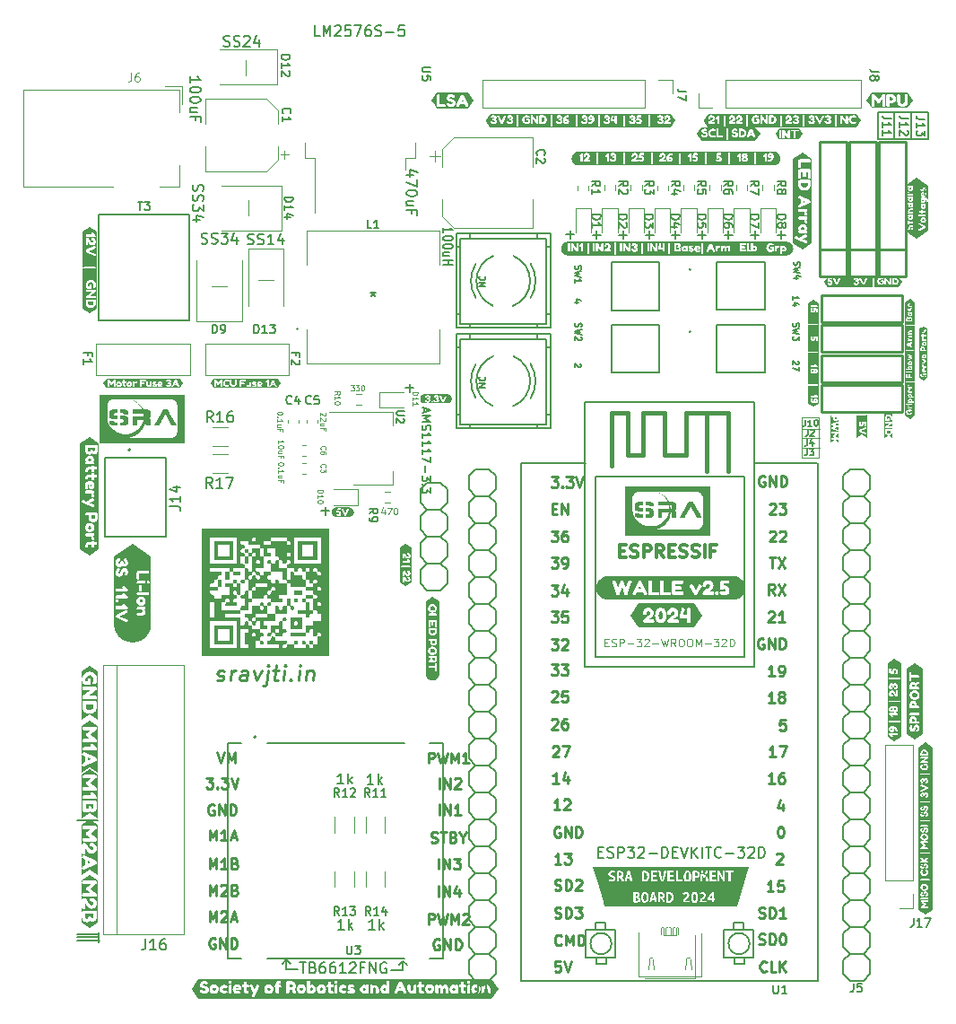
<source format=gbr>
%TF.GenerationSoftware,KiCad,Pcbnew,7.0.8*%
%TF.CreationDate,2023-12-31T21:54:59+05:30*%
%TF.ProjectId,sra_dev_board_2023,7372615f-6465-4765-9f62-6f6172645f32,rev?*%
%TF.SameCoordinates,Original*%
%TF.FileFunction,Legend,Top*%
%TF.FilePolarity,Positive*%
%FSLAX46Y46*%
G04 Gerber Fmt 4.6, Leading zero omitted, Abs format (unit mm)*
G04 Created by KiCad (PCBNEW 7.0.8) date 2023-12-31 21:54:59*
%MOMM*%
%LPD*%
G01*
G04 APERTURE LIST*
%ADD10C,0.150000*%
%ADD11C,0.060000*%
%ADD12C,0.100000*%
%ADD13C,0.250000*%
%ADD14C,0.130000*%
%ADD15C,0.200000*%
%ADD16C,0.125000*%
%ADD17C,0.300000*%
%ADD18C,0.120000*%
%ADD19C,0.254000*%
%ADD20C,0.127000*%
%ADD21C,0.152400*%
%ADD22C,0.406400*%
G04 APERTURE END LIST*
D10*
X108503771Y-54368458D02*
X107903771Y-54368458D01*
X107903771Y-54368458D02*
X108503771Y-54025601D01*
X108503771Y-54025601D02*
X107903771Y-54025601D01*
X108446628Y-53397030D02*
X108475200Y-53425602D01*
X108475200Y-53425602D02*
X108503771Y-53511316D01*
X108503771Y-53511316D02*
X108503771Y-53568459D01*
X108503771Y-53568459D02*
X108475200Y-53654173D01*
X108475200Y-53654173D02*
X108418057Y-53711316D01*
X108418057Y-53711316D02*
X108360914Y-53739887D01*
X108360914Y-53739887D02*
X108246628Y-53768459D01*
X108246628Y-53768459D02*
X108160914Y-53768459D01*
X108160914Y-53768459D02*
X108046628Y-53739887D01*
X108046628Y-53739887D02*
X107989485Y-53711316D01*
X107989485Y-53711316D02*
X107932342Y-53654173D01*
X107932342Y-53654173D02*
X107903771Y-53568459D01*
X107903771Y-53568459D02*
X107903771Y-53511316D01*
X107903771Y-53511316D02*
X107932342Y-53425602D01*
X107932342Y-53425602D02*
X107960914Y-53397030D01*
X108503771Y-63893458D02*
X107903771Y-63893458D01*
X107903771Y-63893458D02*
X108503771Y-63550601D01*
X108503771Y-63550601D02*
X107903771Y-63550601D01*
X108446628Y-62922030D02*
X108475200Y-62950602D01*
X108475200Y-62950602D02*
X108503771Y-63036316D01*
X108503771Y-63036316D02*
X108503771Y-63093459D01*
X108503771Y-63093459D02*
X108475200Y-63179173D01*
X108475200Y-63179173D02*
X108418057Y-63236316D01*
X108418057Y-63236316D02*
X108360914Y-63264887D01*
X108360914Y-63264887D02*
X108246628Y-63293459D01*
X108246628Y-63293459D02*
X108160914Y-63293459D01*
X108160914Y-63293459D02*
X108046628Y-63264887D01*
X108046628Y-63264887D02*
X107989485Y-63236316D01*
X107989485Y-63236316D02*
X107932342Y-63179173D01*
X107932342Y-63179173D02*
X107903771Y-63093459D01*
X107903771Y-63093459D02*
X107903771Y-63036316D01*
X107903771Y-63036316D02*
X107932342Y-62950602D01*
X107932342Y-62950602D02*
X107960914Y-62922030D01*
X89720000Y-117900000D02*
X89320000Y-118300000D01*
X145600000Y-40450000D02*
X150300000Y-40450000D01*
X145600000Y-37950000D02*
X145600000Y-40450000D01*
X100720000Y-118000000D02*
X100320000Y-118400000D01*
X89720000Y-118800000D02*
X89720000Y-117900000D01*
X99620000Y-118900000D02*
X100720000Y-118900000D01*
X148700000Y-37950000D02*
X148700000Y-40450000D01*
D11*
X138350000Y-68710000D02*
X140020000Y-68710000D01*
X138350000Y-68710000D01*
X138360000Y-69580000D02*
X140030000Y-69580000D01*
X138360000Y-69580000D01*
D10*
X150300000Y-40450000D02*
X150300000Y-37950000D01*
X100720000Y-118000000D02*
X101120000Y-118400000D01*
X147100000Y-37950000D02*
X147100000Y-40450000D01*
X69940000Y-104780000D02*
X71940000Y-104780000D01*
X72000000Y-115359497D02*
X72000000Y-116243750D01*
D12*
X138365000Y-66760000D02*
X140005000Y-66760000D01*
X140005000Y-70560000D01*
X138365000Y-70560000D01*
X138365000Y-66760000D01*
D11*
X138345000Y-67790000D02*
X140015000Y-67790000D01*
X138345000Y-67790000D01*
D10*
X150300000Y-37950000D02*
X145600000Y-37950000D01*
X89720000Y-117900000D02*
X90120000Y-118300000D01*
X69940000Y-116080000D02*
X72040000Y-116080000D01*
X69940000Y-115780000D02*
X71940000Y-115780000D01*
X100720000Y-118900000D02*
X100720000Y-118000000D01*
X69940000Y-115480000D02*
X71940000Y-115480000D01*
X90820000Y-118800000D02*
X89720000Y-118800000D01*
D13*
X114707330Y-77449619D02*
X115326377Y-77449619D01*
X115326377Y-77449619D02*
X114993044Y-77830571D01*
X114993044Y-77830571D02*
X115135901Y-77830571D01*
X115135901Y-77830571D02*
X115231139Y-77878190D01*
X115231139Y-77878190D02*
X115278758Y-77925809D01*
X115278758Y-77925809D02*
X115326377Y-78021047D01*
X115326377Y-78021047D02*
X115326377Y-78259142D01*
X115326377Y-78259142D02*
X115278758Y-78354380D01*
X115278758Y-78354380D02*
X115231139Y-78402000D01*
X115231139Y-78402000D02*
X115135901Y-78449619D01*
X115135901Y-78449619D02*
X114850187Y-78449619D01*
X114850187Y-78449619D02*
X114754949Y-78402000D01*
X114754949Y-78402000D02*
X114707330Y-78354380D01*
X116183520Y-77449619D02*
X115993044Y-77449619D01*
X115993044Y-77449619D02*
X115897806Y-77497238D01*
X115897806Y-77497238D02*
X115850187Y-77544857D01*
X115850187Y-77544857D02*
X115754949Y-77687714D01*
X115754949Y-77687714D02*
X115707330Y-77878190D01*
X115707330Y-77878190D02*
X115707330Y-78259142D01*
X115707330Y-78259142D02*
X115754949Y-78354380D01*
X115754949Y-78354380D02*
X115802568Y-78402000D01*
X115802568Y-78402000D02*
X115897806Y-78449619D01*
X115897806Y-78449619D02*
X116088282Y-78449619D01*
X116088282Y-78449619D02*
X116183520Y-78402000D01*
X116183520Y-78402000D02*
X116231139Y-78354380D01*
X116231139Y-78354380D02*
X116278758Y-78259142D01*
X116278758Y-78259142D02*
X116278758Y-78021047D01*
X116278758Y-78021047D02*
X116231139Y-77925809D01*
X116231139Y-77925809D02*
X116183520Y-77878190D01*
X116183520Y-77878190D02*
X116088282Y-77830571D01*
X116088282Y-77830571D02*
X115897806Y-77830571D01*
X115897806Y-77830571D02*
X115802568Y-77878190D01*
X115802568Y-77878190D02*
X115754949Y-77925809D01*
X115754949Y-77925809D02*
X115707330Y-78021047D01*
X104072568Y-109349619D02*
X104072568Y-108349619D01*
X104548758Y-109349619D02*
X104548758Y-108349619D01*
X104548758Y-108349619D02*
X105120186Y-109349619D01*
X105120186Y-109349619D02*
X105120186Y-108349619D01*
X105501139Y-108349619D02*
X106120186Y-108349619D01*
X106120186Y-108349619D02*
X105786853Y-108730571D01*
X105786853Y-108730571D02*
X105929710Y-108730571D01*
X105929710Y-108730571D02*
X106024948Y-108778190D01*
X106024948Y-108778190D02*
X106072567Y-108825809D01*
X106072567Y-108825809D02*
X106120186Y-108921047D01*
X106120186Y-108921047D02*
X106120186Y-109159142D01*
X106120186Y-109159142D02*
X106072567Y-109254380D01*
X106072567Y-109254380D02*
X106024948Y-109302000D01*
X106024948Y-109302000D02*
X105929710Y-109349619D01*
X105929710Y-109349619D02*
X105643996Y-109349619D01*
X105643996Y-109349619D02*
X105548758Y-109302000D01*
X105548758Y-109302000D02*
X105501139Y-109254380D01*
X114707330Y-82549619D02*
X115326377Y-82549619D01*
X115326377Y-82549619D02*
X114993044Y-82930571D01*
X114993044Y-82930571D02*
X115135901Y-82930571D01*
X115135901Y-82930571D02*
X115231139Y-82978190D01*
X115231139Y-82978190D02*
X115278758Y-83025809D01*
X115278758Y-83025809D02*
X115326377Y-83121047D01*
X115326377Y-83121047D02*
X115326377Y-83359142D01*
X115326377Y-83359142D02*
X115278758Y-83454380D01*
X115278758Y-83454380D02*
X115231139Y-83502000D01*
X115231139Y-83502000D02*
X115135901Y-83549619D01*
X115135901Y-83549619D02*
X114850187Y-83549619D01*
X114850187Y-83549619D02*
X114754949Y-83502000D01*
X114754949Y-83502000D02*
X114707330Y-83454380D01*
X116183520Y-82882952D02*
X116183520Y-83549619D01*
X115945425Y-82502000D02*
X115707330Y-83216285D01*
X115707330Y-83216285D02*
X116326377Y-83216285D01*
X103374949Y-106802000D02*
X103517806Y-106849619D01*
X103517806Y-106849619D02*
X103755901Y-106849619D01*
X103755901Y-106849619D02*
X103851139Y-106802000D01*
X103851139Y-106802000D02*
X103898758Y-106754380D01*
X103898758Y-106754380D02*
X103946377Y-106659142D01*
X103946377Y-106659142D02*
X103946377Y-106563904D01*
X103946377Y-106563904D02*
X103898758Y-106468666D01*
X103898758Y-106468666D02*
X103851139Y-106421047D01*
X103851139Y-106421047D02*
X103755901Y-106373428D01*
X103755901Y-106373428D02*
X103565425Y-106325809D01*
X103565425Y-106325809D02*
X103470187Y-106278190D01*
X103470187Y-106278190D02*
X103422568Y-106230571D01*
X103422568Y-106230571D02*
X103374949Y-106135333D01*
X103374949Y-106135333D02*
X103374949Y-106040095D01*
X103374949Y-106040095D02*
X103422568Y-105944857D01*
X103422568Y-105944857D02*
X103470187Y-105897238D01*
X103470187Y-105897238D02*
X103565425Y-105849619D01*
X103565425Y-105849619D02*
X103803520Y-105849619D01*
X103803520Y-105849619D02*
X103946377Y-105897238D01*
X104232092Y-105849619D02*
X104803520Y-105849619D01*
X104517806Y-106849619D02*
X104517806Y-105849619D01*
X105470187Y-106325809D02*
X105613044Y-106373428D01*
X105613044Y-106373428D02*
X105660663Y-106421047D01*
X105660663Y-106421047D02*
X105708282Y-106516285D01*
X105708282Y-106516285D02*
X105708282Y-106659142D01*
X105708282Y-106659142D02*
X105660663Y-106754380D01*
X105660663Y-106754380D02*
X105613044Y-106802000D01*
X105613044Y-106802000D02*
X105517806Y-106849619D01*
X105517806Y-106849619D02*
X105136854Y-106849619D01*
X105136854Y-106849619D02*
X105136854Y-105849619D01*
X105136854Y-105849619D02*
X105470187Y-105849619D01*
X105470187Y-105849619D02*
X105565425Y-105897238D01*
X105565425Y-105897238D02*
X105613044Y-105944857D01*
X105613044Y-105944857D02*
X105660663Y-106040095D01*
X105660663Y-106040095D02*
X105660663Y-106135333D01*
X105660663Y-106135333D02*
X105613044Y-106230571D01*
X105613044Y-106230571D02*
X105565425Y-106278190D01*
X105565425Y-106278190D02*
X105470187Y-106325809D01*
X105470187Y-106325809D02*
X105136854Y-106325809D01*
X106327330Y-106373428D02*
X106327330Y-106849619D01*
X105993997Y-105849619D02*
X106327330Y-106373428D01*
X106327330Y-106373428D02*
X106660663Y-105849619D01*
X103122568Y-114549619D02*
X103122568Y-113549619D01*
X103122568Y-113549619D02*
X103503520Y-113549619D01*
X103503520Y-113549619D02*
X103598758Y-113597238D01*
X103598758Y-113597238D02*
X103646377Y-113644857D01*
X103646377Y-113644857D02*
X103693996Y-113740095D01*
X103693996Y-113740095D02*
X103693996Y-113882952D01*
X103693996Y-113882952D02*
X103646377Y-113978190D01*
X103646377Y-113978190D02*
X103598758Y-114025809D01*
X103598758Y-114025809D02*
X103503520Y-114073428D01*
X103503520Y-114073428D02*
X103122568Y-114073428D01*
X104027330Y-113549619D02*
X104265425Y-114549619D01*
X104265425Y-114549619D02*
X104455901Y-113835333D01*
X104455901Y-113835333D02*
X104646377Y-114549619D01*
X104646377Y-114549619D02*
X104884473Y-113549619D01*
X105265425Y-114549619D02*
X105265425Y-113549619D01*
X105265425Y-113549619D02*
X105598758Y-114263904D01*
X105598758Y-114263904D02*
X105932091Y-113549619D01*
X105932091Y-113549619D02*
X105932091Y-114549619D01*
X106360663Y-113644857D02*
X106408282Y-113597238D01*
X106408282Y-113597238D02*
X106503520Y-113549619D01*
X106503520Y-113549619D02*
X106741615Y-113549619D01*
X106741615Y-113549619D02*
X106836853Y-113597238D01*
X106836853Y-113597238D02*
X106884472Y-113644857D01*
X106884472Y-113644857D02*
X106932091Y-113740095D01*
X106932091Y-113740095D02*
X106932091Y-113835333D01*
X106932091Y-113835333D02*
X106884472Y-113978190D01*
X106884472Y-113978190D02*
X106313044Y-114549619D01*
X106313044Y-114549619D02*
X106932091Y-114549619D01*
X115673996Y-116454380D02*
X115626377Y-116502000D01*
X115626377Y-116502000D02*
X115483520Y-116549619D01*
X115483520Y-116549619D02*
X115388282Y-116549619D01*
X115388282Y-116549619D02*
X115245425Y-116502000D01*
X115245425Y-116502000D02*
X115150187Y-116406761D01*
X115150187Y-116406761D02*
X115102568Y-116311523D01*
X115102568Y-116311523D02*
X115054949Y-116121047D01*
X115054949Y-116121047D02*
X115054949Y-115978190D01*
X115054949Y-115978190D02*
X115102568Y-115787714D01*
X115102568Y-115787714D02*
X115150187Y-115692476D01*
X115150187Y-115692476D02*
X115245425Y-115597238D01*
X115245425Y-115597238D02*
X115388282Y-115549619D01*
X115388282Y-115549619D02*
X115483520Y-115549619D01*
X115483520Y-115549619D02*
X115626377Y-115597238D01*
X115626377Y-115597238D02*
X115673996Y-115644857D01*
X116102568Y-116549619D02*
X116102568Y-115549619D01*
X116102568Y-115549619D02*
X116435901Y-116263904D01*
X116435901Y-116263904D02*
X116769234Y-115549619D01*
X116769234Y-115549619D02*
X116769234Y-116549619D01*
X117245425Y-116549619D02*
X117245425Y-115549619D01*
X117245425Y-115549619D02*
X117483520Y-115549619D01*
X117483520Y-115549619D02*
X117626377Y-115597238D01*
X117626377Y-115597238D02*
X117721615Y-115692476D01*
X117721615Y-115692476D02*
X117769234Y-115787714D01*
X117769234Y-115787714D02*
X117816853Y-115978190D01*
X117816853Y-115978190D02*
X117816853Y-116121047D01*
X117816853Y-116121047D02*
X117769234Y-116311523D01*
X117769234Y-116311523D02*
X117721615Y-116406761D01*
X117721615Y-116406761D02*
X117626377Y-116502000D01*
X117626377Y-116502000D02*
X117483520Y-116549619D01*
X117483520Y-116549619D02*
X117245425Y-116549619D01*
X136311717Y-105349619D02*
X136406955Y-105349619D01*
X136406955Y-105349619D02*
X136502193Y-105397238D01*
X136502193Y-105397238D02*
X136549812Y-105444857D01*
X136549812Y-105444857D02*
X136597431Y-105540095D01*
X136597431Y-105540095D02*
X136645050Y-105730571D01*
X136645050Y-105730571D02*
X136645050Y-105968666D01*
X136645050Y-105968666D02*
X136597431Y-106159142D01*
X136597431Y-106159142D02*
X136549812Y-106254380D01*
X136549812Y-106254380D02*
X136502193Y-106302000D01*
X136502193Y-106302000D02*
X136406955Y-106349619D01*
X136406955Y-106349619D02*
X136311717Y-106349619D01*
X136311717Y-106349619D02*
X136216479Y-106302000D01*
X136216479Y-106302000D02*
X136168860Y-106254380D01*
X136168860Y-106254380D02*
X136121241Y-106159142D01*
X136121241Y-106159142D02*
X136073622Y-105968666D01*
X136073622Y-105968666D02*
X136073622Y-105730571D01*
X136073622Y-105730571D02*
X136121241Y-105540095D01*
X136121241Y-105540095D02*
X136168860Y-105444857D01*
X136168860Y-105444857D02*
X136216479Y-105397238D01*
X136216479Y-105397238D02*
X136311717Y-105349619D01*
X83201711Y-98339619D02*
X83535044Y-99339619D01*
X83535044Y-99339619D02*
X83868377Y-98339619D01*
X84201711Y-99339619D02*
X84201711Y-98339619D01*
X84201711Y-98339619D02*
X84535044Y-99053904D01*
X84535044Y-99053904D02*
X84868377Y-98339619D01*
X84868377Y-98339619D02*
X84868377Y-99339619D01*
X135321241Y-74944857D02*
X135368860Y-74897238D01*
X135368860Y-74897238D02*
X135464098Y-74849619D01*
X135464098Y-74849619D02*
X135702193Y-74849619D01*
X135702193Y-74849619D02*
X135797431Y-74897238D01*
X135797431Y-74897238D02*
X135845050Y-74944857D01*
X135845050Y-74944857D02*
X135892669Y-75040095D01*
X135892669Y-75040095D02*
X135892669Y-75135333D01*
X135892669Y-75135333D02*
X135845050Y-75278190D01*
X135845050Y-75278190D02*
X135273622Y-75849619D01*
X135273622Y-75849619D02*
X135892669Y-75849619D01*
X136226003Y-74849619D02*
X136845050Y-74849619D01*
X136845050Y-74849619D02*
X136511717Y-75230571D01*
X136511717Y-75230571D02*
X136654574Y-75230571D01*
X136654574Y-75230571D02*
X136749812Y-75278190D01*
X136749812Y-75278190D02*
X136797431Y-75325809D01*
X136797431Y-75325809D02*
X136845050Y-75421047D01*
X136845050Y-75421047D02*
X136845050Y-75659142D01*
X136845050Y-75659142D02*
X136797431Y-75754380D01*
X136797431Y-75754380D02*
X136749812Y-75802000D01*
X136749812Y-75802000D02*
X136654574Y-75849619D01*
X136654574Y-75849619D02*
X136368860Y-75849619D01*
X136368860Y-75849619D02*
X136273622Y-75802000D01*
X136273622Y-75802000D02*
X136226003Y-75754380D01*
X136797431Y-95249619D02*
X136321241Y-95249619D01*
X136321241Y-95249619D02*
X136273622Y-95725809D01*
X136273622Y-95725809D02*
X136321241Y-95678190D01*
X136321241Y-95678190D02*
X136416479Y-95630571D01*
X136416479Y-95630571D02*
X136654574Y-95630571D01*
X136654574Y-95630571D02*
X136749812Y-95678190D01*
X136749812Y-95678190D02*
X136797431Y-95725809D01*
X136797431Y-95725809D02*
X136845050Y-95821047D01*
X136845050Y-95821047D02*
X136845050Y-96059142D01*
X136845050Y-96059142D02*
X136797431Y-96154380D01*
X136797431Y-96154380D02*
X136749812Y-96202000D01*
X136749812Y-96202000D02*
X136654574Y-96249619D01*
X136654574Y-96249619D02*
X136416479Y-96249619D01*
X136416479Y-96249619D02*
X136321241Y-96202000D01*
X136321241Y-96202000D02*
X136273622Y-96154380D01*
X115054949Y-111302000D02*
X115197806Y-111349619D01*
X115197806Y-111349619D02*
X115435901Y-111349619D01*
X115435901Y-111349619D02*
X115531139Y-111302000D01*
X115531139Y-111302000D02*
X115578758Y-111254380D01*
X115578758Y-111254380D02*
X115626377Y-111159142D01*
X115626377Y-111159142D02*
X115626377Y-111063904D01*
X115626377Y-111063904D02*
X115578758Y-110968666D01*
X115578758Y-110968666D02*
X115531139Y-110921047D01*
X115531139Y-110921047D02*
X115435901Y-110873428D01*
X115435901Y-110873428D02*
X115245425Y-110825809D01*
X115245425Y-110825809D02*
X115150187Y-110778190D01*
X115150187Y-110778190D02*
X115102568Y-110730571D01*
X115102568Y-110730571D02*
X115054949Y-110635333D01*
X115054949Y-110635333D02*
X115054949Y-110540095D01*
X115054949Y-110540095D02*
X115102568Y-110444857D01*
X115102568Y-110444857D02*
X115150187Y-110397238D01*
X115150187Y-110397238D02*
X115245425Y-110349619D01*
X115245425Y-110349619D02*
X115483520Y-110349619D01*
X115483520Y-110349619D02*
X115626377Y-110397238D01*
X116054949Y-111349619D02*
X116054949Y-110349619D01*
X116054949Y-110349619D02*
X116293044Y-110349619D01*
X116293044Y-110349619D02*
X116435901Y-110397238D01*
X116435901Y-110397238D02*
X116531139Y-110492476D01*
X116531139Y-110492476D02*
X116578758Y-110587714D01*
X116578758Y-110587714D02*
X116626377Y-110778190D01*
X116626377Y-110778190D02*
X116626377Y-110921047D01*
X116626377Y-110921047D02*
X116578758Y-111111523D01*
X116578758Y-111111523D02*
X116531139Y-111206761D01*
X116531139Y-111206761D02*
X116435901Y-111302000D01*
X116435901Y-111302000D02*
X116293044Y-111349619D01*
X116293044Y-111349619D02*
X116054949Y-111349619D01*
X117007330Y-110444857D02*
X117054949Y-110397238D01*
X117054949Y-110397238D02*
X117150187Y-110349619D01*
X117150187Y-110349619D02*
X117388282Y-110349619D01*
X117388282Y-110349619D02*
X117483520Y-110397238D01*
X117483520Y-110397238D02*
X117531139Y-110444857D01*
X117531139Y-110444857D02*
X117578758Y-110540095D01*
X117578758Y-110540095D02*
X117578758Y-110635333D01*
X117578758Y-110635333D02*
X117531139Y-110778190D01*
X117531139Y-110778190D02*
X116959711Y-111349619D01*
X116959711Y-111349619D02*
X117578758Y-111349619D01*
D14*
X137494188Y-55660668D02*
X137494188Y-55317811D01*
X137494188Y-55489240D02*
X138094188Y-55489240D01*
X138094188Y-55489240D02*
X138008474Y-55432097D01*
X138008474Y-55432097D02*
X137951331Y-55374954D01*
X137951331Y-55374954D02*
X137922760Y-55317811D01*
X137894188Y-56174955D02*
X137494188Y-56174955D01*
X138122760Y-56032097D02*
X137694188Y-55889240D01*
X137694188Y-55889240D02*
X137694188Y-56260669D01*
D13*
X82444568Y-111829619D02*
X82444568Y-110829619D01*
X82444568Y-110829619D02*
X82777901Y-111543904D01*
X82777901Y-111543904D02*
X83111234Y-110829619D01*
X83111234Y-110829619D02*
X83111234Y-111829619D01*
X83539806Y-110924857D02*
X83587425Y-110877238D01*
X83587425Y-110877238D02*
X83682663Y-110829619D01*
X83682663Y-110829619D02*
X83920758Y-110829619D01*
X83920758Y-110829619D02*
X84015996Y-110877238D01*
X84015996Y-110877238D02*
X84063615Y-110924857D01*
X84063615Y-110924857D02*
X84111234Y-111020095D01*
X84111234Y-111020095D02*
X84111234Y-111115333D01*
X84111234Y-111115333D02*
X84063615Y-111258190D01*
X84063615Y-111258190D02*
X83492187Y-111829619D01*
X83492187Y-111829619D02*
X84111234Y-111829619D01*
X84873139Y-111305809D02*
X85015996Y-111353428D01*
X85015996Y-111353428D02*
X85063615Y-111401047D01*
X85063615Y-111401047D02*
X85111234Y-111496285D01*
X85111234Y-111496285D02*
X85111234Y-111639142D01*
X85111234Y-111639142D02*
X85063615Y-111734380D01*
X85063615Y-111734380D02*
X85015996Y-111782000D01*
X85015996Y-111782000D02*
X84920758Y-111829619D01*
X84920758Y-111829619D02*
X84539806Y-111829619D01*
X84539806Y-111829619D02*
X84539806Y-110829619D01*
X84539806Y-110829619D02*
X84873139Y-110829619D01*
X84873139Y-110829619D02*
X84968377Y-110877238D01*
X84968377Y-110877238D02*
X85015996Y-110924857D01*
X85015996Y-110924857D02*
X85063615Y-111020095D01*
X85063615Y-111020095D02*
X85063615Y-111115333D01*
X85063615Y-111115333D02*
X85015996Y-111210571D01*
X85015996Y-111210571D02*
X84968377Y-111258190D01*
X84968377Y-111258190D02*
X84873139Y-111305809D01*
X84873139Y-111305809D02*
X84539806Y-111305809D01*
D15*
X124350951Y-49511266D02*
X123589047Y-49511266D01*
X123969999Y-49892219D02*
X123969999Y-49130314D01*
D13*
X135221241Y-85144857D02*
X135268860Y-85097238D01*
X135268860Y-85097238D02*
X135364098Y-85049619D01*
X135364098Y-85049619D02*
X135602193Y-85049619D01*
X135602193Y-85049619D02*
X135697431Y-85097238D01*
X135697431Y-85097238D02*
X135745050Y-85144857D01*
X135745050Y-85144857D02*
X135792669Y-85240095D01*
X135792669Y-85240095D02*
X135792669Y-85335333D01*
X135792669Y-85335333D02*
X135745050Y-85478190D01*
X135745050Y-85478190D02*
X135173622Y-86049619D01*
X135173622Y-86049619D02*
X135792669Y-86049619D01*
X136745050Y-86049619D02*
X136173622Y-86049619D01*
X136459336Y-86049619D02*
X136459336Y-85049619D01*
X136459336Y-85049619D02*
X136364098Y-85192476D01*
X136364098Y-85192476D02*
X136268860Y-85287714D01*
X136268860Y-85287714D02*
X136173622Y-85335333D01*
X115526377Y-103749619D02*
X114954949Y-103749619D01*
X115240663Y-103749619D02*
X115240663Y-102749619D01*
X115240663Y-102749619D02*
X115145425Y-102892476D01*
X115145425Y-102892476D02*
X115050187Y-102987714D01*
X115050187Y-102987714D02*
X114954949Y-103035333D01*
X115907330Y-102844857D02*
X115954949Y-102797238D01*
X115954949Y-102797238D02*
X116050187Y-102749619D01*
X116050187Y-102749619D02*
X116288282Y-102749619D01*
X116288282Y-102749619D02*
X116383520Y-102797238D01*
X116383520Y-102797238D02*
X116431139Y-102844857D01*
X116431139Y-102844857D02*
X116478758Y-102940095D01*
X116478758Y-102940095D02*
X116478758Y-103035333D01*
X116478758Y-103035333D02*
X116431139Y-103178190D01*
X116431139Y-103178190D02*
X115859711Y-103749619D01*
X115859711Y-103749619D02*
X116478758Y-103749619D01*
X83120187Y-91502000D02*
X83254115Y-91573428D01*
X83254115Y-91573428D02*
X83539830Y-91573428D01*
X83539830Y-91573428D02*
X83691615Y-91502000D01*
X83691615Y-91502000D02*
X83780901Y-91359142D01*
X83780901Y-91359142D02*
X83789830Y-91287714D01*
X83789830Y-91287714D02*
X83736258Y-91144857D01*
X83736258Y-91144857D02*
X83602330Y-91073428D01*
X83602330Y-91073428D02*
X83388044Y-91073428D01*
X83388044Y-91073428D02*
X83254115Y-91002000D01*
X83254115Y-91002000D02*
X83200544Y-90859142D01*
X83200544Y-90859142D02*
X83209473Y-90787714D01*
X83209473Y-90787714D02*
X83298758Y-90644857D01*
X83298758Y-90644857D02*
X83450544Y-90573428D01*
X83450544Y-90573428D02*
X83664830Y-90573428D01*
X83664830Y-90573428D02*
X83798758Y-90644857D01*
X84396973Y-91573428D02*
X84521973Y-90573428D01*
X84486259Y-90859142D02*
X84575544Y-90716285D01*
X84575544Y-90716285D02*
X84655901Y-90644857D01*
X84655901Y-90644857D02*
X84807687Y-90573428D01*
X84807687Y-90573428D02*
X84950544Y-90573428D01*
X85968401Y-91573428D02*
X86066615Y-90787714D01*
X86066615Y-90787714D02*
X86013044Y-90644857D01*
X86013044Y-90644857D02*
X85879115Y-90573428D01*
X85879115Y-90573428D02*
X85593401Y-90573428D01*
X85593401Y-90573428D02*
X85441615Y-90644857D01*
X85977330Y-91502000D02*
X85825544Y-91573428D01*
X85825544Y-91573428D02*
X85468401Y-91573428D01*
X85468401Y-91573428D02*
X85334472Y-91502000D01*
X85334472Y-91502000D02*
X85280901Y-91359142D01*
X85280901Y-91359142D02*
X85298758Y-91216285D01*
X85298758Y-91216285D02*
X85388044Y-91073428D01*
X85388044Y-91073428D02*
X85539830Y-91002000D01*
X85539830Y-91002000D02*
X85896972Y-91002000D01*
X85896972Y-91002000D02*
X86048758Y-90930571D01*
X86664830Y-90573428D02*
X86896973Y-91573428D01*
X86896973Y-91573428D02*
X87379115Y-90573428D01*
X87950544Y-90573428D02*
X87789830Y-91859142D01*
X87789830Y-91859142D02*
X87700544Y-92002000D01*
X87700544Y-92002000D02*
X87548758Y-92073428D01*
X87548758Y-92073428D02*
X87477330Y-92073428D01*
X88013044Y-90073428D02*
X87932687Y-90144857D01*
X87932687Y-90144857D02*
X87995187Y-90216285D01*
X87995187Y-90216285D02*
X88075544Y-90144857D01*
X88075544Y-90144857D02*
X88013044Y-90073428D01*
X88013044Y-90073428D02*
X87995187Y-90216285D01*
X88450544Y-90573428D02*
X89021973Y-90573428D01*
X88727330Y-90073428D02*
X88566616Y-91359142D01*
X88566616Y-91359142D02*
X88620187Y-91502000D01*
X88620187Y-91502000D02*
X88754116Y-91573428D01*
X88754116Y-91573428D02*
X88896973Y-91573428D01*
X89396973Y-91573428D02*
X89521973Y-90573428D01*
X89584473Y-90073428D02*
X89504116Y-90144857D01*
X89504116Y-90144857D02*
X89566616Y-90216285D01*
X89566616Y-90216285D02*
X89646973Y-90144857D01*
X89646973Y-90144857D02*
X89584473Y-90073428D01*
X89584473Y-90073428D02*
X89566616Y-90216285D01*
X90129116Y-91430571D02*
X90191616Y-91502000D01*
X90191616Y-91502000D02*
X90111259Y-91573428D01*
X90111259Y-91573428D02*
X90048759Y-91502000D01*
X90048759Y-91502000D02*
X90129116Y-91430571D01*
X90129116Y-91430571D02*
X90111259Y-91573428D01*
X90825545Y-91573428D02*
X90950545Y-90573428D01*
X91013045Y-90073428D02*
X90932688Y-90144857D01*
X90932688Y-90144857D02*
X90995188Y-90216285D01*
X90995188Y-90216285D02*
X91075545Y-90144857D01*
X91075545Y-90144857D02*
X91013045Y-90073428D01*
X91013045Y-90073428D02*
X90995188Y-90216285D01*
X91664831Y-90573428D02*
X91539831Y-91573428D01*
X91646974Y-90716285D02*
X91727331Y-90644857D01*
X91727331Y-90644857D02*
X91879117Y-90573428D01*
X91879117Y-90573428D02*
X92093402Y-90573428D01*
X92093402Y-90573428D02*
X92227331Y-90644857D01*
X92227331Y-90644857D02*
X92280902Y-90787714D01*
X92280902Y-90787714D02*
X92182688Y-91573428D01*
X135892669Y-98749619D02*
X135321241Y-98749619D01*
X135606955Y-98749619D02*
X135606955Y-97749619D01*
X135606955Y-97749619D02*
X135511717Y-97892476D01*
X135511717Y-97892476D02*
X135416479Y-97987714D01*
X135416479Y-97987714D02*
X135321241Y-98035333D01*
X136226003Y-97749619D02*
X136892669Y-97749619D01*
X136892669Y-97749619D02*
X136464098Y-98749619D01*
X134749812Y-87597238D02*
X134654574Y-87549619D01*
X134654574Y-87549619D02*
X134511717Y-87549619D01*
X134511717Y-87549619D02*
X134368860Y-87597238D01*
X134368860Y-87597238D02*
X134273622Y-87692476D01*
X134273622Y-87692476D02*
X134226003Y-87787714D01*
X134226003Y-87787714D02*
X134178384Y-87978190D01*
X134178384Y-87978190D02*
X134178384Y-88121047D01*
X134178384Y-88121047D02*
X134226003Y-88311523D01*
X134226003Y-88311523D02*
X134273622Y-88406761D01*
X134273622Y-88406761D02*
X134368860Y-88502000D01*
X134368860Y-88502000D02*
X134511717Y-88549619D01*
X134511717Y-88549619D02*
X134606955Y-88549619D01*
X134606955Y-88549619D02*
X134749812Y-88502000D01*
X134749812Y-88502000D02*
X134797431Y-88454380D01*
X134797431Y-88454380D02*
X134797431Y-88121047D01*
X134797431Y-88121047D02*
X134606955Y-88121047D01*
X135226003Y-88549619D02*
X135226003Y-87549619D01*
X135226003Y-87549619D02*
X135797431Y-88549619D01*
X135797431Y-88549619D02*
X135797431Y-87549619D01*
X136273622Y-88549619D02*
X136273622Y-87549619D01*
X136273622Y-87549619D02*
X136511717Y-87549619D01*
X136511717Y-87549619D02*
X136654574Y-87597238D01*
X136654574Y-87597238D02*
X136749812Y-87692476D01*
X136749812Y-87692476D02*
X136797431Y-87787714D01*
X136797431Y-87787714D02*
X136845050Y-87978190D01*
X136845050Y-87978190D02*
X136845050Y-88121047D01*
X136845050Y-88121047D02*
X136797431Y-88311523D01*
X136797431Y-88311523D02*
X136749812Y-88406761D01*
X136749812Y-88406761D02*
X136654574Y-88502000D01*
X136654574Y-88502000D02*
X136511717Y-88549619D01*
X136511717Y-88549619D02*
X136273622Y-88549619D01*
X134321241Y-113902000D02*
X134464098Y-113949619D01*
X134464098Y-113949619D02*
X134702193Y-113949619D01*
X134702193Y-113949619D02*
X134797431Y-113902000D01*
X134797431Y-113902000D02*
X134845050Y-113854380D01*
X134845050Y-113854380D02*
X134892669Y-113759142D01*
X134892669Y-113759142D02*
X134892669Y-113663904D01*
X134892669Y-113663904D02*
X134845050Y-113568666D01*
X134845050Y-113568666D02*
X134797431Y-113521047D01*
X134797431Y-113521047D02*
X134702193Y-113473428D01*
X134702193Y-113473428D02*
X134511717Y-113425809D01*
X134511717Y-113425809D02*
X134416479Y-113378190D01*
X134416479Y-113378190D02*
X134368860Y-113330571D01*
X134368860Y-113330571D02*
X134321241Y-113235333D01*
X134321241Y-113235333D02*
X134321241Y-113140095D01*
X134321241Y-113140095D02*
X134368860Y-113044857D01*
X134368860Y-113044857D02*
X134416479Y-112997238D01*
X134416479Y-112997238D02*
X134511717Y-112949619D01*
X134511717Y-112949619D02*
X134749812Y-112949619D01*
X134749812Y-112949619D02*
X134892669Y-112997238D01*
X135321241Y-113949619D02*
X135321241Y-112949619D01*
X135321241Y-112949619D02*
X135559336Y-112949619D01*
X135559336Y-112949619D02*
X135702193Y-112997238D01*
X135702193Y-112997238D02*
X135797431Y-113092476D01*
X135797431Y-113092476D02*
X135845050Y-113187714D01*
X135845050Y-113187714D02*
X135892669Y-113378190D01*
X135892669Y-113378190D02*
X135892669Y-113521047D01*
X135892669Y-113521047D02*
X135845050Y-113711523D01*
X135845050Y-113711523D02*
X135797431Y-113806761D01*
X135797431Y-113806761D02*
X135702193Y-113902000D01*
X135702193Y-113902000D02*
X135559336Y-113949619D01*
X135559336Y-113949619D02*
X135321241Y-113949619D01*
X136845050Y-113949619D02*
X136273622Y-113949619D01*
X136559336Y-113949619D02*
X136559336Y-112949619D01*
X136559336Y-112949619D02*
X136464098Y-113092476D01*
X136464098Y-113092476D02*
X136368860Y-113187714D01*
X136368860Y-113187714D02*
X136273622Y-113235333D01*
X135792669Y-83449619D02*
X135459336Y-82973428D01*
X135221241Y-83449619D02*
X135221241Y-82449619D01*
X135221241Y-82449619D02*
X135602193Y-82449619D01*
X135602193Y-82449619D02*
X135697431Y-82497238D01*
X135697431Y-82497238D02*
X135745050Y-82544857D01*
X135745050Y-82544857D02*
X135792669Y-82640095D01*
X135792669Y-82640095D02*
X135792669Y-82782952D01*
X135792669Y-82782952D02*
X135745050Y-82878190D01*
X135745050Y-82878190D02*
X135697431Y-82925809D01*
X135697431Y-82925809D02*
X135602193Y-82973428D01*
X135602193Y-82973428D02*
X135221241Y-82973428D01*
X136126003Y-82449619D02*
X136792669Y-83449619D01*
X136792669Y-82449619D02*
X136126003Y-83449619D01*
X135316479Y-79949619D02*
X135887907Y-79949619D01*
X135602193Y-80949619D02*
X135602193Y-79949619D01*
X136126003Y-79949619D02*
X136792669Y-80949619D01*
X136792669Y-79949619D02*
X136126003Y-80949619D01*
X135792669Y-101249619D02*
X135221241Y-101249619D01*
X135506955Y-101249619D02*
X135506955Y-100249619D01*
X135506955Y-100249619D02*
X135411717Y-100392476D01*
X135411717Y-100392476D02*
X135316479Y-100487714D01*
X135316479Y-100487714D02*
X135221241Y-100535333D01*
X136649812Y-100249619D02*
X136459336Y-100249619D01*
X136459336Y-100249619D02*
X136364098Y-100297238D01*
X136364098Y-100297238D02*
X136316479Y-100344857D01*
X136316479Y-100344857D02*
X136221241Y-100487714D01*
X136221241Y-100487714D02*
X136173622Y-100678190D01*
X136173622Y-100678190D02*
X136173622Y-101059142D01*
X136173622Y-101059142D02*
X136221241Y-101154380D01*
X136221241Y-101154380D02*
X136268860Y-101202000D01*
X136268860Y-101202000D02*
X136364098Y-101249619D01*
X136364098Y-101249619D02*
X136554574Y-101249619D01*
X136554574Y-101249619D02*
X136649812Y-101202000D01*
X136649812Y-101202000D02*
X136697431Y-101154380D01*
X136697431Y-101154380D02*
X136745050Y-101059142D01*
X136745050Y-101059142D02*
X136745050Y-100821047D01*
X136745050Y-100821047D02*
X136697431Y-100725809D01*
X136697431Y-100725809D02*
X136649812Y-100678190D01*
X136649812Y-100678190D02*
X136554574Y-100630571D01*
X136554574Y-100630571D02*
X136364098Y-100630571D01*
X136364098Y-100630571D02*
X136268860Y-100678190D01*
X136268860Y-100678190D02*
X136221241Y-100725809D01*
X136221241Y-100725809D02*
X136173622Y-100821047D01*
D14*
X117320188Y-55857526D02*
X116920188Y-55857526D01*
X117548760Y-55714668D02*
X117120188Y-55571811D01*
X117120188Y-55571811D02*
X117120188Y-55943240D01*
D13*
X115578758Y-118049619D02*
X115102568Y-118049619D01*
X115102568Y-118049619D02*
X115054949Y-118525809D01*
X115054949Y-118525809D02*
X115102568Y-118478190D01*
X115102568Y-118478190D02*
X115197806Y-118430571D01*
X115197806Y-118430571D02*
X115435901Y-118430571D01*
X115435901Y-118430571D02*
X115531139Y-118478190D01*
X115531139Y-118478190D02*
X115578758Y-118525809D01*
X115578758Y-118525809D02*
X115626377Y-118621047D01*
X115626377Y-118621047D02*
X115626377Y-118859142D01*
X115626377Y-118859142D02*
X115578758Y-118954380D01*
X115578758Y-118954380D02*
X115531139Y-119002000D01*
X115531139Y-119002000D02*
X115435901Y-119049619D01*
X115435901Y-119049619D02*
X115197806Y-119049619D01*
X115197806Y-119049619D02*
X115102568Y-119002000D01*
X115102568Y-119002000D02*
X115054949Y-118954380D01*
X115912092Y-118049619D02*
X116245425Y-119049619D01*
X116245425Y-119049619D02*
X116578758Y-118049619D01*
D15*
X116870951Y-49461266D02*
X116109047Y-49461266D01*
X116489999Y-49842219D02*
X116489999Y-49080314D01*
D16*
X88489452Y-53770000D02*
X87060880Y-53770000D01*
D13*
X135973622Y-107944857D02*
X136021241Y-107897238D01*
X136021241Y-107897238D02*
X136116479Y-107849619D01*
X136116479Y-107849619D02*
X136354574Y-107849619D01*
X136354574Y-107849619D02*
X136449812Y-107897238D01*
X136449812Y-107897238D02*
X136497431Y-107944857D01*
X136497431Y-107944857D02*
X136545050Y-108040095D01*
X136545050Y-108040095D02*
X136545050Y-108135333D01*
X136545050Y-108135333D02*
X136497431Y-108278190D01*
X136497431Y-108278190D02*
X135926003Y-108849619D01*
X135926003Y-108849619D02*
X136545050Y-108849619D01*
X135792669Y-91149619D02*
X135221241Y-91149619D01*
X135506955Y-91149619D02*
X135506955Y-90149619D01*
X135506955Y-90149619D02*
X135411717Y-90292476D01*
X135411717Y-90292476D02*
X135316479Y-90387714D01*
X135316479Y-90387714D02*
X135221241Y-90435333D01*
X136268860Y-91149619D02*
X136459336Y-91149619D01*
X136459336Y-91149619D02*
X136554574Y-91102000D01*
X136554574Y-91102000D02*
X136602193Y-91054380D01*
X136602193Y-91054380D02*
X136697431Y-90911523D01*
X136697431Y-90911523D02*
X136745050Y-90721047D01*
X136745050Y-90721047D02*
X136745050Y-90340095D01*
X136745050Y-90340095D02*
X136697431Y-90244857D01*
X136697431Y-90244857D02*
X136649812Y-90197238D01*
X136649812Y-90197238D02*
X136554574Y-90149619D01*
X136554574Y-90149619D02*
X136364098Y-90149619D01*
X136364098Y-90149619D02*
X136268860Y-90197238D01*
X136268860Y-90197238D02*
X136221241Y-90244857D01*
X136221241Y-90244857D02*
X136173622Y-90340095D01*
X136173622Y-90340095D02*
X136173622Y-90578190D01*
X136173622Y-90578190D02*
X136221241Y-90673428D01*
X136221241Y-90673428D02*
X136268860Y-90721047D01*
X136268860Y-90721047D02*
X136364098Y-90768666D01*
X136364098Y-90768666D02*
X136554574Y-90768666D01*
X136554574Y-90768666D02*
X136649812Y-90721047D01*
X136649812Y-90721047D02*
X136697431Y-90673428D01*
X136697431Y-90673428D02*
X136745050Y-90578190D01*
X104122568Y-101749619D02*
X104122568Y-100749619D01*
X104598758Y-101749619D02*
X104598758Y-100749619D01*
X104598758Y-100749619D02*
X105170186Y-101749619D01*
X105170186Y-101749619D02*
X105170186Y-100749619D01*
X105598758Y-100844857D02*
X105646377Y-100797238D01*
X105646377Y-100797238D02*
X105741615Y-100749619D01*
X105741615Y-100749619D02*
X105979710Y-100749619D01*
X105979710Y-100749619D02*
X106074948Y-100797238D01*
X106074948Y-100797238D02*
X106122567Y-100844857D01*
X106122567Y-100844857D02*
X106170186Y-100940095D01*
X106170186Y-100940095D02*
X106170186Y-101035333D01*
X106170186Y-101035333D02*
X106122567Y-101178190D01*
X106122567Y-101178190D02*
X105551139Y-101749619D01*
X105551139Y-101749619D02*
X106170186Y-101749619D01*
X114707330Y-72349619D02*
X115326377Y-72349619D01*
X115326377Y-72349619D02*
X114993044Y-72730571D01*
X114993044Y-72730571D02*
X115135901Y-72730571D01*
X115135901Y-72730571D02*
X115231139Y-72778190D01*
X115231139Y-72778190D02*
X115278758Y-72825809D01*
X115278758Y-72825809D02*
X115326377Y-72921047D01*
X115326377Y-72921047D02*
X115326377Y-73159142D01*
X115326377Y-73159142D02*
X115278758Y-73254380D01*
X115278758Y-73254380D02*
X115231139Y-73302000D01*
X115231139Y-73302000D02*
X115135901Y-73349619D01*
X115135901Y-73349619D02*
X114850187Y-73349619D01*
X114850187Y-73349619D02*
X114754949Y-73302000D01*
X114754949Y-73302000D02*
X114707330Y-73254380D01*
X115754949Y-73254380D02*
X115802568Y-73302000D01*
X115802568Y-73302000D02*
X115754949Y-73349619D01*
X115754949Y-73349619D02*
X115707330Y-73302000D01*
X115707330Y-73302000D02*
X115754949Y-73254380D01*
X115754949Y-73254380D02*
X115754949Y-73349619D01*
X116135901Y-72349619D02*
X116754948Y-72349619D01*
X116754948Y-72349619D02*
X116421615Y-72730571D01*
X116421615Y-72730571D02*
X116564472Y-72730571D01*
X116564472Y-72730571D02*
X116659710Y-72778190D01*
X116659710Y-72778190D02*
X116707329Y-72825809D01*
X116707329Y-72825809D02*
X116754948Y-72921047D01*
X116754948Y-72921047D02*
X116754948Y-73159142D01*
X116754948Y-73159142D02*
X116707329Y-73254380D01*
X116707329Y-73254380D02*
X116659710Y-73302000D01*
X116659710Y-73302000D02*
X116564472Y-73349619D01*
X116564472Y-73349619D02*
X116278758Y-73349619D01*
X116278758Y-73349619D02*
X116183520Y-73302000D01*
X116183520Y-73302000D02*
X116135901Y-73254380D01*
X117040663Y-72349619D02*
X117373996Y-73349619D01*
X117373996Y-73349619D02*
X117707329Y-72349619D01*
X135321241Y-77544857D02*
X135368860Y-77497238D01*
X135368860Y-77497238D02*
X135464098Y-77449619D01*
X135464098Y-77449619D02*
X135702193Y-77449619D01*
X135702193Y-77449619D02*
X135797431Y-77497238D01*
X135797431Y-77497238D02*
X135845050Y-77544857D01*
X135845050Y-77544857D02*
X135892669Y-77640095D01*
X135892669Y-77640095D02*
X135892669Y-77735333D01*
X135892669Y-77735333D02*
X135845050Y-77878190D01*
X135845050Y-77878190D02*
X135273622Y-78449619D01*
X135273622Y-78449619D02*
X135892669Y-78449619D01*
X136273622Y-77544857D02*
X136321241Y-77497238D01*
X136321241Y-77497238D02*
X136416479Y-77449619D01*
X136416479Y-77449619D02*
X136654574Y-77449619D01*
X136654574Y-77449619D02*
X136749812Y-77497238D01*
X136749812Y-77497238D02*
X136797431Y-77544857D01*
X136797431Y-77544857D02*
X136845050Y-77640095D01*
X136845050Y-77640095D02*
X136845050Y-77735333D01*
X136845050Y-77735333D02*
X136797431Y-77878190D01*
X136797431Y-77878190D02*
X136226003Y-78449619D01*
X136226003Y-78449619D02*
X136845050Y-78449619D01*
D15*
X121870951Y-49521266D02*
X121109047Y-49521266D01*
X121489999Y-49902219D02*
X121489999Y-49140314D01*
D13*
X104072568Y-111949619D02*
X104072568Y-110949619D01*
X104548758Y-111949619D02*
X104548758Y-110949619D01*
X104548758Y-110949619D02*
X105120186Y-111949619D01*
X105120186Y-111949619D02*
X105120186Y-110949619D01*
X106024948Y-111282952D02*
X106024948Y-111949619D01*
X105786853Y-110902000D02*
X105548758Y-111616285D01*
X105548758Y-111616285D02*
X106167805Y-111616285D01*
X82444568Y-114329619D02*
X82444568Y-113329619D01*
X82444568Y-113329619D02*
X82777901Y-114043904D01*
X82777901Y-114043904D02*
X83111234Y-113329619D01*
X83111234Y-113329619D02*
X83111234Y-114329619D01*
X83539806Y-113424857D02*
X83587425Y-113377238D01*
X83587425Y-113377238D02*
X83682663Y-113329619D01*
X83682663Y-113329619D02*
X83920758Y-113329619D01*
X83920758Y-113329619D02*
X84015996Y-113377238D01*
X84015996Y-113377238D02*
X84063615Y-113424857D01*
X84063615Y-113424857D02*
X84111234Y-113520095D01*
X84111234Y-113520095D02*
X84111234Y-113615333D01*
X84111234Y-113615333D02*
X84063615Y-113758190D01*
X84063615Y-113758190D02*
X83492187Y-114329619D01*
X83492187Y-114329619D02*
X84111234Y-114329619D01*
X84492187Y-114043904D02*
X84968377Y-114043904D01*
X84396949Y-114329619D02*
X84730282Y-113329619D01*
X84730282Y-113329619D02*
X85063615Y-114329619D01*
X115526377Y-105397238D02*
X115431139Y-105349619D01*
X115431139Y-105349619D02*
X115288282Y-105349619D01*
X115288282Y-105349619D02*
X115145425Y-105397238D01*
X115145425Y-105397238D02*
X115050187Y-105492476D01*
X115050187Y-105492476D02*
X115002568Y-105587714D01*
X115002568Y-105587714D02*
X114954949Y-105778190D01*
X114954949Y-105778190D02*
X114954949Y-105921047D01*
X114954949Y-105921047D02*
X115002568Y-106111523D01*
X115002568Y-106111523D02*
X115050187Y-106206761D01*
X115050187Y-106206761D02*
X115145425Y-106302000D01*
X115145425Y-106302000D02*
X115288282Y-106349619D01*
X115288282Y-106349619D02*
X115383520Y-106349619D01*
X115383520Y-106349619D02*
X115526377Y-106302000D01*
X115526377Y-106302000D02*
X115573996Y-106254380D01*
X115573996Y-106254380D02*
X115573996Y-105921047D01*
X115573996Y-105921047D02*
X115383520Y-105921047D01*
X116002568Y-106349619D02*
X116002568Y-105349619D01*
X116002568Y-105349619D02*
X116573996Y-106349619D01*
X116573996Y-106349619D02*
X116573996Y-105349619D01*
X117050187Y-106349619D02*
X117050187Y-105349619D01*
X117050187Y-105349619D02*
X117288282Y-105349619D01*
X117288282Y-105349619D02*
X117431139Y-105397238D01*
X117431139Y-105397238D02*
X117526377Y-105492476D01*
X117526377Y-105492476D02*
X117573996Y-105587714D01*
X117573996Y-105587714D02*
X117621615Y-105778190D01*
X117621615Y-105778190D02*
X117621615Y-105921047D01*
X117621615Y-105921047D02*
X117573996Y-106111523D01*
X117573996Y-106111523D02*
X117526377Y-106206761D01*
X117526377Y-106206761D02*
X117431139Y-106302000D01*
X117431139Y-106302000D02*
X117288282Y-106349619D01*
X117288282Y-106349619D02*
X117050187Y-106349619D01*
X114707330Y-87649619D02*
X115326377Y-87649619D01*
X115326377Y-87649619D02*
X114993044Y-88030571D01*
X114993044Y-88030571D02*
X115135901Y-88030571D01*
X115135901Y-88030571D02*
X115231139Y-88078190D01*
X115231139Y-88078190D02*
X115278758Y-88125809D01*
X115278758Y-88125809D02*
X115326377Y-88221047D01*
X115326377Y-88221047D02*
X115326377Y-88459142D01*
X115326377Y-88459142D02*
X115278758Y-88554380D01*
X115278758Y-88554380D02*
X115231139Y-88602000D01*
X115231139Y-88602000D02*
X115135901Y-88649619D01*
X115135901Y-88649619D02*
X114850187Y-88649619D01*
X114850187Y-88649619D02*
X114754949Y-88602000D01*
X114754949Y-88602000D02*
X114707330Y-88554380D01*
X115707330Y-87744857D02*
X115754949Y-87697238D01*
X115754949Y-87697238D02*
X115850187Y-87649619D01*
X115850187Y-87649619D02*
X116088282Y-87649619D01*
X116088282Y-87649619D02*
X116183520Y-87697238D01*
X116183520Y-87697238D02*
X116231139Y-87744857D01*
X116231139Y-87744857D02*
X116278758Y-87840095D01*
X116278758Y-87840095D02*
X116278758Y-87935333D01*
X116278758Y-87935333D02*
X116231139Y-88078190D01*
X116231139Y-88078190D02*
X115659711Y-88649619D01*
X115659711Y-88649619D02*
X116278758Y-88649619D01*
X104122568Y-104249619D02*
X104122568Y-103249619D01*
X104598758Y-104249619D02*
X104598758Y-103249619D01*
X104598758Y-103249619D02*
X105170186Y-104249619D01*
X105170186Y-104249619D02*
X105170186Y-103249619D01*
X106170186Y-104249619D02*
X105598758Y-104249619D01*
X105884472Y-104249619D02*
X105884472Y-103249619D01*
X105884472Y-103249619D02*
X105789234Y-103392476D01*
X105789234Y-103392476D02*
X105693996Y-103487714D01*
X105693996Y-103487714D02*
X105598758Y-103535333D01*
X114754949Y-95244857D02*
X114802568Y-95197238D01*
X114802568Y-95197238D02*
X114897806Y-95149619D01*
X114897806Y-95149619D02*
X115135901Y-95149619D01*
X115135901Y-95149619D02*
X115231139Y-95197238D01*
X115231139Y-95197238D02*
X115278758Y-95244857D01*
X115278758Y-95244857D02*
X115326377Y-95340095D01*
X115326377Y-95340095D02*
X115326377Y-95435333D01*
X115326377Y-95435333D02*
X115278758Y-95578190D01*
X115278758Y-95578190D02*
X114707330Y-96149619D01*
X114707330Y-96149619D02*
X115326377Y-96149619D01*
X116183520Y-95149619D02*
X115993044Y-95149619D01*
X115993044Y-95149619D02*
X115897806Y-95197238D01*
X115897806Y-95197238D02*
X115850187Y-95244857D01*
X115850187Y-95244857D02*
X115754949Y-95387714D01*
X115754949Y-95387714D02*
X115707330Y-95578190D01*
X115707330Y-95578190D02*
X115707330Y-95959142D01*
X115707330Y-95959142D02*
X115754949Y-96054380D01*
X115754949Y-96054380D02*
X115802568Y-96102000D01*
X115802568Y-96102000D02*
X115897806Y-96149619D01*
X115897806Y-96149619D02*
X116088282Y-96149619D01*
X116088282Y-96149619D02*
X116183520Y-96102000D01*
X116183520Y-96102000D02*
X116231139Y-96054380D01*
X116231139Y-96054380D02*
X116278758Y-95959142D01*
X116278758Y-95959142D02*
X116278758Y-95721047D01*
X116278758Y-95721047D02*
X116231139Y-95625809D01*
X116231139Y-95625809D02*
X116183520Y-95578190D01*
X116183520Y-95578190D02*
X116088282Y-95530571D01*
X116088282Y-95530571D02*
X115897806Y-95530571D01*
X115897806Y-95530571D02*
X115802568Y-95578190D01*
X115802568Y-95578190D02*
X115754949Y-95625809D01*
X115754949Y-95625809D02*
X115707330Y-95721047D01*
D15*
X126840951Y-49521266D02*
X126079047Y-49521266D01*
X126459999Y-49902219D02*
X126459999Y-49140314D01*
D16*
X85829999Y-34469452D02*
X85829999Y-33040880D01*
D15*
X93401266Y-75950951D02*
X93401266Y-75189047D01*
X93782219Y-75569999D02*
X93020314Y-75569999D01*
D13*
X82868377Y-103287238D02*
X82773139Y-103239619D01*
X82773139Y-103239619D02*
X82630282Y-103239619D01*
X82630282Y-103239619D02*
X82487425Y-103287238D01*
X82487425Y-103287238D02*
X82392187Y-103382476D01*
X82392187Y-103382476D02*
X82344568Y-103477714D01*
X82344568Y-103477714D02*
X82296949Y-103668190D01*
X82296949Y-103668190D02*
X82296949Y-103811047D01*
X82296949Y-103811047D02*
X82344568Y-104001523D01*
X82344568Y-104001523D02*
X82392187Y-104096761D01*
X82392187Y-104096761D02*
X82487425Y-104192000D01*
X82487425Y-104192000D02*
X82630282Y-104239619D01*
X82630282Y-104239619D02*
X82725520Y-104239619D01*
X82725520Y-104239619D02*
X82868377Y-104192000D01*
X82868377Y-104192000D02*
X82915996Y-104144380D01*
X82915996Y-104144380D02*
X82915996Y-103811047D01*
X82915996Y-103811047D02*
X82725520Y-103811047D01*
X83344568Y-104239619D02*
X83344568Y-103239619D01*
X83344568Y-103239619D02*
X83915996Y-104239619D01*
X83915996Y-104239619D02*
X83915996Y-103239619D01*
X84392187Y-104239619D02*
X84392187Y-103239619D01*
X84392187Y-103239619D02*
X84630282Y-103239619D01*
X84630282Y-103239619D02*
X84773139Y-103287238D01*
X84773139Y-103287238D02*
X84868377Y-103382476D01*
X84868377Y-103382476D02*
X84915996Y-103477714D01*
X84915996Y-103477714D02*
X84963615Y-103668190D01*
X84963615Y-103668190D02*
X84963615Y-103811047D01*
X84963615Y-103811047D02*
X84915996Y-104001523D01*
X84915996Y-104001523D02*
X84868377Y-104096761D01*
X84868377Y-104096761D02*
X84773139Y-104192000D01*
X84773139Y-104192000D02*
X84630282Y-104239619D01*
X84630282Y-104239619D02*
X84392187Y-104239619D01*
X104146377Y-115997238D02*
X104051139Y-115949619D01*
X104051139Y-115949619D02*
X103908282Y-115949619D01*
X103908282Y-115949619D02*
X103765425Y-115997238D01*
X103765425Y-115997238D02*
X103670187Y-116092476D01*
X103670187Y-116092476D02*
X103622568Y-116187714D01*
X103622568Y-116187714D02*
X103574949Y-116378190D01*
X103574949Y-116378190D02*
X103574949Y-116521047D01*
X103574949Y-116521047D02*
X103622568Y-116711523D01*
X103622568Y-116711523D02*
X103670187Y-116806761D01*
X103670187Y-116806761D02*
X103765425Y-116902000D01*
X103765425Y-116902000D02*
X103908282Y-116949619D01*
X103908282Y-116949619D02*
X104003520Y-116949619D01*
X104003520Y-116949619D02*
X104146377Y-116902000D01*
X104146377Y-116902000D02*
X104193996Y-116854380D01*
X104193996Y-116854380D02*
X104193996Y-116521047D01*
X104193996Y-116521047D02*
X104003520Y-116521047D01*
X104622568Y-116949619D02*
X104622568Y-115949619D01*
X104622568Y-115949619D02*
X105193996Y-116949619D01*
X105193996Y-116949619D02*
X105193996Y-115949619D01*
X105670187Y-116949619D02*
X105670187Y-115949619D01*
X105670187Y-115949619D02*
X105908282Y-115949619D01*
X105908282Y-115949619D02*
X106051139Y-115997238D01*
X106051139Y-115997238D02*
X106146377Y-116092476D01*
X106146377Y-116092476D02*
X106193996Y-116187714D01*
X106193996Y-116187714D02*
X106241615Y-116378190D01*
X106241615Y-116378190D02*
X106241615Y-116521047D01*
X106241615Y-116521047D02*
X106193996Y-116711523D01*
X106193996Y-116711523D02*
X106146377Y-116806761D01*
X106146377Y-116806761D02*
X106051139Y-116902000D01*
X106051139Y-116902000D02*
X105908282Y-116949619D01*
X105908282Y-116949619D02*
X105670187Y-116949619D01*
X114802568Y-75325809D02*
X115135901Y-75325809D01*
X115278758Y-75849619D02*
X114802568Y-75849619D01*
X114802568Y-75849619D02*
X114802568Y-74849619D01*
X114802568Y-74849619D02*
X115278758Y-74849619D01*
X115707330Y-75849619D02*
X115707330Y-74849619D01*
X115707330Y-74849619D02*
X116278758Y-75849619D01*
X116278758Y-75849619D02*
X116278758Y-74849619D01*
D14*
X138037045Y-61413811D02*
X138065617Y-61442383D01*
X138065617Y-61442383D02*
X138094188Y-61499526D01*
X138094188Y-61499526D02*
X138094188Y-61642383D01*
X138094188Y-61642383D02*
X138065617Y-61699526D01*
X138065617Y-61699526D02*
X138037045Y-61728097D01*
X138037045Y-61728097D02*
X137979902Y-61756668D01*
X137979902Y-61756668D02*
X137922760Y-61756668D01*
X137922760Y-61756668D02*
X137837045Y-61728097D01*
X137837045Y-61728097D02*
X137494188Y-61385240D01*
X137494188Y-61385240D02*
X137494188Y-61756668D01*
X138094188Y-61956669D02*
X138094188Y-62356669D01*
X138094188Y-62356669D02*
X137494188Y-62099526D01*
D13*
X103122568Y-99349619D02*
X103122568Y-98349619D01*
X103122568Y-98349619D02*
X103503520Y-98349619D01*
X103503520Y-98349619D02*
X103598758Y-98397238D01*
X103598758Y-98397238D02*
X103646377Y-98444857D01*
X103646377Y-98444857D02*
X103693996Y-98540095D01*
X103693996Y-98540095D02*
X103693996Y-98682952D01*
X103693996Y-98682952D02*
X103646377Y-98778190D01*
X103646377Y-98778190D02*
X103598758Y-98825809D01*
X103598758Y-98825809D02*
X103503520Y-98873428D01*
X103503520Y-98873428D02*
X103122568Y-98873428D01*
X104027330Y-98349619D02*
X104265425Y-99349619D01*
X104265425Y-99349619D02*
X104455901Y-98635333D01*
X104455901Y-98635333D02*
X104646377Y-99349619D01*
X104646377Y-99349619D02*
X104884473Y-98349619D01*
X105265425Y-99349619D02*
X105265425Y-98349619D01*
X105265425Y-98349619D02*
X105598758Y-99063904D01*
X105598758Y-99063904D02*
X105932091Y-98349619D01*
X105932091Y-98349619D02*
X105932091Y-99349619D01*
X106932091Y-99349619D02*
X106360663Y-99349619D01*
X106646377Y-99349619D02*
X106646377Y-98349619D01*
X106646377Y-98349619D02*
X106551139Y-98492476D01*
X106551139Y-98492476D02*
X106455901Y-98587714D01*
X106455901Y-98587714D02*
X106360663Y-98635333D01*
X114707330Y-90049619D02*
X115326377Y-90049619D01*
X115326377Y-90049619D02*
X114993044Y-90430571D01*
X114993044Y-90430571D02*
X115135901Y-90430571D01*
X115135901Y-90430571D02*
X115231139Y-90478190D01*
X115231139Y-90478190D02*
X115278758Y-90525809D01*
X115278758Y-90525809D02*
X115326377Y-90621047D01*
X115326377Y-90621047D02*
X115326377Y-90859142D01*
X115326377Y-90859142D02*
X115278758Y-90954380D01*
X115278758Y-90954380D02*
X115231139Y-91002000D01*
X115231139Y-91002000D02*
X115135901Y-91049619D01*
X115135901Y-91049619D02*
X114850187Y-91049619D01*
X114850187Y-91049619D02*
X114754949Y-91002000D01*
X114754949Y-91002000D02*
X114707330Y-90954380D01*
X115659711Y-90049619D02*
X116278758Y-90049619D01*
X116278758Y-90049619D02*
X115945425Y-90430571D01*
X115945425Y-90430571D02*
X116088282Y-90430571D01*
X116088282Y-90430571D02*
X116183520Y-90478190D01*
X116183520Y-90478190D02*
X116231139Y-90525809D01*
X116231139Y-90525809D02*
X116278758Y-90621047D01*
X116278758Y-90621047D02*
X116278758Y-90859142D01*
X116278758Y-90859142D02*
X116231139Y-90954380D01*
X116231139Y-90954380D02*
X116183520Y-91002000D01*
X116183520Y-91002000D02*
X116088282Y-91049619D01*
X116088282Y-91049619D02*
X115802568Y-91049619D01*
X115802568Y-91049619D02*
X115707330Y-91002000D01*
X115707330Y-91002000D02*
X115659711Y-90954380D01*
X115054949Y-113902000D02*
X115197806Y-113949619D01*
X115197806Y-113949619D02*
X115435901Y-113949619D01*
X115435901Y-113949619D02*
X115531139Y-113902000D01*
X115531139Y-113902000D02*
X115578758Y-113854380D01*
X115578758Y-113854380D02*
X115626377Y-113759142D01*
X115626377Y-113759142D02*
X115626377Y-113663904D01*
X115626377Y-113663904D02*
X115578758Y-113568666D01*
X115578758Y-113568666D02*
X115531139Y-113521047D01*
X115531139Y-113521047D02*
X115435901Y-113473428D01*
X115435901Y-113473428D02*
X115245425Y-113425809D01*
X115245425Y-113425809D02*
X115150187Y-113378190D01*
X115150187Y-113378190D02*
X115102568Y-113330571D01*
X115102568Y-113330571D02*
X115054949Y-113235333D01*
X115054949Y-113235333D02*
X115054949Y-113140095D01*
X115054949Y-113140095D02*
X115102568Y-113044857D01*
X115102568Y-113044857D02*
X115150187Y-112997238D01*
X115150187Y-112997238D02*
X115245425Y-112949619D01*
X115245425Y-112949619D02*
X115483520Y-112949619D01*
X115483520Y-112949619D02*
X115626377Y-112997238D01*
X116054949Y-113949619D02*
X116054949Y-112949619D01*
X116054949Y-112949619D02*
X116293044Y-112949619D01*
X116293044Y-112949619D02*
X116435901Y-112997238D01*
X116435901Y-112997238D02*
X116531139Y-113092476D01*
X116531139Y-113092476D02*
X116578758Y-113187714D01*
X116578758Y-113187714D02*
X116626377Y-113378190D01*
X116626377Y-113378190D02*
X116626377Y-113521047D01*
X116626377Y-113521047D02*
X116578758Y-113711523D01*
X116578758Y-113711523D02*
X116531139Y-113806761D01*
X116531139Y-113806761D02*
X116435901Y-113902000D01*
X116435901Y-113902000D02*
X116293044Y-113949619D01*
X116293044Y-113949619D02*
X116054949Y-113949619D01*
X116959711Y-112949619D02*
X117578758Y-112949619D01*
X117578758Y-112949619D02*
X117245425Y-113330571D01*
X117245425Y-113330571D02*
X117388282Y-113330571D01*
X117388282Y-113330571D02*
X117483520Y-113378190D01*
X117483520Y-113378190D02*
X117531139Y-113425809D01*
X117531139Y-113425809D02*
X117578758Y-113521047D01*
X117578758Y-113521047D02*
X117578758Y-113759142D01*
X117578758Y-113759142D02*
X117531139Y-113854380D01*
X117531139Y-113854380D02*
X117483520Y-113902000D01*
X117483520Y-113902000D02*
X117388282Y-113949619D01*
X117388282Y-113949619D02*
X117102568Y-113949619D01*
X117102568Y-113949619D02*
X117007330Y-113902000D01*
X117007330Y-113902000D02*
X116959711Y-113854380D01*
D15*
X100949048Y-63941266D02*
X101710953Y-63941266D01*
X101330000Y-64322219D02*
X101330000Y-63560314D01*
D13*
X135692669Y-111449619D02*
X135121241Y-111449619D01*
X135406955Y-111449619D02*
X135406955Y-110449619D01*
X135406955Y-110449619D02*
X135311717Y-110592476D01*
X135311717Y-110592476D02*
X135216479Y-110687714D01*
X135216479Y-110687714D02*
X135121241Y-110735333D01*
X136597431Y-110449619D02*
X136121241Y-110449619D01*
X136121241Y-110449619D02*
X136073622Y-110925809D01*
X136073622Y-110925809D02*
X136121241Y-110878190D01*
X136121241Y-110878190D02*
X136216479Y-110830571D01*
X136216479Y-110830571D02*
X136454574Y-110830571D01*
X136454574Y-110830571D02*
X136549812Y-110878190D01*
X136549812Y-110878190D02*
X136597431Y-110925809D01*
X136597431Y-110925809D02*
X136645050Y-111021047D01*
X136645050Y-111021047D02*
X136645050Y-111259142D01*
X136645050Y-111259142D02*
X136597431Y-111354380D01*
X136597431Y-111354380D02*
X136549812Y-111402000D01*
X136549812Y-111402000D02*
X136454574Y-111449619D01*
X136454574Y-111449619D02*
X136216479Y-111449619D01*
X136216479Y-111449619D02*
X136121241Y-111402000D01*
X136121241Y-111402000D02*
X136073622Y-111354380D01*
X136549812Y-103182952D02*
X136549812Y-103849619D01*
X136311717Y-102802000D02*
X136073622Y-103516285D01*
X136073622Y-103516285D02*
X136692669Y-103516285D01*
X114754949Y-92644857D02*
X114802568Y-92597238D01*
X114802568Y-92597238D02*
X114897806Y-92549619D01*
X114897806Y-92549619D02*
X115135901Y-92549619D01*
X115135901Y-92549619D02*
X115231139Y-92597238D01*
X115231139Y-92597238D02*
X115278758Y-92644857D01*
X115278758Y-92644857D02*
X115326377Y-92740095D01*
X115326377Y-92740095D02*
X115326377Y-92835333D01*
X115326377Y-92835333D02*
X115278758Y-92978190D01*
X115278758Y-92978190D02*
X114707330Y-93549619D01*
X114707330Y-93549619D02*
X115326377Y-93549619D01*
X116231139Y-92549619D02*
X115754949Y-92549619D01*
X115754949Y-92549619D02*
X115707330Y-93025809D01*
X115707330Y-93025809D02*
X115754949Y-92978190D01*
X115754949Y-92978190D02*
X115850187Y-92930571D01*
X115850187Y-92930571D02*
X116088282Y-92930571D01*
X116088282Y-92930571D02*
X116183520Y-92978190D01*
X116183520Y-92978190D02*
X116231139Y-93025809D01*
X116231139Y-93025809D02*
X116278758Y-93121047D01*
X116278758Y-93121047D02*
X116278758Y-93359142D01*
X116278758Y-93359142D02*
X116231139Y-93454380D01*
X116231139Y-93454380D02*
X116183520Y-93502000D01*
X116183520Y-93502000D02*
X116088282Y-93549619D01*
X116088282Y-93549619D02*
X115850187Y-93549619D01*
X115850187Y-93549619D02*
X115754949Y-93502000D01*
X115754949Y-93502000D02*
X115707330Y-93454380D01*
X134321241Y-116402000D02*
X134464098Y-116449619D01*
X134464098Y-116449619D02*
X134702193Y-116449619D01*
X134702193Y-116449619D02*
X134797431Y-116402000D01*
X134797431Y-116402000D02*
X134845050Y-116354380D01*
X134845050Y-116354380D02*
X134892669Y-116259142D01*
X134892669Y-116259142D02*
X134892669Y-116163904D01*
X134892669Y-116163904D02*
X134845050Y-116068666D01*
X134845050Y-116068666D02*
X134797431Y-116021047D01*
X134797431Y-116021047D02*
X134702193Y-115973428D01*
X134702193Y-115973428D02*
X134511717Y-115925809D01*
X134511717Y-115925809D02*
X134416479Y-115878190D01*
X134416479Y-115878190D02*
X134368860Y-115830571D01*
X134368860Y-115830571D02*
X134321241Y-115735333D01*
X134321241Y-115735333D02*
X134321241Y-115640095D01*
X134321241Y-115640095D02*
X134368860Y-115544857D01*
X134368860Y-115544857D02*
X134416479Y-115497238D01*
X134416479Y-115497238D02*
X134511717Y-115449619D01*
X134511717Y-115449619D02*
X134749812Y-115449619D01*
X134749812Y-115449619D02*
X134892669Y-115497238D01*
X135321241Y-116449619D02*
X135321241Y-115449619D01*
X135321241Y-115449619D02*
X135559336Y-115449619D01*
X135559336Y-115449619D02*
X135702193Y-115497238D01*
X135702193Y-115497238D02*
X135797431Y-115592476D01*
X135797431Y-115592476D02*
X135845050Y-115687714D01*
X135845050Y-115687714D02*
X135892669Y-115878190D01*
X135892669Y-115878190D02*
X135892669Y-116021047D01*
X135892669Y-116021047D02*
X135845050Y-116211523D01*
X135845050Y-116211523D02*
X135797431Y-116306761D01*
X135797431Y-116306761D02*
X135702193Y-116402000D01*
X135702193Y-116402000D02*
X135559336Y-116449619D01*
X135559336Y-116449619D02*
X135321241Y-116449619D01*
X136511717Y-115449619D02*
X136606955Y-115449619D01*
X136606955Y-115449619D02*
X136702193Y-115497238D01*
X136702193Y-115497238D02*
X136749812Y-115544857D01*
X136749812Y-115544857D02*
X136797431Y-115640095D01*
X136797431Y-115640095D02*
X136845050Y-115830571D01*
X136845050Y-115830571D02*
X136845050Y-116068666D01*
X136845050Y-116068666D02*
X136797431Y-116259142D01*
X136797431Y-116259142D02*
X136749812Y-116354380D01*
X136749812Y-116354380D02*
X136702193Y-116402000D01*
X136702193Y-116402000D02*
X136606955Y-116449619D01*
X136606955Y-116449619D02*
X136511717Y-116449619D01*
X136511717Y-116449619D02*
X136416479Y-116402000D01*
X136416479Y-116402000D02*
X136368860Y-116354380D01*
X136368860Y-116354380D02*
X136321241Y-116259142D01*
X136321241Y-116259142D02*
X136273622Y-116068666D01*
X136273622Y-116068666D02*
X136273622Y-115830571D01*
X136273622Y-115830571D02*
X136321241Y-115640095D01*
X136321241Y-115640095D02*
X136368860Y-115544857D01*
X136368860Y-115544857D02*
X136416479Y-115497238D01*
X136416479Y-115497238D02*
X136511717Y-115449619D01*
X82444568Y-109329619D02*
X82444568Y-108329619D01*
X82444568Y-108329619D02*
X82777901Y-109043904D01*
X82777901Y-109043904D02*
X83111234Y-108329619D01*
X83111234Y-108329619D02*
X83111234Y-109329619D01*
X84111234Y-109329619D02*
X83539806Y-109329619D01*
X83825520Y-109329619D02*
X83825520Y-108329619D01*
X83825520Y-108329619D02*
X83730282Y-108472476D01*
X83730282Y-108472476D02*
X83635044Y-108567714D01*
X83635044Y-108567714D02*
X83539806Y-108615333D01*
X84873139Y-108805809D02*
X85015996Y-108853428D01*
X85015996Y-108853428D02*
X85063615Y-108901047D01*
X85063615Y-108901047D02*
X85111234Y-108996285D01*
X85111234Y-108996285D02*
X85111234Y-109139142D01*
X85111234Y-109139142D02*
X85063615Y-109234380D01*
X85063615Y-109234380D02*
X85015996Y-109282000D01*
X85015996Y-109282000D02*
X84920758Y-109329619D01*
X84920758Y-109329619D02*
X84539806Y-109329619D01*
X84539806Y-109329619D02*
X84539806Y-108329619D01*
X84539806Y-108329619D02*
X84873139Y-108329619D01*
X84873139Y-108329619D02*
X84968377Y-108377238D01*
X84968377Y-108377238D02*
X85015996Y-108424857D01*
X85015996Y-108424857D02*
X85063615Y-108520095D01*
X85063615Y-108520095D02*
X85063615Y-108615333D01*
X85063615Y-108615333D02*
X85015996Y-108710571D01*
X85015996Y-108710571D02*
X84968377Y-108758190D01*
X84968377Y-108758190D02*
X84873139Y-108805809D01*
X84873139Y-108805809D02*
X84539806Y-108805809D01*
D15*
X136830951Y-49521266D02*
X136069047Y-49521266D01*
X136449999Y-49902219D02*
X136449999Y-49140314D01*
D13*
X82444568Y-106639619D02*
X82444568Y-105639619D01*
X82444568Y-105639619D02*
X82777901Y-106353904D01*
X82777901Y-106353904D02*
X83111234Y-105639619D01*
X83111234Y-105639619D02*
X83111234Y-106639619D01*
X84111234Y-106639619D02*
X83539806Y-106639619D01*
X83825520Y-106639619D02*
X83825520Y-105639619D01*
X83825520Y-105639619D02*
X83730282Y-105782476D01*
X83730282Y-105782476D02*
X83635044Y-105877714D01*
X83635044Y-105877714D02*
X83539806Y-105925333D01*
X84492187Y-106353904D02*
X84968377Y-106353904D01*
X84396949Y-106639619D02*
X84730282Y-105639619D01*
X84730282Y-105639619D02*
X85063615Y-106639619D01*
X82149330Y-100739619D02*
X82768377Y-100739619D01*
X82768377Y-100739619D02*
X82435044Y-101120571D01*
X82435044Y-101120571D02*
X82577901Y-101120571D01*
X82577901Y-101120571D02*
X82673139Y-101168190D01*
X82673139Y-101168190D02*
X82720758Y-101215809D01*
X82720758Y-101215809D02*
X82768377Y-101311047D01*
X82768377Y-101311047D02*
X82768377Y-101549142D01*
X82768377Y-101549142D02*
X82720758Y-101644380D01*
X82720758Y-101644380D02*
X82673139Y-101692000D01*
X82673139Y-101692000D02*
X82577901Y-101739619D01*
X82577901Y-101739619D02*
X82292187Y-101739619D01*
X82292187Y-101739619D02*
X82196949Y-101692000D01*
X82196949Y-101692000D02*
X82149330Y-101644380D01*
X83196949Y-101644380D02*
X83244568Y-101692000D01*
X83244568Y-101692000D02*
X83196949Y-101739619D01*
X83196949Y-101739619D02*
X83149330Y-101692000D01*
X83149330Y-101692000D02*
X83196949Y-101644380D01*
X83196949Y-101644380D02*
X83196949Y-101739619D01*
X83577901Y-100739619D02*
X84196948Y-100739619D01*
X84196948Y-100739619D02*
X83863615Y-101120571D01*
X83863615Y-101120571D02*
X84006472Y-101120571D01*
X84006472Y-101120571D02*
X84101710Y-101168190D01*
X84101710Y-101168190D02*
X84149329Y-101215809D01*
X84149329Y-101215809D02*
X84196948Y-101311047D01*
X84196948Y-101311047D02*
X84196948Y-101549142D01*
X84196948Y-101549142D02*
X84149329Y-101644380D01*
X84149329Y-101644380D02*
X84101710Y-101692000D01*
X84101710Y-101692000D02*
X84006472Y-101739619D01*
X84006472Y-101739619D02*
X83720758Y-101739619D01*
X83720758Y-101739619D02*
X83625520Y-101692000D01*
X83625520Y-101692000D02*
X83577901Y-101644380D01*
X84482663Y-100739619D02*
X84815996Y-101739619D01*
X84815996Y-101739619D02*
X85149329Y-100739619D01*
D14*
X117463045Y-61667811D02*
X117491617Y-61696383D01*
X117491617Y-61696383D02*
X117520188Y-61753526D01*
X117520188Y-61753526D02*
X117520188Y-61896383D01*
X117520188Y-61896383D02*
X117491617Y-61953526D01*
X117491617Y-61953526D02*
X117463045Y-61982097D01*
X117463045Y-61982097D02*
X117405902Y-62010668D01*
X117405902Y-62010668D02*
X117348760Y-62010668D01*
X117348760Y-62010668D02*
X117263045Y-61982097D01*
X117263045Y-61982097D02*
X116920188Y-61639240D01*
X116920188Y-61639240D02*
X116920188Y-62010668D01*
D13*
X114707330Y-79949619D02*
X115326377Y-79949619D01*
X115326377Y-79949619D02*
X114993044Y-80330571D01*
X114993044Y-80330571D02*
X115135901Y-80330571D01*
X115135901Y-80330571D02*
X115231139Y-80378190D01*
X115231139Y-80378190D02*
X115278758Y-80425809D01*
X115278758Y-80425809D02*
X115326377Y-80521047D01*
X115326377Y-80521047D02*
X115326377Y-80759142D01*
X115326377Y-80759142D02*
X115278758Y-80854380D01*
X115278758Y-80854380D02*
X115231139Y-80902000D01*
X115231139Y-80902000D02*
X115135901Y-80949619D01*
X115135901Y-80949619D02*
X114850187Y-80949619D01*
X114850187Y-80949619D02*
X114754949Y-80902000D01*
X114754949Y-80902000D02*
X114707330Y-80854380D01*
X115802568Y-80949619D02*
X115993044Y-80949619D01*
X115993044Y-80949619D02*
X116088282Y-80902000D01*
X116088282Y-80902000D02*
X116135901Y-80854380D01*
X116135901Y-80854380D02*
X116231139Y-80711523D01*
X116231139Y-80711523D02*
X116278758Y-80521047D01*
X116278758Y-80521047D02*
X116278758Y-80140095D01*
X116278758Y-80140095D02*
X116231139Y-80044857D01*
X116231139Y-80044857D02*
X116183520Y-79997238D01*
X116183520Y-79997238D02*
X116088282Y-79949619D01*
X116088282Y-79949619D02*
X115897806Y-79949619D01*
X115897806Y-79949619D02*
X115802568Y-79997238D01*
X115802568Y-79997238D02*
X115754949Y-80044857D01*
X115754949Y-80044857D02*
X115707330Y-80140095D01*
X115707330Y-80140095D02*
X115707330Y-80378190D01*
X115707330Y-80378190D02*
X115754949Y-80473428D01*
X115754949Y-80473428D02*
X115802568Y-80521047D01*
X115802568Y-80521047D02*
X115897806Y-80568666D01*
X115897806Y-80568666D02*
X116088282Y-80568666D01*
X116088282Y-80568666D02*
X116183520Y-80521047D01*
X116183520Y-80521047D02*
X116231139Y-80473428D01*
X116231139Y-80473428D02*
X116278758Y-80378190D01*
X82968377Y-115887238D02*
X82873139Y-115839619D01*
X82873139Y-115839619D02*
X82730282Y-115839619D01*
X82730282Y-115839619D02*
X82587425Y-115887238D01*
X82587425Y-115887238D02*
X82492187Y-115982476D01*
X82492187Y-115982476D02*
X82444568Y-116077714D01*
X82444568Y-116077714D02*
X82396949Y-116268190D01*
X82396949Y-116268190D02*
X82396949Y-116411047D01*
X82396949Y-116411047D02*
X82444568Y-116601523D01*
X82444568Y-116601523D02*
X82492187Y-116696761D01*
X82492187Y-116696761D02*
X82587425Y-116792000D01*
X82587425Y-116792000D02*
X82730282Y-116839619D01*
X82730282Y-116839619D02*
X82825520Y-116839619D01*
X82825520Y-116839619D02*
X82968377Y-116792000D01*
X82968377Y-116792000D02*
X83015996Y-116744380D01*
X83015996Y-116744380D02*
X83015996Y-116411047D01*
X83015996Y-116411047D02*
X82825520Y-116411047D01*
X83444568Y-116839619D02*
X83444568Y-115839619D01*
X83444568Y-115839619D02*
X84015996Y-116839619D01*
X84015996Y-116839619D02*
X84015996Y-115839619D01*
X84492187Y-116839619D02*
X84492187Y-115839619D01*
X84492187Y-115839619D02*
X84730282Y-115839619D01*
X84730282Y-115839619D02*
X84873139Y-115887238D01*
X84873139Y-115887238D02*
X84968377Y-115982476D01*
X84968377Y-115982476D02*
X85015996Y-116077714D01*
X85015996Y-116077714D02*
X85063615Y-116268190D01*
X85063615Y-116268190D02*
X85063615Y-116411047D01*
X85063615Y-116411047D02*
X85015996Y-116601523D01*
X85015996Y-116601523D02*
X84968377Y-116696761D01*
X84968377Y-116696761D02*
X84873139Y-116792000D01*
X84873139Y-116792000D02*
X84730282Y-116839619D01*
X84730282Y-116839619D02*
X84492187Y-116839619D01*
D15*
X129320951Y-49521266D02*
X128559047Y-49521266D01*
X128939999Y-49902219D02*
X128939999Y-49140314D01*
D16*
X84089452Y-54400000D02*
X82660880Y-54400000D01*
X86089999Y-47659452D02*
X86089999Y-46230880D01*
D13*
X115426377Y-101249619D02*
X114854949Y-101249619D01*
X115140663Y-101249619D02*
X115140663Y-100249619D01*
X115140663Y-100249619D02*
X115045425Y-100392476D01*
X115045425Y-100392476D02*
X114950187Y-100487714D01*
X114950187Y-100487714D02*
X114854949Y-100535333D01*
X116283520Y-100582952D02*
X116283520Y-101249619D01*
X116045425Y-100202000D02*
X115807330Y-100916285D01*
X115807330Y-100916285D02*
X116426377Y-100916285D01*
X135035526Y-118954380D02*
X134987907Y-119002000D01*
X134987907Y-119002000D02*
X134845050Y-119049619D01*
X134845050Y-119049619D02*
X134749812Y-119049619D01*
X134749812Y-119049619D02*
X134606955Y-119002000D01*
X134606955Y-119002000D02*
X134511717Y-118906761D01*
X134511717Y-118906761D02*
X134464098Y-118811523D01*
X134464098Y-118811523D02*
X134416479Y-118621047D01*
X134416479Y-118621047D02*
X134416479Y-118478190D01*
X134416479Y-118478190D02*
X134464098Y-118287714D01*
X134464098Y-118287714D02*
X134511717Y-118192476D01*
X134511717Y-118192476D02*
X134606955Y-118097238D01*
X134606955Y-118097238D02*
X134749812Y-118049619D01*
X134749812Y-118049619D02*
X134845050Y-118049619D01*
X134845050Y-118049619D02*
X134987907Y-118097238D01*
X134987907Y-118097238D02*
X135035526Y-118144857D01*
X135940288Y-119049619D02*
X135464098Y-119049619D01*
X135464098Y-119049619D02*
X135464098Y-118049619D01*
X136273622Y-119049619D02*
X136273622Y-118049619D01*
X136845050Y-119049619D02*
X136416479Y-118478190D01*
X136845050Y-118049619D02*
X136273622Y-118621047D01*
D15*
X131810951Y-49521266D02*
X131049047Y-49521266D01*
X131429999Y-49902219D02*
X131429999Y-49140314D01*
X119380951Y-49521266D02*
X118619047Y-49521266D01*
X118999999Y-49902219D02*
X118999999Y-49140314D01*
D13*
X134849812Y-72297238D02*
X134754574Y-72249619D01*
X134754574Y-72249619D02*
X134611717Y-72249619D01*
X134611717Y-72249619D02*
X134468860Y-72297238D01*
X134468860Y-72297238D02*
X134373622Y-72392476D01*
X134373622Y-72392476D02*
X134326003Y-72487714D01*
X134326003Y-72487714D02*
X134278384Y-72678190D01*
X134278384Y-72678190D02*
X134278384Y-72821047D01*
X134278384Y-72821047D02*
X134326003Y-73011523D01*
X134326003Y-73011523D02*
X134373622Y-73106761D01*
X134373622Y-73106761D02*
X134468860Y-73202000D01*
X134468860Y-73202000D02*
X134611717Y-73249619D01*
X134611717Y-73249619D02*
X134706955Y-73249619D01*
X134706955Y-73249619D02*
X134849812Y-73202000D01*
X134849812Y-73202000D02*
X134897431Y-73154380D01*
X134897431Y-73154380D02*
X134897431Y-72821047D01*
X134897431Y-72821047D02*
X134706955Y-72821047D01*
X135326003Y-73249619D02*
X135326003Y-72249619D01*
X135326003Y-72249619D02*
X135897431Y-73249619D01*
X135897431Y-73249619D02*
X135897431Y-72249619D01*
X136373622Y-73249619D02*
X136373622Y-72249619D01*
X136373622Y-72249619D02*
X136611717Y-72249619D01*
X136611717Y-72249619D02*
X136754574Y-72297238D01*
X136754574Y-72297238D02*
X136849812Y-72392476D01*
X136849812Y-72392476D02*
X136897431Y-72487714D01*
X136897431Y-72487714D02*
X136945050Y-72678190D01*
X136945050Y-72678190D02*
X136945050Y-72821047D01*
X136945050Y-72821047D02*
X136897431Y-73011523D01*
X136897431Y-73011523D02*
X136849812Y-73106761D01*
X136849812Y-73106761D02*
X136754574Y-73202000D01*
X136754574Y-73202000D02*
X136611717Y-73249619D01*
X136611717Y-73249619D02*
X136373622Y-73249619D01*
X135792669Y-93649619D02*
X135221241Y-93649619D01*
X135506955Y-93649619D02*
X135506955Y-92649619D01*
X135506955Y-92649619D02*
X135411717Y-92792476D01*
X135411717Y-92792476D02*
X135316479Y-92887714D01*
X135316479Y-92887714D02*
X135221241Y-92935333D01*
X136364098Y-93078190D02*
X136268860Y-93030571D01*
X136268860Y-93030571D02*
X136221241Y-92982952D01*
X136221241Y-92982952D02*
X136173622Y-92887714D01*
X136173622Y-92887714D02*
X136173622Y-92840095D01*
X136173622Y-92840095D02*
X136221241Y-92744857D01*
X136221241Y-92744857D02*
X136268860Y-92697238D01*
X136268860Y-92697238D02*
X136364098Y-92649619D01*
X136364098Y-92649619D02*
X136554574Y-92649619D01*
X136554574Y-92649619D02*
X136649812Y-92697238D01*
X136649812Y-92697238D02*
X136697431Y-92744857D01*
X136697431Y-92744857D02*
X136745050Y-92840095D01*
X136745050Y-92840095D02*
X136745050Y-92887714D01*
X136745050Y-92887714D02*
X136697431Y-92982952D01*
X136697431Y-92982952D02*
X136649812Y-93030571D01*
X136649812Y-93030571D02*
X136554574Y-93078190D01*
X136554574Y-93078190D02*
X136364098Y-93078190D01*
X136364098Y-93078190D02*
X136268860Y-93125809D01*
X136268860Y-93125809D02*
X136221241Y-93173428D01*
X136221241Y-93173428D02*
X136173622Y-93268666D01*
X136173622Y-93268666D02*
X136173622Y-93459142D01*
X136173622Y-93459142D02*
X136221241Y-93554380D01*
X136221241Y-93554380D02*
X136268860Y-93602000D01*
X136268860Y-93602000D02*
X136364098Y-93649619D01*
X136364098Y-93649619D02*
X136554574Y-93649619D01*
X136554574Y-93649619D02*
X136649812Y-93602000D01*
X136649812Y-93602000D02*
X136697431Y-93554380D01*
X136697431Y-93554380D02*
X136745050Y-93459142D01*
X136745050Y-93459142D02*
X136745050Y-93268666D01*
X136745050Y-93268666D02*
X136697431Y-93173428D01*
X136697431Y-93173428D02*
X136649812Y-93125809D01*
X136649812Y-93125809D02*
X136554574Y-93078190D01*
D15*
X134310951Y-49521266D02*
X133549047Y-49521266D01*
X133929999Y-49902219D02*
X133929999Y-49140314D01*
D13*
X114707330Y-85049619D02*
X115326377Y-85049619D01*
X115326377Y-85049619D02*
X114993044Y-85430571D01*
X114993044Y-85430571D02*
X115135901Y-85430571D01*
X115135901Y-85430571D02*
X115231139Y-85478190D01*
X115231139Y-85478190D02*
X115278758Y-85525809D01*
X115278758Y-85525809D02*
X115326377Y-85621047D01*
X115326377Y-85621047D02*
X115326377Y-85859142D01*
X115326377Y-85859142D02*
X115278758Y-85954380D01*
X115278758Y-85954380D02*
X115231139Y-86002000D01*
X115231139Y-86002000D02*
X115135901Y-86049619D01*
X115135901Y-86049619D02*
X114850187Y-86049619D01*
X114850187Y-86049619D02*
X114754949Y-86002000D01*
X114754949Y-86002000D02*
X114707330Y-85954380D01*
X116231139Y-85049619D02*
X115754949Y-85049619D01*
X115754949Y-85049619D02*
X115707330Y-85525809D01*
X115707330Y-85525809D02*
X115754949Y-85478190D01*
X115754949Y-85478190D02*
X115850187Y-85430571D01*
X115850187Y-85430571D02*
X116088282Y-85430571D01*
X116088282Y-85430571D02*
X116183520Y-85478190D01*
X116183520Y-85478190D02*
X116231139Y-85525809D01*
X116231139Y-85525809D02*
X116278758Y-85621047D01*
X116278758Y-85621047D02*
X116278758Y-85859142D01*
X116278758Y-85859142D02*
X116231139Y-85954380D01*
X116231139Y-85954380D02*
X116183520Y-86002000D01*
X116183520Y-86002000D02*
X116088282Y-86049619D01*
X116088282Y-86049619D02*
X115850187Y-86049619D01*
X115850187Y-86049619D02*
X115754949Y-86002000D01*
X115754949Y-86002000D02*
X115707330Y-85954380D01*
X115626377Y-108849619D02*
X115054949Y-108849619D01*
X115340663Y-108849619D02*
X115340663Y-107849619D01*
X115340663Y-107849619D02*
X115245425Y-107992476D01*
X115245425Y-107992476D02*
X115150187Y-108087714D01*
X115150187Y-108087714D02*
X115054949Y-108135333D01*
X115959711Y-107849619D02*
X116578758Y-107849619D01*
X116578758Y-107849619D02*
X116245425Y-108230571D01*
X116245425Y-108230571D02*
X116388282Y-108230571D01*
X116388282Y-108230571D02*
X116483520Y-108278190D01*
X116483520Y-108278190D02*
X116531139Y-108325809D01*
X116531139Y-108325809D02*
X116578758Y-108421047D01*
X116578758Y-108421047D02*
X116578758Y-108659142D01*
X116578758Y-108659142D02*
X116531139Y-108754380D01*
X116531139Y-108754380D02*
X116483520Y-108802000D01*
X116483520Y-108802000D02*
X116388282Y-108849619D01*
X116388282Y-108849619D02*
X116102568Y-108849619D01*
X116102568Y-108849619D02*
X116007330Y-108802000D01*
X116007330Y-108802000D02*
X115959711Y-108754380D01*
X114854949Y-97844857D02*
X114902568Y-97797238D01*
X114902568Y-97797238D02*
X114997806Y-97749619D01*
X114997806Y-97749619D02*
X115235901Y-97749619D01*
X115235901Y-97749619D02*
X115331139Y-97797238D01*
X115331139Y-97797238D02*
X115378758Y-97844857D01*
X115378758Y-97844857D02*
X115426377Y-97940095D01*
X115426377Y-97940095D02*
X115426377Y-98035333D01*
X115426377Y-98035333D02*
X115378758Y-98178190D01*
X115378758Y-98178190D02*
X114807330Y-98749619D01*
X114807330Y-98749619D02*
X115426377Y-98749619D01*
X115759711Y-97749619D02*
X116426377Y-97749619D01*
X116426377Y-97749619D02*
X115997806Y-98749619D01*
D10*
X133507704Y-44906667D02*
X133888657Y-44640000D01*
X133507704Y-44449524D02*
X134307704Y-44449524D01*
X134307704Y-44449524D02*
X134307704Y-44754286D01*
X134307704Y-44754286D02*
X134269609Y-44830476D01*
X134269609Y-44830476D02*
X134231514Y-44868571D01*
X134231514Y-44868571D02*
X134155323Y-44906667D01*
X134155323Y-44906667D02*
X134041038Y-44906667D01*
X134041038Y-44906667D02*
X133964847Y-44868571D01*
X133964847Y-44868571D02*
X133926752Y-44830476D01*
X133926752Y-44830476D02*
X133888657Y-44754286D01*
X133888657Y-44754286D02*
X133888657Y-44449524D01*
X134307704Y-45173333D02*
X134307704Y-45706667D01*
X134307704Y-45706667D02*
X133507704Y-45363809D01*
X138727969Y-66958771D02*
X138727969Y-67387342D01*
X138727969Y-67387342D02*
X138699398Y-67473057D01*
X138699398Y-67473057D02*
X138642255Y-67530200D01*
X138642255Y-67530200D02*
X138556541Y-67558771D01*
X138556541Y-67558771D02*
X138499398Y-67558771D01*
X139327969Y-67558771D02*
X138985112Y-67558771D01*
X139156541Y-67558771D02*
X139156541Y-66958771D01*
X139156541Y-66958771D02*
X139099398Y-67044485D01*
X139099398Y-67044485D02*
X139042255Y-67101628D01*
X139042255Y-67101628D02*
X138985112Y-67130200D01*
X139699398Y-66958771D02*
X139756541Y-66958771D01*
X139756541Y-66958771D02*
X139813684Y-66987342D01*
X139813684Y-66987342D02*
X139842256Y-67015914D01*
X139842256Y-67015914D02*
X139870827Y-67073057D01*
X139870827Y-67073057D02*
X139899398Y-67187342D01*
X139899398Y-67187342D02*
X139899398Y-67330200D01*
X139899398Y-67330200D02*
X139870827Y-67444485D01*
X139870827Y-67444485D02*
X139842256Y-67501628D01*
X139842256Y-67501628D02*
X139813684Y-67530200D01*
X139813684Y-67530200D02*
X139756541Y-67558771D01*
X139756541Y-67558771D02*
X139699398Y-67558771D01*
X139699398Y-67558771D02*
X139642256Y-67530200D01*
X139642256Y-67530200D02*
X139613684Y-67501628D01*
X139613684Y-67501628D02*
X139585113Y-67444485D01*
X139585113Y-67444485D02*
X139556541Y-67330200D01*
X139556541Y-67330200D02*
X139556541Y-67187342D01*
X139556541Y-67187342D02*
X139585113Y-67073057D01*
X139585113Y-67073057D02*
X139613684Y-67015914D01*
X139613684Y-67015914D02*
X139642256Y-66987342D01*
X139642256Y-66987342D02*
X139699398Y-66958771D01*
X75674874Y-46394295D02*
X76132017Y-46394295D01*
X75903445Y-47194295D02*
X75903445Y-46394295D01*
X76322493Y-46394295D02*
X76817731Y-46394295D01*
X76817731Y-46394295D02*
X76551065Y-46699057D01*
X76551065Y-46699057D02*
X76665350Y-46699057D01*
X76665350Y-46699057D02*
X76741541Y-46737152D01*
X76741541Y-46737152D02*
X76779636Y-46775247D01*
X76779636Y-46775247D02*
X76817731Y-46851438D01*
X76817731Y-46851438D02*
X76817731Y-47041914D01*
X76817731Y-47041914D02*
X76779636Y-47118104D01*
X76779636Y-47118104D02*
X76741541Y-47156200D01*
X76741541Y-47156200D02*
X76665350Y-47194295D01*
X76665350Y-47194295D02*
X76436779Y-47194295D01*
X76436779Y-47194295D02*
X76360588Y-47156200D01*
X76360588Y-47156200D02*
X76322493Y-47118104D01*
X143267731Y-120124295D02*
X143267731Y-120695723D01*
X143267731Y-120695723D02*
X143229636Y-120810009D01*
X143229636Y-120810009D02*
X143153445Y-120886200D01*
X143153445Y-120886200D02*
X143039160Y-120924295D01*
X143039160Y-120924295D02*
X142962969Y-120924295D01*
X144029636Y-120124295D02*
X143648684Y-120124295D01*
X143648684Y-120124295D02*
X143610588Y-120505247D01*
X143610588Y-120505247D02*
X143648684Y-120467152D01*
X143648684Y-120467152D02*
X143724874Y-120429057D01*
X143724874Y-120429057D02*
X143915350Y-120429057D01*
X143915350Y-120429057D02*
X143991541Y-120467152D01*
X143991541Y-120467152D02*
X144029636Y-120505247D01*
X144029636Y-120505247D02*
X144067731Y-120581438D01*
X144067731Y-120581438D02*
X144067731Y-120771914D01*
X144067731Y-120771914D02*
X144029636Y-120848104D01*
X144029636Y-120848104D02*
X143991541Y-120886200D01*
X143991541Y-120886200D02*
X143915350Y-120924295D01*
X143915350Y-120924295D02*
X143724874Y-120924295D01*
X143724874Y-120924295D02*
X143648684Y-120886200D01*
X143648684Y-120886200D02*
X143610588Y-120848104D01*
X78704819Y-75149523D02*
X79419104Y-75149523D01*
X79419104Y-75149523D02*
X79561961Y-75197142D01*
X79561961Y-75197142D02*
X79657200Y-75292380D01*
X79657200Y-75292380D02*
X79704819Y-75435237D01*
X79704819Y-75435237D02*
X79704819Y-75530475D01*
X79704819Y-74149523D02*
X79704819Y-74720951D01*
X79704819Y-74435237D02*
X78704819Y-74435237D01*
X78704819Y-74435237D02*
X78847676Y-74530475D01*
X78847676Y-74530475D02*
X78942914Y-74625713D01*
X78942914Y-74625713D02*
X78990533Y-74720951D01*
X79038152Y-73292380D02*
X79704819Y-73292380D01*
X78657200Y-73530475D02*
X79371485Y-73768570D01*
X79371485Y-73768570D02*
X79371485Y-73149523D01*
X76400476Y-115954819D02*
X76400476Y-116669104D01*
X76400476Y-116669104D02*
X76352857Y-116811961D01*
X76352857Y-116811961D02*
X76257619Y-116907200D01*
X76257619Y-116907200D02*
X76114762Y-116954819D01*
X76114762Y-116954819D02*
X76019524Y-116954819D01*
X77400476Y-116954819D02*
X76829048Y-116954819D01*
X77114762Y-116954819D02*
X77114762Y-115954819D01*
X77114762Y-115954819D02*
X77019524Y-116097676D01*
X77019524Y-116097676D02*
X76924286Y-116192914D01*
X76924286Y-116192914D02*
X76829048Y-116240533D01*
X78257619Y-115954819D02*
X78067143Y-115954819D01*
X78067143Y-115954819D02*
X77971905Y-116002438D01*
X77971905Y-116002438D02*
X77924286Y-116050057D01*
X77924286Y-116050057D02*
X77829048Y-116192914D01*
X77829048Y-116192914D02*
X77781429Y-116383390D01*
X77781429Y-116383390D02*
X77781429Y-116764342D01*
X77781429Y-116764342D02*
X77829048Y-116859580D01*
X77829048Y-116859580D02*
X77876667Y-116907200D01*
X77876667Y-116907200D02*
X77971905Y-116954819D01*
X77971905Y-116954819D02*
X78162381Y-116954819D01*
X78162381Y-116954819D02*
X78257619Y-116907200D01*
X78257619Y-116907200D02*
X78305238Y-116859580D01*
X78305238Y-116859580D02*
X78352857Y-116764342D01*
X78352857Y-116764342D02*
X78352857Y-116526247D01*
X78352857Y-116526247D02*
X78305238Y-116431009D01*
X78305238Y-116431009D02*
X78257619Y-116383390D01*
X78257619Y-116383390D02*
X78162381Y-116335771D01*
X78162381Y-116335771D02*
X77971905Y-116335771D01*
X77971905Y-116335771D02*
X77876667Y-116383390D01*
X77876667Y-116383390D02*
X77829048Y-116431009D01*
X77829048Y-116431009D02*
X77781429Y-116526247D01*
X148912380Y-113982295D02*
X148912380Y-114553723D01*
X148912380Y-114553723D02*
X148874285Y-114668009D01*
X148874285Y-114668009D02*
X148798094Y-114744200D01*
X148798094Y-114744200D02*
X148683809Y-114782295D01*
X148683809Y-114782295D02*
X148607618Y-114782295D01*
X149712380Y-114782295D02*
X149255237Y-114782295D01*
X149483809Y-114782295D02*
X149483809Y-113982295D01*
X149483809Y-113982295D02*
X149407618Y-114096580D01*
X149407618Y-114096580D02*
X149331428Y-114172771D01*
X149331428Y-114172771D02*
X149255237Y-114210866D01*
X149979047Y-113982295D02*
X150512381Y-113982295D01*
X150512381Y-113982295D02*
X150169523Y-114782295D01*
X118537704Y-44916667D02*
X118918657Y-44650000D01*
X118537704Y-44459524D02*
X119337704Y-44459524D01*
X119337704Y-44459524D02*
X119337704Y-44764286D01*
X119337704Y-44764286D02*
X119299609Y-44840476D01*
X119299609Y-44840476D02*
X119261514Y-44878571D01*
X119261514Y-44878571D02*
X119185323Y-44916667D01*
X119185323Y-44916667D02*
X119071038Y-44916667D01*
X119071038Y-44916667D02*
X118994847Y-44878571D01*
X118994847Y-44878571D02*
X118956752Y-44840476D01*
X118956752Y-44840476D02*
X118918657Y-44764286D01*
X118918657Y-44764286D02*
X118918657Y-44459524D01*
X118537704Y-45678571D02*
X118537704Y-45221428D01*
X118537704Y-45450000D02*
X119337704Y-45450000D01*
X119337704Y-45450000D02*
X119223419Y-45373809D01*
X119223419Y-45373809D02*
X119147228Y-45297619D01*
X119147228Y-45297619D02*
X119109133Y-45221428D01*
X146805704Y-38567731D02*
X146234276Y-38567731D01*
X146234276Y-38567731D02*
X146119990Y-38529636D01*
X146119990Y-38529636D02*
X146043800Y-38453445D01*
X146043800Y-38453445D02*
X146005704Y-38339160D01*
X146005704Y-38339160D02*
X146005704Y-38262969D01*
X146005704Y-39367731D02*
X146005704Y-38910588D01*
X146005704Y-39139160D02*
X146805704Y-39139160D01*
X146805704Y-39139160D02*
X146691419Y-39062969D01*
X146691419Y-39062969D02*
X146615228Y-38986779D01*
X146615228Y-38986779D02*
X146577133Y-38910588D01*
X146005704Y-40129636D02*
X146005704Y-39672493D01*
X146005704Y-39901065D02*
X146805704Y-39901065D01*
X146805704Y-39901065D02*
X146691419Y-39824874D01*
X146691419Y-39824874D02*
X146615228Y-39748684D01*
X146615228Y-39748684D02*
X146577133Y-39672493D01*
X92026667Y-65416104D02*
X91988571Y-65454200D01*
X91988571Y-65454200D02*
X91874286Y-65492295D01*
X91874286Y-65492295D02*
X91798095Y-65492295D01*
X91798095Y-65492295D02*
X91683809Y-65454200D01*
X91683809Y-65454200D02*
X91607619Y-65378009D01*
X91607619Y-65378009D02*
X91569524Y-65301819D01*
X91569524Y-65301819D02*
X91531428Y-65149438D01*
X91531428Y-65149438D02*
X91531428Y-65035152D01*
X91531428Y-65035152D02*
X91569524Y-64882771D01*
X91569524Y-64882771D02*
X91607619Y-64806580D01*
X91607619Y-64806580D02*
X91683809Y-64730390D01*
X91683809Y-64730390D02*
X91798095Y-64692295D01*
X91798095Y-64692295D02*
X91874286Y-64692295D01*
X91874286Y-64692295D02*
X91988571Y-64730390D01*
X91988571Y-64730390D02*
X92026667Y-64768485D01*
X92750476Y-64692295D02*
X92369524Y-64692295D01*
X92369524Y-64692295D02*
X92331428Y-65073247D01*
X92331428Y-65073247D02*
X92369524Y-65035152D01*
X92369524Y-65035152D02*
X92445714Y-64997057D01*
X92445714Y-64997057D02*
X92636190Y-64997057D01*
X92636190Y-64997057D02*
X92712381Y-65035152D01*
X92712381Y-65035152D02*
X92750476Y-65073247D01*
X92750476Y-65073247D02*
X92788571Y-65149438D01*
X92788571Y-65149438D02*
X92788571Y-65339914D01*
X92788571Y-65339914D02*
X92750476Y-65416104D01*
X92750476Y-65416104D02*
X92712381Y-65454200D01*
X92712381Y-65454200D02*
X92636190Y-65492295D01*
X92636190Y-65492295D02*
X92445714Y-65492295D01*
X92445714Y-65492295D02*
X92369524Y-65454200D01*
X92369524Y-65454200D02*
X92331428Y-65416104D01*
D16*
X93387571Y-66308572D02*
X93411380Y-66332381D01*
X93411380Y-66332381D02*
X93435190Y-66380000D01*
X93435190Y-66380000D02*
X93435190Y-66499048D01*
X93435190Y-66499048D02*
X93411380Y-66546667D01*
X93411380Y-66546667D02*
X93387571Y-66570476D01*
X93387571Y-66570476D02*
X93339952Y-66594286D01*
X93339952Y-66594286D02*
X93292333Y-66594286D01*
X93292333Y-66594286D02*
X93220904Y-66570476D01*
X93220904Y-66570476D02*
X92935190Y-66284762D01*
X92935190Y-66284762D02*
X92935190Y-66594286D01*
X93387571Y-66784762D02*
X93411380Y-66808571D01*
X93411380Y-66808571D02*
X93435190Y-66856190D01*
X93435190Y-66856190D02*
X93435190Y-66975238D01*
X93435190Y-66975238D02*
X93411380Y-67022857D01*
X93411380Y-67022857D02*
X93387571Y-67046666D01*
X93387571Y-67046666D02*
X93339952Y-67070476D01*
X93339952Y-67070476D02*
X93292333Y-67070476D01*
X93292333Y-67070476D02*
X93220904Y-67046666D01*
X93220904Y-67046666D02*
X92935190Y-66760952D01*
X92935190Y-66760952D02*
X92935190Y-67070476D01*
X93268523Y-67499047D02*
X92935190Y-67499047D01*
X93268523Y-67284761D02*
X93006619Y-67284761D01*
X93006619Y-67284761D02*
X92959000Y-67308571D01*
X92959000Y-67308571D02*
X92935190Y-67356190D01*
X92935190Y-67356190D02*
X92935190Y-67427618D01*
X92935190Y-67427618D02*
X92959000Y-67475237D01*
X92959000Y-67475237D02*
X92982809Y-67499047D01*
X93197095Y-67903809D02*
X93197095Y-67737142D01*
X92935190Y-67737142D02*
X93435190Y-67737142D01*
X93435190Y-67737142D02*
X93435190Y-67975237D01*
D10*
X86658571Y-58782295D02*
X86658571Y-57982295D01*
X86658571Y-57982295D02*
X86849047Y-57982295D01*
X86849047Y-57982295D02*
X86963333Y-58020390D01*
X86963333Y-58020390D02*
X87039523Y-58096580D01*
X87039523Y-58096580D02*
X87077618Y-58172771D01*
X87077618Y-58172771D02*
X87115714Y-58325152D01*
X87115714Y-58325152D02*
X87115714Y-58439438D01*
X87115714Y-58439438D02*
X87077618Y-58591819D01*
X87077618Y-58591819D02*
X87039523Y-58668009D01*
X87039523Y-58668009D02*
X86963333Y-58744200D01*
X86963333Y-58744200D02*
X86849047Y-58782295D01*
X86849047Y-58782295D02*
X86658571Y-58782295D01*
X87877618Y-58782295D02*
X87420475Y-58782295D01*
X87649047Y-58782295D02*
X87649047Y-57982295D01*
X87649047Y-57982295D02*
X87572856Y-58096580D01*
X87572856Y-58096580D02*
X87496666Y-58172771D01*
X87496666Y-58172771D02*
X87420475Y-58210866D01*
X88144285Y-57982295D02*
X88639523Y-57982295D01*
X88639523Y-57982295D02*
X88372857Y-58287057D01*
X88372857Y-58287057D02*
X88487142Y-58287057D01*
X88487142Y-58287057D02*
X88563333Y-58325152D01*
X88563333Y-58325152D02*
X88601428Y-58363247D01*
X88601428Y-58363247D02*
X88639523Y-58439438D01*
X88639523Y-58439438D02*
X88639523Y-58629914D01*
X88639523Y-58629914D02*
X88601428Y-58706104D01*
X88601428Y-58706104D02*
X88563333Y-58744200D01*
X88563333Y-58744200D02*
X88487142Y-58782295D01*
X88487142Y-58782295D02*
X88258571Y-58782295D01*
X88258571Y-58782295D02*
X88182380Y-58744200D01*
X88182380Y-58744200D02*
X88144285Y-58706104D01*
D15*
X86046861Y-50374600D02*
X86189718Y-50422219D01*
X86189718Y-50422219D02*
X86427813Y-50422219D01*
X86427813Y-50422219D02*
X86523051Y-50374600D01*
X86523051Y-50374600D02*
X86570670Y-50326980D01*
X86570670Y-50326980D02*
X86618289Y-50231742D01*
X86618289Y-50231742D02*
X86618289Y-50136504D01*
X86618289Y-50136504D02*
X86570670Y-50041266D01*
X86570670Y-50041266D02*
X86523051Y-49993647D01*
X86523051Y-49993647D02*
X86427813Y-49946028D01*
X86427813Y-49946028D02*
X86237337Y-49898409D01*
X86237337Y-49898409D02*
X86142099Y-49850790D01*
X86142099Y-49850790D02*
X86094480Y-49803171D01*
X86094480Y-49803171D02*
X86046861Y-49707933D01*
X86046861Y-49707933D02*
X86046861Y-49612695D01*
X86046861Y-49612695D02*
X86094480Y-49517457D01*
X86094480Y-49517457D02*
X86142099Y-49469838D01*
X86142099Y-49469838D02*
X86237337Y-49422219D01*
X86237337Y-49422219D02*
X86475432Y-49422219D01*
X86475432Y-49422219D02*
X86618289Y-49469838D01*
X86999242Y-50374600D02*
X87142099Y-50422219D01*
X87142099Y-50422219D02*
X87380194Y-50422219D01*
X87380194Y-50422219D02*
X87475432Y-50374600D01*
X87475432Y-50374600D02*
X87523051Y-50326980D01*
X87523051Y-50326980D02*
X87570670Y-50231742D01*
X87570670Y-50231742D02*
X87570670Y-50136504D01*
X87570670Y-50136504D02*
X87523051Y-50041266D01*
X87523051Y-50041266D02*
X87475432Y-49993647D01*
X87475432Y-49993647D02*
X87380194Y-49946028D01*
X87380194Y-49946028D02*
X87189718Y-49898409D01*
X87189718Y-49898409D02*
X87094480Y-49850790D01*
X87094480Y-49850790D02*
X87046861Y-49803171D01*
X87046861Y-49803171D02*
X86999242Y-49707933D01*
X86999242Y-49707933D02*
X86999242Y-49612695D01*
X86999242Y-49612695D02*
X87046861Y-49517457D01*
X87046861Y-49517457D02*
X87094480Y-49469838D01*
X87094480Y-49469838D02*
X87189718Y-49422219D01*
X87189718Y-49422219D02*
X87427813Y-49422219D01*
X87427813Y-49422219D02*
X87570670Y-49469838D01*
X88523051Y-50422219D02*
X87951623Y-50422219D01*
X88237337Y-50422219D02*
X88237337Y-49422219D01*
X88237337Y-49422219D02*
X88142099Y-49565076D01*
X88142099Y-49565076D02*
X88046861Y-49660314D01*
X88046861Y-49660314D02*
X87951623Y-49707933D01*
X89380194Y-49755552D02*
X89380194Y-50422219D01*
X89142099Y-49374600D02*
X88904004Y-50088885D01*
X88904004Y-50088885D02*
X89523051Y-50088885D01*
D10*
X121067704Y-47609524D02*
X121867704Y-47609524D01*
X121867704Y-47609524D02*
X121867704Y-47800000D01*
X121867704Y-47800000D02*
X121829609Y-47914286D01*
X121829609Y-47914286D02*
X121753419Y-47990476D01*
X121753419Y-47990476D02*
X121677228Y-48028571D01*
X121677228Y-48028571D02*
X121524847Y-48066667D01*
X121524847Y-48066667D02*
X121410561Y-48066667D01*
X121410561Y-48066667D02*
X121258180Y-48028571D01*
X121258180Y-48028571D02*
X121181990Y-47990476D01*
X121181990Y-47990476D02*
X121105800Y-47914286D01*
X121105800Y-47914286D02*
X121067704Y-47800000D01*
X121067704Y-47800000D02*
X121067704Y-47609524D01*
X121791514Y-48371428D02*
X121829609Y-48409524D01*
X121829609Y-48409524D02*
X121867704Y-48485714D01*
X121867704Y-48485714D02*
X121867704Y-48676190D01*
X121867704Y-48676190D02*
X121829609Y-48752381D01*
X121829609Y-48752381D02*
X121791514Y-48790476D01*
X121791514Y-48790476D02*
X121715323Y-48828571D01*
X121715323Y-48828571D02*
X121639133Y-48828571D01*
X121639133Y-48828571D02*
X121524847Y-48790476D01*
X121524847Y-48790476D02*
X121067704Y-48333333D01*
X121067704Y-48333333D02*
X121067704Y-48828571D01*
X145637704Y-34138333D02*
X145066276Y-34138333D01*
X145066276Y-34138333D02*
X144951990Y-34100238D01*
X144951990Y-34100238D02*
X144875800Y-34024047D01*
X144875800Y-34024047D02*
X144837704Y-33909762D01*
X144837704Y-33909762D02*
X144837704Y-33833571D01*
X145294847Y-34633571D02*
X145332942Y-34557381D01*
X145332942Y-34557381D02*
X145371038Y-34519286D01*
X145371038Y-34519286D02*
X145447228Y-34481190D01*
X145447228Y-34481190D02*
X145485323Y-34481190D01*
X145485323Y-34481190D02*
X145561514Y-34519286D01*
X145561514Y-34519286D02*
X145599609Y-34557381D01*
X145599609Y-34557381D02*
X145637704Y-34633571D01*
X145637704Y-34633571D02*
X145637704Y-34785952D01*
X145637704Y-34785952D02*
X145599609Y-34862143D01*
X145599609Y-34862143D02*
X145561514Y-34900238D01*
X145561514Y-34900238D02*
X145485323Y-34938333D01*
X145485323Y-34938333D02*
X145447228Y-34938333D01*
X145447228Y-34938333D02*
X145371038Y-34900238D01*
X145371038Y-34900238D02*
X145332942Y-34862143D01*
X145332942Y-34862143D02*
X145294847Y-34785952D01*
X145294847Y-34785952D02*
X145294847Y-34633571D01*
X145294847Y-34633571D02*
X145256752Y-34557381D01*
X145256752Y-34557381D02*
X145218657Y-34519286D01*
X145218657Y-34519286D02*
X145142466Y-34481190D01*
X145142466Y-34481190D02*
X144990085Y-34481190D01*
X144990085Y-34481190D02*
X144913895Y-34519286D01*
X144913895Y-34519286D02*
X144875800Y-34557381D01*
X144875800Y-34557381D02*
X144837704Y-34633571D01*
X144837704Y-34633571D02*
X144837704Y-34785952D01*
X144837704Y-34785952D02*
X144875800Y-34862143D01*
X144875800Y-34862143D02*
X144913895Y-34900238D01*
X144913895Y-34900238D02*
X144990085Y-34938333D01*
X144990085Y-34938333D02*
X145142466Y-34938333D01*
X145142466Y-34938333D02*
X145218657Y-34900238D01*
X145218657Y-34900238D02*
X145256752Y-34862143D01*
X145256752Y-34862143D02*
X145294847Y-34785952D01*
X95410476Y-116562295D02*
X95410476Y-117209914D01*
X95410476Y-117209914D02*
X95448571Y-117286104D01*
X95448571Y-117286104D02*
X95486666Y-117324200D01*
X95486666Y-117324200D02*
X95562857Y-117362295D01*
X95562857Y-117362295D02*
X95715238Y-117362295D01*
X95715238Y-117362295D02*
X95791428Y-117324200D01*
X95791428Y-117324200D02*
X95829523Y-117286104D01*
X95829523Y-117286104D02*
X95867619Y-117209914D01*
X95867619Y-117209914D02*
X95867619Y-116562295D01*
X96172380Y-116562295D02*
X96667618Y-116562295D01*
X96667618Y-116562295D02*
X96400952Y-116867057D01*
X96400952Y-116867057D02*
X96515237Y-116867057D01*
X96515237Y-116867057D02*
X96591428Y-116905152D01*
X96591428Y-116905152D02*
X96629523Y-116943247D01*
X96629523Y-116943247D02*
X96667618Y-117019438D01*
X96667618Y-117019438D02*
X96667618Y-117209914D01*
X96667618Y-117209914D02*
X96629523Y-117286104D01*
X96629523Y-117286104D02*
X96591428Y-117324200D01*
X96591428Y-117324200D02*
X96515237Y-117362295D01*
X96515237Y-117362295D02*
X96286666Y-117362295D01*
X96286666Y-117362295D02*
X96210475Y-117324200D01*
X96210475Y-117324200D02*
X96172380Y-117286104D01*
D15*
X90977143Y-118152219D02*
X91548571Y-118152219D01*
X91262857Y-119152219D02*
X91262857Y-118152219D01*
X92215238Y-118628409D02*
X92358095Y-118676028D01*
X92358095Y-118676028D02*
X92405714Y-118723647D01*
X92405714Y-118723647D02*
X92453333Y-118818885D01*
X92453333Y-118818885D02*
X92453333Y-118961742D01*
X92453333Y-118961742D02*
X92405714Y-119056980D01*
X92405714Y-119056980D02*
X92358095Y-119104600D01*
X92358095Y-119104600D02*
X92262857Y-119152219D01*
X92262857Y-119152219D02*
X91881905Y-119152219D01*
X91881905Y-119152219D02*
X91881905Y-118152219D01*
X91881905Y-118152219D02*
X92215238Y-118152219D01*
X92215238Y-118152219D02*
X92310476Y-118199838D01*
X92310476Y-118199838D02*
X92358095Y-118247457D01*
X92358095Y-118247457D02*
X92405714Y-118342695D01*
X92405714Y-118342695D02*
X92405714Y-118437933D01*
X92405714Y-118437933D02*
X92358095Y-118533171D01*
X92358095Y-118533171D02*
X92310476Y-118580790D01*
X92310476Y-118580790D02*
X92215238Y-118628409D01*
X92215238Y-118628409D02*
X91881905Y-118628409D01*
X93310476Y-118152219D02*
X93120000Y-118152219D01*
X93120000Y-118152219D02*
X93024762Y-118199838D01*
X93024762Y-118199838D02*
X92977143Y-118247457D01*
X92977143Y-118247457D02*
X92881905Y-118390314D01*
X92881905Y-118390314D02*
X92834286Y-118580790D01*
X92834286Y-118580790D02*
X92834286Y-118961742D01*
X92834286Y-118961742D02*
X92881905Y-119056980D01*
X92881905Y-119056980D02*
X92929524Y-119104600D01*
X92929524Y-119104600D02*
X93024762Y-119152219D01*
X93024762Y-119152219D02*
X93215238Y-119152219D01*
X93215238Y-119152219D02*
X93310476Y-119104600D01*
X93310476Y-119104600D02*
X93358095Y-119056980D01*
X93358095Y-119056980D02*
X93405714Y-118961742D01*
X93405714Y-118961742D02*
X93405714Y-118723647D01*
X93405714Y-118723647D02*
X93358095Y-118628409D01*
X93358095Y-118628409D02*
X93310476Y-118580790D01*
X93310476Y-118580790D02*
X93215238Y-118533171D01*
X93215238Y-118533171D02*
X93024762Y-118533171D01*
X93024762Y-118533171D02*
X92929524Y-118580790D01*
X92929524Y-118580790D02*
X92881905Y-118628409D01*
X92881905Y-118628409D02*
X92834286Y-118723647D01*
X94262857Y-118152219D02*
X94072381Y-118152219D01*
X94072381Y-118152219D02*
X93977143Y-118199838D01*
X93977143Y-118199838D02*
X93929524Y-118247457D01*
X93929524Y-118247457D02*
X93834286Y-118390314D01*
X93834286Y-118390314D02*
X93786667Y-118580790D01*
X93786667Y-118580790D02*
X93786667Y-118961742D01*
X93786667Y-118961742D02*
X93834286Y-119056980D01*
X93834286Y-119056980D02*
X93881905Y-119104600D01*
X93881905Y-119104600D02*
X93977143Y-119152219D01*
X93977143Y-119152219D02*
X94167619Y-119152219D01*
X94167619Y-119152219D02*
X94262857Y-119104600D01*
X94262857Y-119104600D02*
X94310476Y-119056980D01*
X94310476Y-119056980D02*
X94358095Y-118961742D01*
X94358095Y-118961742D02*
X94358095Y-118723647D01*
X94358095Y-118723647D02*
X94310476Y-118628409D01*
X94310476Y-118628409D02*
X94262857Y-118580790D01*
X94262857Y-118580790D02*
X94167619Y-118533171D01*
X94167619Y-118533171D02*
X93977143Y-118533171D01*
X93977143Y-118533171D02*
X93881905Y-118580790D01*
X93881905Y-118580790D02*
X93834286Y-118628409D01*
X93834286Y-118628409D02*
X93786667Y-118723647D01*
X95310476Y-119152219D02*
X94739048Y-119152219D01*
X95024762Y-119152219D02*
X95024762Y-118152219D01*
X95024762Y-118152219D02*
X94929524Y-118295076D01*
X94929524Y-118295076D02*
X94834286Y-118390314D01*
X94834286Y-118390314D02*
X94739048Y-118437933D01*
X95691429Y-118247457D02*
X95739048Y-118199838D01*
X95739048Y-118199838D02*
X95834286Y-118152219D01*
X95834286Y-118152219D02*
X96072381Y-118152219D01*
X96072381Y-118152219D02*
X96167619Y-118199838D01*
X96167619Y-118199838D02*
X96215238Y-118247457D01*
X96215238Y-118247457D02*
X96262857Y-118342695D01*
X96262857Y-118342695D02*
X96262857Y-118437933D01*
X96262857Y-118437933D02*
X96215238Y-118580790D01*
X96215238Y-118580790D02*
X95643810Y-119152219D01*
X95643810Y-119152219D02*
X96262857Y-119152219D01*
X97024762Y-118628409D02*
X96691429Y-118628409D01*
X96691429Y-119152219D02*
X96691429Y-118152219D01*
X96691429Y-118152219D02*
X97167619Y-118152219D01*
X97548572Y-119152219D02*
X97548572Y-118152219D01*
X97548572Y-118152219D02*
X98120000Y-119152219D01*
X98120000Y-119152219D02*
X98120000Y-118152219D01*
X99120000Y-118199838D02*
X99024762Y-118152219D01*
X99024762Y-118152219D02*
X98881905Y-118152219D01*
X98881905Y-118152219D02*
X98739048Y-118199838D01*
X98739048Y-118199838D02*
X98643810Y-118295076D01*
X98643810Y-118295076D02*
X98596191Y-118390314D01*
X98596191Y-118390314D02*
X98548572Y-118580790D01*
X98548572Y-118580790D02*
X98548572Y-118723647D01*
X98548572Y-118723647D02*
X98596191Y-118914123D01*
X98596191Y-118914123D02*
X98643810Y-119009361D01*
X98643810Y-119009361D02*
X98739048Y-119104600D01*
X98739048Y-119104600D02*
X98881905Y-119152219D01*
X98881905Y-119152219D02*
X98977143Y-119152219D01*
X98977143Y-119152219D02*
X99120000Y-119104600D01*
X99120000Y-119104600D02*
X99167619Y-119056980D01*
X99167619Y-119056980D02*
X99167619Y-118723647D01*
X99167619Y-118723647D02*
X98977143Y-118723647D01*
D10*
X149983160Y-38611731D02*
X149411732Y-38611731D01*
X149411732Y-38611731D02*
X149297446Y-38573636D01*
X149297446Y-38573636D02*
X149221256Y-38497445D01*
X149221256Y-38497445D02*
X149183160Y-38383160D01*
X149183160Y-38383160D02*
X149183160Y-38306969D01*
X149183160Y-39411731D02*
X149183160Y-38954588D01*
X149183160Y-39183160D02*
X149983160Y-39183160D01*
X149983160Y-39183160D02*
X149868875Y-39106969D01*
X149868875Y-39106969D02*
X149792684Y-39030779D01*
X149792684Y-39030779D02*
X149754589Y-38954588D01*
X149983160Y-39678398D02*
X149983160Y-40173636D01*
X149983160Y-40173636D02*
X149678398Y-39906970D01*
X149678398Y-39906970D02*
X149678398Y-40021255D01*
X149678398Y-40021255D02*
X149640303Y-40097446D01*
X149640303Y-40097446D02*
X149602208Y-40135541D01*
X149602208Y-40135541D02*
X149526017Y-40173636D01*
X149526017Y-40173636D02*
X149335541Y-40173636D01*
X149335541Y-40173636D02*
X149259351Y-40135541D01*
X149259351Y-40135541D02*
X149221256Y-40097446D01*
X149221256Y-40097446D02*
X149183160Y-40021255D01*
X149183160Y-40021255D02*
X149183160Y-39792684D01*
X149183160Y-39792684D02*
X149221256Y-39716493D01*
X149221256Y-39716493D02*
X149259351Y-39678398D01*
X82721524Y-58782295D02*
X82721524Y-57982295D01*
X82721524Y-57982295D02*
X82912000Y-57982295D01*
X82912000Y-57982295D02*
X83026286Y-58020390D01*
X83026286Y-58020390D02*
X83102476Y-58096580D01*
X83102476Y-58096580D02*
X83140571Y-58172771D01*
X83140571Y-58172771D02*
X83178667Y-58325152D01*
X83178667Y-58325152D02*
X83178667Y-58439438D01*
X83178667Y-58439438D02*
X83140571Y-58591819D01*
X83140571Y-58591819D02*
X83102476Y-58668009D01*
X83102476Y-58668009D02*
X83026286Y-58744200D01*
X83026286Y-58744200D02*
X82912000Y-58782295D01*
X82912000Y-58782295D02*
X82721524Y-58782295D01*
X83559619Y-58782295D02*
X83712000Y-58782295D01*
X83712000Y-58782295D02*
X83788190Y-58744200D01*
X83788190Y-58744200D02*
X83826286Y-58706104D01*
X83826286Y-58706104D02*
X83902476Y-58591819D01*
X83902476Y-58591819D02*
X83940571Y-58439438D01*
X83940571Y-58439438D02*
X83940571Y-58134676D01*
X83940571Y-58134676D02*
X83902476Y-58058485D01*
X83902476Y-58058485D02*
X83864381Y-58020390D01*
X83864381Y-58020390D02*
X83788190Y-57982295D01*
X83788190Y-57982295D02*
X83635809Y-57982295D01*
X83635809Y-57982295D02*
X83559619Y-58020390D01*
X83559619Y-58020390D02*
X83521524Y-58058485D01*
X83521524Y-58058485D02*
X83483428Y-58134676D01*
X83483428Y-58134676D02*
X83483428Y-58325152D01*
X83483428Y-58325152D02*
X83521524Y-58401342D01*
X83521524Y-58401342D02*
X83559619Y-58439438D01*
X83559619Y-58439438D02*
X83635809Y-58477533D01*
X83635809Y-58477533D02*
X83788190Y-58477533D01*
X83788190Y-58477533D02*
X83864381Y-58439438D01*
X83864381Y-58439438D02*
X83902476Y-58401342D01*
X83902476Y-58401342D02*
X83940571Y-58325152D01*
D15*
X81685714Y-50304600D02*
X81828571Y-50352219D01*
X81828571Y-50352219D02*
X82066666Y-50352219D01*
X82066666Y-50352219D02*
X82161904Y-50304600D01*
X82161904Y-50304600D02*
X82209523Y-50256980D01*
X82209523Y-50256980D02*
X82257142Y-50161742D01*
X82257142Y-50161742D02*
X82257142Y-50066504D01*
X82257142Y-50066504D02*
X82209523Y-49971266D01*
X82209523Y-49971266D02*
X82161904Y-49923647D01*
X82161904Y-49923647D02*
X82066666Y-49876028D01*
X82066666Y-49876028D02*
X81876190Y-49828409D01*
X81876190Y-49828409D02*
X81780952Y-49780790D01*
X81780952Y-49780790D02*
X81733333Y-49733171D01*
X81733333Y-49733171D02*
X81685714Y-49637933D01*
X81685714Y-49637933D02*
X81685714Y-49542695D01*
X81685714Y-49542695D02*
X81733333Y-49447457D01*
X81733333Y-49447457D02*
X81780952Y-49399838D01*
X81780952Y-49399838D02*
X81876190Y-49352219D01*
X81876190Y-49352219D02*
X82114285Y-49352219D01*
X82114285Y-49352219D02*
X82257142Y-49399838D01*
X82638095Y-50304600D02*
X82780952Y-50352219D01*
X82780952Y-50352219D02*
X83019047Y-50352219D01*
X83019047Y-50352219D02*
X83114285Y-50304600D01*
X83114285Y-50304600D02*
X83161904Y-50256980D01*
X83161904Y-50256980D02*
X83209523Y-50161742D01*
X83209523Y-50161742D02*
X83209523Y-50066504D01*
X83209523Y-50066504D02*
X83161904Y-49971266D01*
X83161904Y-49971266D02*
X83114285Y-49923647D01*
X83114285Y-49923647D02*
X83019047Y-49876028D01*
X83019047Y-49876028D02*
X82828571Y-49828409D01*
X82828571Y-49828409D02*
X82733333Y-49780790D01*
X82733333Y-49780790D02*
X82685714Y-49733171D01*
X82685714Y-49733171D02*
X82638095Y-49637933D01*
X82638095Y-49637933D02*
X82638095Y-49542695D01*
X82638095Y-49542695D02*
X82685714Y-49447457D01*
X82685714Y-49447457D02*
X82733333Y-49399838D01*
X82733333Y-49399838D02*
X82828571Y-49352219D01*
X82828571Y-49352219D02*
X83066666Y-49352219D01*
X83066666Y-49352219D02*
X83209523Y-49399838D01*
X83542857Y-49352219D02*
X84161904Y-49352219D01*
X84161904Y-49352219D02*
X83828571Y-49733171D01*
X83828571Y-49733171D02*
X83971428Y-49733171D01*
X83971428Y-49733171D02*
X84066666Y-49780790D01*
X84066666Y-49780790D02*
X84114285Y-49828409D01*
X84114285Y-49828409D02*
X84161904Y-49923647D01*
X84161904Y-49923647D02*
X84161904Y-50161742D01*
X84161904Y-50161742D02*
X84114285Y-50256980D01*
X84114285Y-50256980D02*
X84066666Y-50304600D01*
X84066666Y-50304600D02*
X83971428Y-50352219D01*
X83971428Y-50352219D02*
X83685714Y-50352219D01*
X83685714Y-50352219D02*
X83590476Y-50304600D01*
X83590476Y-50304600D02*
X83542857Y-50256980D01*
X85019047Y-49685552D02*
X85019047Y-50352219D01*
X84780952Y-49304600D02*
X84542857Y-50018885D01*
X84542857Y-50018885D02*
X85161904Y-50018885D01*
D10*
X126037704Y-47609524D02*
X126837704Y-47609524D01*
X126837704Y-47609524D02*
X126837704Y-47800000D01*
X126837704Y-47800000D02*
X126799609Y-47914286D01*
X126799609Y-47914286D02*
X126723419Y-47990476D01*
X126723419Y-47990476D02*
X126647228Y-48028571D01*
X126647228Y-48028571D02*
X126494847Y-48066667D01*
X126494847Y-48066667D02*
X126380561Y-48066667D01*
X126380561Y-48066667D02*
X126228180Y-48028571D01*
X126228180Y-48028571D02*
X126151990Y-47990476D01*
X126151990Y-47990476D02*
X126075800Y-47914286D01*
X126075800Y-47914286D02*
X126037704Y-47800000D01*
X126037704Y-47800000D02*
X126037704Y-47609524D01*
X126571038Y-48752381D02*
X126037704Y-48752381D01*
X126875800Y-48561905D02*
X126304371Y-48371428D01*
X126304371Y-48371428D02*
X126304371Y-48866667D01*
X113413895Y-41966667D02*
X113375800Y-41928571D01*
X113375800Y-41928571D02*
X113337704Y-41814286D01*
X113337704Y-41814286D02*
X113337704Y-41738095D01*
X113337704Y-41738095D02*
X113375800Y-41623809D01*
X113375800Y-41623809D02*
X113451990Y-41547619D01*
X113451990Y-41547619D02*
X113528180Y-41509524D01*
X113528180Y-41509524D02*
X113680561Y-41471428D01*
X113680561Y-41471428D02*
X113794847Y-41471428D01*
X113794847Y-41471428D02*
X113947228Y-41509524D01*
X113947228Y-41509524D02*
X114023419Y-41547619D01*
X114023419Y-41547619D02*
X114099609Y-41623809D01*
X114099609Y-41623809D02*
X114137704Y-41738095D01*
X114137704Y-41738095D02*
X114137704Y-41814286D01*
X114137704Y-41814286D02*
X114099609Y-41928571D01*
X114099609Y-41928571D02*
X114061514Y-41966667D01*
X114061514Y-42271428D02*
X114099609Y-42309524D01*
X114099609Y-42309524D02*
X114137704Y-42385714D01*
X114137704Y-42385714D02*
X114137704Y-42576190D01*
X114137704Y-42576190D02*
X114099609Y-42652381D01*
X114099609Y-42652381D02*
X114061514Y-42690476D01*
X114061514Y-42690476D02*
X113985323Y-42728571D01*
X113985323Y-42728571D02*
X113909133Y-42728571D01*
X113909133Y-42728571D02*
X113794847Y-42690476D01*
X113794847Y-42690476D02*
X113337704Y-42233333D01*
X113337704Y-42233333D02*
X113337704Y-42728571D01*
D15*
X101714447Y-43857142D02*
X101047780Y-43857142D01*
X102095400Y-43619047D02*
X101381114Y-43380952D01*
X101381114Y-43380952D02*
X101381114Y-43999999D01*
X102047780Y-44285714D02*
X102047780Y-44952380D01*
X102047780Y-44952380D02*
X101047780Y-44523809D01*
X102047780Y-45523809D02*
X102047780Y-45619047D01*
X102047780Y-45619047D02*
X102000161Y-45714285D01*
X102000161Y-45714285D02*
X101952542Y-45761904D01*
X101952542Y-45761904D02*
X101857304Y-45809523D01*
X101857304Y-45809523D02*
X101666828Y-45857142D01*
X101666828Y-45857142D02*
X101428733Y-45857142D01*
X101428733Y-45857142D02*
X101238257Y-45809523D01*
X101238257Y-45809523D02*
X101143019Y-45761904D01*
X101143019Y-45761904D02*
X101095400Y-45714285D01*
X101095400Y-45714285D02*
X101047780Y-45619047D01*
X101047780Y-45619047D02*
X101047780Y-45523809D01*
X101047780Y-45523809D02*
X101095400Y-45428571D01*
X101095400Y-45428571D02*
X101143019Y-45380952D01*
X101143019Y-45380952D02*
X101238257Y-45333333D01*
X101238257Y-45333333D02*
X101428733Y-45285714D01*
X101428733Y-45285714D02*
X101666828Y-45285714D01*
X101666828Y-45285714D02*
X101857304Y-45333333D01*
X101857304Y-45333333D02*
X101952542Y-45380952D01*
X101952542Y-45380952D02*
X102000161Y-45428571D01*
X102000161Y-45428571D02*
X102047780Y-45523809D01*
X101714447Y-46714285D02*
X101047780Y-46714285D01*
X101714447Y-46285714D02*
X101190638Y-46285714D01*
X101190638Y-46285714D02*
X101095400Y-46333333D01*
X101095400Y-46333333D02*
X101047780Y-46428571D01*
X101047780Y-46428571D02*
X101047780Y-46571428D01*
X101047780Y-46571428D02*
X101095400Y-46666666D01*
X101095400Y-46666666D02*
X101143019Y-46714285D01*
X101571590Y-47523809D02*
X101571590Y-47190476D01*
X101047780Y-47190476D02*
X102047780Y-47190476D01*
X102047780Y-47190476D02*
X102047780Y-47666666D01*
D10*
X89527704Y-45958571D02*
X90327704Y-45958571D01*
X90327704Y-45958571D02*
X90327704Y-46149047D01*
X90327704Y-46149047D02*
X90289609Y-46263333D01*
X90289609Y-46263333D02*
X90213419Y-46339523D01*
X90213419Y-46339523D02*
X90137228Y-46377618D01*
X90137228Y-46377618D02*
X89984847Y-46415714D01*
X89984847Y-46415714D02*
X89870561Y-46415714D01*
X89870561Y-46415714D02*
X89718180Y-46377618D01*
X89718180Y-46377618D02*
X89641990Y-46339523D01*
X89641990Y-46339523D02*
X89565800Y-46263333D01*
X89565800Y-46263333D02*
X89527704Y-46149047D01*
X89527704Y-46149047D02*
X89527704Y-45958571D01*
X89527704Y-47177618D02*
X89527704Y-46720475D01*
X89527704Y-46949047D02*
X90327704Y-46949047D01*
X90327704Y-46949047D02*
X90213419Y-46872856D01*
X90213419Y-46872856D02*
X90137228Y-46796666D01*
X90137228Y-46796666D02*
X90099133Y-46720475D01*
X90061038Y-47863333D02*
X89527704Y-47863333D01*
X90365800Y-47672857D02*
X89794371Y-47482380D01*
X89794371Y-47482380D02*
X89794371Y-47977619D01*
D15*
X80895400Y-44785714D02*
X80847780Y-44928571D01*
X80847780Y-44928571D02*
X80847780Y-45166666D01*
X80847780Y-45166666D02*
X80895400Y-45261904D01*
X80895400Y-45261904D02*
X80943019Y-45309523D01*
X80943019Y-45309523D02*
X81038257Y-45357142D01*
X81038257Y-45357142D02*
X81133495Y-45357142D01*
X81133495Y-45357142D02*
X81228733Y-45309523D01*
X81228733Y-45309523D02*
X81276352Y-45261904D01*
X81276352Y-45261904D02*
X81323971Y-45166666D01*
X81323971Y-45166666D02*
X81371590Y-44976190D01*
X81371590Y-44976190D02*
X81419209Y-44880952D01*
X81419209Y-44880952D02*
X81466828Y-44833333D01*
X81466828Y-44833333D02*
X81562066Y-44785714D01*
X81562066Y-44785714D02*
X81657304Y-44785714D01*
X81657304Y-44785714D02*
X81752542Y-44833333D01*
X81752542Y-44833333D02*
X81800161Y-44880952D01*
X81800161Y-44880952D02*
X81847780Y-44976190D01*
X81847780Y-44976190D02*
X81847780Y-45214285D01*
X81847780Y-45214285D02*
X81800161Y-45357142D01*
X80895400Y-45738095D02*
X80847780Y-45880952D01*
X80847780Y-45880952D02*
X80847780Y-46119047D01*
X80847780Y-46119047D02*
X80895400Y-46214285D01*
X80895400Y-46214285D02*
X80943019Y-46261904D01*
X80943019Y-46261904D02*
X81038257Y-46309523D01*
X81038257Y-46309523D02*
X81133495Y-46309523D01*
X81133495Y-46309523D02*
X81228733Y-46261904D01*
X81228733Y-46261904D02*
X81276352Y-46214285D01*
X81276352Y-46214285D02*
X81323971Y-46119047D01*
X81323971Y-46119047D02*
X81371590Y-45928571D01*
X81371590Y-45928571D02*
X81419209Y-45833333D01*
X81419209Y-45833333D02*
X81466828Y-45785714D01*
X81466828Y-45785714D02*
X81562066Y-45738095D01*
X81562066Y-45738095D02*
X81657304Y-45738095D01*
X81657304Y-45738095D02*
X81752542Y-45785714D01*
X81752542Y-45785714D02*
X81800161Y-45833333D01*
X81800161Y-45833333D02*
X81847780Y-45928571D01*
X81847780Y-45928571D02*
X81847780Y-46166666D01*
X81847780Y-46166666D02*
X81800161Y-46309523D01*
X81847780Y-46642857D02*
X81847780Y-47261904D01*
X81847780Y-47261904D02*
X81466828Y-46928571D01*
X81466828Y-46928571D02*
X81466828Y-47071428D01*
X81466828Y-47071428D02*
X81419209Y-47166666D01*
X81419209Y-47166666D02*
X81371590Y-47214285D01*
X81371590Y-47214285D02*
X81276352Y-47261904D01*
X81276352Y-47261904D02*
X81038257Y-47261904D01*
X81038257Y-47261904D02*
X80943019Y-47214285D01*
X80943019Y-47214285D02*
X80895400Y-47166666D01*
X80895400Y-47166666D02*
X80847780Y-47071428D01*
X80847780Y-47071428D02*
X80847780Y-46785714D01*
X80847780Y-46785714D02*
X80895400Y-46690476D01*
X80895400Y-46690476D02*
X80943019Y-46642857D01*
X81514447Y-48119047D02*
X80847780Y-48119047D01*
X81895400Y-47880952D02*
X81181114Y-47642857D01*
X81181114Y-47642857D02*
X81181114Y-48261904D01*
D10*
X131027704Y-44916667D02*
X131408657Y-44650000D01*
X131027704Y-44459524D02*
X131827704Y-44459524D01*
X131827704Y-44459524D02*
X131827704Y-44764286D01*
X131827704Y-44764286D02*
X131789609Y-44840476D01*
X131789609Y-44840476D02*
X131751514Y-44878571D01*
X131751514Y-44878571D02*
X131675323Y-44916667D01*
X131675323Y-44916667D02*
X131561038Y-44916667D01*
X131561038Y-44916667D02*
X131484847Y-44878571D01*
X131484847Y-44878571D02*
X131446752Y-44840476D01*
X131446752Y-44840476D02*
X131408657Y-44764286D01*
X131408657Y-44764286D02*
X131408657Y-44459524D01*
X131827704Y-45602381D02*
X131827704Y-45450000D01*
X131827704Y-45450000D02*
X131789609Y-45373809D01*
X131789609Y-45373809D02*
X131751514Y-45335714D01*
X131751514Y-45335714D02*
X131637228Y-45259524D01*
X131637228Y-45259524D02*
X131484847Y-45221428D01*
X131484847Y-45221428D02*
X131180085Y-45221428D01*
X131180085Y-45221428D02*
X131103895Y-45259524D01*
X131103895Y-45259524D02*
X131065800Y-45297619D01*
X131065800Y-45297619D02*
X131027704Y-45373809D01*
X131027704Y-45373809D02*
X131027704Y-45526190D01*
X131027704Y-45526190D02*
X131065800Y-45602381D01*
X131065800Y-45602381D02*
X131103895Y-45640476D01*
X131103895Y-45640476D02*
X131180085Y-45678571D01*
X131180085Y-45678571D02*
X131370561Y-45678571D01*
X131370561Y-45678571D02*
X131446752Y-45640476D01*
X131446752Y-45640476D02*
X131484847Y-45602381D01*
X131484847Y-45602381D02*
X131522942Y-45526190D01*
X131522942Y-45526190D02*
X131522942Y-45373809D01*
X131522942Y-45373809D02*
X131484847Y-45297619D01*
X131484847Y-45297619D02*
X131446752Y-45259524D01*
X131446752Y-45259524D02*
X131370561Y-45221428D01*
D14*
X117007760Y-57873999D02*
X116979188Y-57959714D01*
X116979188Y-57959714D02*
X116979188Y-58102571D01*
X116979188Y-58102571D02*
X117007760Y-58159714D01*
X117007760Y-58159714D02*
X117036331Y-58188285D01*
X117036331Y-58188285D02*
X117093474Y-58216856D01*
X117093474Y-58216856D02*
X117150617Y-58216856D01*
X117150617Y-58216856D02*
X117207760Y-58188285D01*
X117207760Y-58188285D02*
X117236331Y-58159714D01*
X117236331Y-58159714D02*
X117264902Y-58102571D01*
X117264902Y-58102571D02*
X117293474Y-57988285D01*
X117293474Y-57988285D02*
X117322045Y-57931142D01*
X117322045Y-57931142D02*
X117350617Y-57902571D01*
X117350617Y-57902571D02*
X117407760Y-57873999D01*
X117407760Y-57873999D02*
X117464902Y-57873999D01*
X117464902Y-57873999D02*
X117522045Y-57902571D01*
X117522045Y-57902571D02*
X117550617Y-57931142D01*
X117550617Y-57931142D02*
X117579188Y-57988285D01*
X117579188Y-57988285D02*
X117579188Y-58131142D01*
X117579188Y-58131142D02*
X117550617Y-58216856D01*
X117579188Y-58416857D02*
X116979188Y-58559714D01*
X116979188Y-58559714D02*
X117407760Y-58674000D01*
X117407760Y-58674000D02*
X116979188Y-58788285D01*
X116979188Y-58788285D02*
X117579188Y-58931143D01*
X117522045Y-59131142D02*
X117550617Y-59159714D01*
X117550617Y-59159714D02*
X117579188Y-59216857D01*
X117579188Y-59216857D02*
X117579188Y-59359714D01*
X117579188Y-59359714D02*
X117550617Y-59416857D01*
X117550617Y-59416857D02*
X117522045Y-59445428D01*
X117522045Y-59445428D02*
X117464902Y-59473999D01*
X117464902Y-59473999D02*
X117407760Y-59473999D01*
X117407760Y-59473999D02*
X117322045Y-59445428D01*
X117322045Y-59445428D02*
X116979188Y-59102571D01*
X116979188Y-59102571D02*
X116979188Y-59473999D01*
D10*
X126057704Y-44916667D02*
X126438657Y-44650000D01*
X126057704Y-44459524D02*
X126857704Y-44459524D01*
X126857704Y-44459524D02*
X126857704Y-44764286D01*
X126857704Y-44764286D02*
X126819609Y-44840476D01*
X126819609Y-44840476D02*
X126781514Y-44878571D01*
X126781514Y-44878571D02*
X126705323Y-44916667D01*
X126705323Y-44916667D02*
X126591038Y-44916667D01*
X126591038Y-44916667D02*
X126514847Y-44878571D01*
X126514847Y-44878571D02*
X126476752Y-44840476D01*
X126476752Y-44840476D02*
X126438657Y-44764286D01*
X126438657Y-44764286D02*
X126438657Y-44459524D01*
X126591038Y-45602381D02*
X126057704Y-45602381D01*
X126895800Y-45411905D02*
X126324371Y-45221428D01*
X126324371Y-45221428D02*
X126324371Y-45716667D01*
X90606752Y-60923333D02*
X90606752Y-60656667D01*
X90187704Y-60656667D02*
X90987704Y-60656667D01*
X90987704Y-60656667D02*
X90987704Y-61037619D01*
X90911514Y-61304285D02*
X90949609Y-61342381D01*
X90949609Y-61342381D02*
X90987704Y-61418571D01*
X90987704Y-61418571D02*
X90987704Y-61609047D01*
X90987704Y-61609047D02*
X90949609Y-61685238D01*
X90949609Y-61685238D02*
X90911514Y-61723333D01*
X90911514Y-61723333D02*
X90835323Y-61761428D01*
X90835323Y-61761428D02*
X90759133Y-61761428D01*
X90759133Y-61761428D02*
X90644847Y-61723333D01*
X90644847Y-61723333D02*
X90187704Y-61266190D01*
X90187704Y-61266190D02*
X90187704Y-61761428D01*
X138857969Y-69698771D02*
X138857969Y-70127342D01*
X138857969Y-70127342D02*
X138829398Y-70213057D01*
X138829398Y-70213057D02*
X138772255Y-70270200D01*
X138772255Y-70270200D02*
X138686541Y-70298771D01*
X138686541Y-70298771D02*
X138629398Y-70298771D01*
X139086541Y-69698771D02*
X139457969Y-69698771D01*
X139457969Y-69698771D02*
X139257969Y-69927342D01*
X139257969Y-69927342D02*
X139343684Y-69927342D01*
X139343684Y-69927342D02*
X139400827Y-69955914D01*
X139400827Y-69955914D02*
X139429398Y-69984485D01*
X139429398Y-69984485D02*
X139457969Y-70041628D01*
X139457969Y-70041628D02*
X139457969Y-70184485D01*
X139457969Y-70184485D02*
X139429398Y-70241628D01*
X139429398Y-70241628D02*
X139400827Y-70270200D01*
X139400827Y-70270200D02*
X139343684Y-70298771D01*
X139343684Y-70298771D02*
X139172255Y-70298771D01*
X139172255Y-70298771D02*
X139115112Y-70270200D01*
X139115112Y-70270200D02*
X139086541Y-70241628D01*
X131037704Y-47609524D02*
X131837704Y-47609524D01*
X131837704Y-47609524D02*
X131837704Y-47800000D01*
X131837704Y-47800000D02*
X131799609Y-47914286D01*
X131799609Y-47914286D02*
X131723419Y-47990476D01*
X131723419Y-47990476D02*
X131647228Y-48028571D01*
X131647228Y-48028571D02*
X131494847Y-48066667D01*
X131494847Y-48066667D02*
X131380561Y-48066667D01*
X131380561Y-48066667D02*
X131228180Y-48028571D01*
X131228180Y-48028571D02*
X131151990Y-47990476D01*
X131151990Y-47990476D02*
X131075800Y-47914286D01*
X131075800Y-47914286D02*
X131037704Y-47800000D01*
X131037704Y-47800000D02*
X131037704Y-47609524D01*
X131837704Y-48752381D02*
X131837704Y-48600000D01*
X131837704Y-48600000D02*
X131799609Y-48523809D01*
X131799609Y-48523809D02*
X131761514Y-48485714D01*
X131761514Y-48485714D02*
X131647228Y-48409524D01*
X131647228Y-48409524D02*
X131494847Y-48371428D01*
X131494847Y-48371428D02*
X131190085Y-48371428D01*
X131190085Y-48371428D02*
X131113895Y-48409524D01*
X131113895Y-48409524D02*
X131075800Y-48447619D01*
X131075800Y-48447619D02*
X131037704Y-48523809D01*
X131037704Y-48523809D02*
X131037704Y-48676190D01*
X131037704Y-48676190D02*
X131075800Y-48752381D01*
X131075800Y-48752381D02*
X131113895Y-48790476D01*
X131113895Y-48790476D02*
X131190085Y-48828571D01*
X131190085Y-48828571D02*
X131380561Y-48828571D01*
X131380561Y-48828571D02*
X131456752Y-48790476D01*
X131456752Y-48790476D02*
X131494847Y-48752381D01*
X131494847Y-48752381D02*
X131532942Y-48676190D01*
X131532942Y-48676190D02*
X131532942Y-48523809D01*
X131532942Y-48523809D02*
X131494847Y-48447619D01*
X131494847Y-48447619D02*
X131456752Y-48409524D01*
X131456752Y-48409524D02*
X131380561Y-48371428D01*
X118587704Y-47609524D02*
X119387704Y-47609524D01*
X119387704Y-47609524D02*
X119387704Y-47800000D01*
X119387704Y-47800000D02*
X119349609Y-47914286D01*
X119349609Y-47914286D02*
X119273419Y-47990476D01*
X119273419Y-47990476D02*
X119197228Y-48028571D01*
X119197228Y-48028571D02*
X119044847Y-48066667D01*
X119044847Y-48066667D02*
X118930561Y-48066667D01*
X118930561Y-48066667D02*
X118778180Y-48028571D01*
X118778180Y-48028571D02*
X118701990Y-47990476D01*
X118701990Y-47990476D02*
X118625800Y-47914286D01*
X118625800Y-47914286D02*
X118587704Y-47800000D01*
X118587704Y-47800000D02*
X118587704Y-47609524D01*
X118587704Y-48828571D02*
X118587704Y-48371428D01*
X118587704Y-48600000D02*
X119387704Y-48600000D01*
X119387704Y-48600000D02*
X119273419Y-48523809D01*
X119273419Y-48523809D02*
X119197228Y-48447619D01*
X119197228Y-48447619D02*
X119159133Y-48371428D01*
X121097704Y-44916667D02*
X121478657Y-44650000D01*
X121097704Y-44459524D02*
X121897704Y-44459524D01*
X121897704Y-44459524D02*
X121897704Y-44764286D01*
X121897704Y-44764286D02*
X121859609Y-44840476D01*
X121859609Y-44840476D02*
X121821514Y-44878571D01*
X121821514Y-44878571D02*
X121745323Y-44916667D01*
X121745323Y-44916667D02*
X121631038Y-44916667D01*
X121631038Y-44916667D02*
X121554847Y-44878571D01*
X121554847Y-44878571D02*
X121516752Y-44840476D01*
X121516752Y-44840476D02*
X121478657Y-44764286D01*
X121478657Y-44764286D02*
X121478657Y-44459524D01*
X121821514Y-45221428D02*
X121859609Y-45259524D01*
X121859609Y-45259524D02*
X121897704Y-45335714D01*
X121897704Y-45335714D02*
X121897704Y-45526190D01*
X121897704Y-45526190D02*
X121859609Y-45602381D01*
X121859609Y-45602381D02*
X121821514Y-45640476D01*
X121821514Y-45640476D02*
X121745323Y-45678571D01*
X121745323Y-45678571D02*
X121669133Y-45678571D01*
X121669133Y-45678571D02*
X121554847Y-45640476D01*
X121554847Y-45640476D02*
X121097704Y-45183333D01*
X121097704Y-45183333D02*
X121097704Y-45678571D01*
X133527704Y-47609524D02*
X134327704Y-47609524D01*
X134327704Y-47609524D02*
X134327704Y-47800000D01*
X134327704Y-47800000D02*
X134289609Y-47914286D01*
X134289609Y-47914286D02*
X134213419Y-47990476D01*
X134213419Y-47990476D02*
X134137228Y-48028571D01*
X134137228Y-48028571D02*
X133984847Y-48066667D01*
X133984847Y-48066667D02*
X133870561Y-48066667D01*
X133870561Y-48066667D02*
X133718180Y-48028571D01*
X133718180Y-48028571D02*
X133641990Y-47990476D01*
X133641990Y-47990476D02*
X133565800Y-47914286D01*
X133565800Y-47914286D02*
X133527704Y-47800000D01*
X133527704Y-47800000D02*
X133527704Y-47609524D01*
X134327704Y-48333333D02*
X134327704Y-48866667D01*
X134327704Y-48866667D02*
X133527704Y-48523809D01*
D16*
X101605190Y-64362857D02*
X102105190Y-64362857D01*
X102105190Y-64362857D02*
X102105190Y-64481905D01*
X102105190Y-64481905D02*
X102081380Y-64553333D01*
X102081380Y-64553333D02*
X102033761Y-64600952D01*
X102033761Y-64600952D02*
X101986142Y-64624762D01*
X101986142Y-64624762D02*
X101890904Y-64648571D01*
X101890904Y-64648571D02*
X101819476Y-64648571D01*
X101819476Y-64648571D02*
X101724238Y-64624762D01*
X101724238Y-64624762D02*
X101676619Y-64600952D01*
X101676619Y-64600952D02*
X101629000Y-64553333D01*
X101629000Y-64553333D02*
X101605190Y-64481905D01*
X101605190Y-64481905D02*
X101605190Y-64362857D01*
X101605190Y-65124762D02*
X101605190Y-64839048D01*
X101605190Y-64981905D02*
X102105190Y-64981905D01*
X102105190Y-64981905D02*
X102033761Y-64934286D01*
X102033761Y-64934286D02*
X101986142Y-64886667D01*
X101986142Y-64886667D02*
X101962333Y-64839048D01*
X101605190Y-65600952D02*
X101605190Y-65315238D01*
X101605190Y-65458095D02*
X102105190Y-65458095D01*
X102105190Y-65458095D02*
X102033761Y-65410476D01*
X102033761Y-65410476D02*
X101986142Y-65362857D01*
X101986142Y-65362857D02*
X101962333Y-65315238D01*
D10*
X70996752Y-60883333D02*
X70996752Y-60616667D01*
X70577704Y-60616667D02*
X71377704Y-60616667D01*
X71377704Y-60616667D02*
X71377704Y-60997619D01*
X70577704Y-61721428D02*
X70577704Y-61264285D01*
X70577704Y-61492857D02*
X71377704Y-61492857D01*
X71377704Y-61492857D02*
X71263419Y-61416666D01*
X71263419Y-61416666D02*
X71187228Y-61340476D01*
X71187228Y-61340476D02*
X71149133Y-61264285D01*
X123567704Y-44916667D02*
X123948657Y-44650000D01*
X123567704Y-44459524D02*
X124367704Y-44459524D01*
X124367704Y-44459524D02*
X124367704Y-44764286D01*
X124367704Y-44764286D02*
X124329609Y-44840476D01*
X124329609Y-44840476D02*
X124291514Y-44878571D01*
X124291514Y-44878571D02*
X124215323Y-44916667D01*
X124215323Y-44916667D02*
X124101038Y-44916667D01*
X124101038Y-44916667D02*
X124024847Y-44878571D01*
X124024847Y-44878571D02*
X123986752Y-44840476D01*
X123986752Y-44840476D02*
X123948657Y-44764286D01*
X123948657Y-44764286D02*
X123948657Y-44459524D01*
X124367704Y-45183333D02*
X124367704Y-45678571D01*
X124367704Y-45678571D02*
X124062942Y-45411905D01*
X124062942Y-45411905D02*
X124062942Y-45526190D01*
X124062942Y-45526190D02*
X124024847Y-45602381D01*
X124024847Y-45602381D02*
X123986752Y-45640476D01*
X123986752Y-45640476D02*
X123910561Y-45678571D01*
X123910561Y-45678571D02*
X123720085Y-45678571D01*
X123720085Y-45678571D02*
X123643895Y-45640476D01*
X123643895Y-45640476D02*
X123605800Y-45602381D01*
X123605800Y-45602381D02*
X123567704Y-45526190D01*
X123567704Y-45526190D02*
X123567704Y-45297619D01*
X123567704Y-45297619D02*
X123605800Y-45221428D01*
X123605800Y-45221428D02*
X123643895Y-45183333D01*
X138917969Y-67888771D02*
X138917969Y-68317342D01*
X138917969Y-68317342D02*
X138889398Y-68403057D01*
X138889398Y-68403057D02*
X138832255Y-68460200D01*
X138832255Y-68460200D02*
X138746541Y-68488771D01*
X138746541Y-68488771D02*
X138689398Y-68488771D01*
X139175112Y-67945914D02*
X139203684Y-67917342D01*
X139203684Y-67917342D02*
X139260827Y-67888771D01*
X139260827Y-67888771D02*
X139403684Y-67888771D01*
X139403684Y-67888771D02*
X139460827Y-67917342D01*
X139460827Y-67917342D02*
X139489398Y-67945914D01*
X139489398Y-67945914D02*
X139517969Y-68003057D01*
X139517969Y-68003057D02*
X139517969Y-68060200D01*
X139517969Y-68060200D02*
X139489398Y-68145914D01*
X139489398Y-68145914D02*
X139146541Y-68488771D01*
X139146541Y-68488771D02*
X139517969Y-68488771D01*
X136047704Y-44916667D02*
X136428657Y-44650000D01*
X136047704Y-44459524D02*
X136847704Y-44459524D01*
X136847704Y-44459524D02*
X136847704Y-44764286D01*
X136847704Y-44764286D02*
X136809609Y-44840476D01*
X136809609Y-44840476D02*
X136771514Y-44878571D01*
X136771514Y-44878571D02*
X136695323Y-44916667D01*
X136695323Y-44916667D02*
X136581038Y-44916667D01*
X136581038Y-44916667D02*
X136504847Y-44878571D01*
X136504847Y-44878571D02*
X136466752Y-44840476D01*
X136466752Y-44840476D02*
X136428657Y-44764286D01*
X136428657Y-44764286D02*
X136428657Y-44459524D01*
X136504847Y-45373809D02*
X136542942Y-45297619D01*
X136542942Y-45297619D02*
X136581038Y-45259524D01*
X136581038Y-45259524D02*
X136657228Y-45221428D01*
X136657228Y-45221428D02*
X136695323Y-45221428D01*
X136695323Y-45221428D02*
X136771514Y-45259524D01*
X136771514Y-45259524D02*
X136809609Y-45297619D01*
X136809609Y-45297619D02*
X136847704Y-45373809D01*
X136847704Y-45373809D02*
X136847704Y-45526190D01*
X136847704Y-45526190D02*
X136809609Y-45602381D01*
X136809609Y-45602381D02*
X136771514Y-45640476D01*
X136771514Y-45640476D02*
X136695323Y-45678571D01*
X136695323Y-45678571D02*
X136657228Y-45678571D01*
X136657228Y-45678571D02*
X136581038Y-45640476D01*
X136581038Y-45640476D02*
X136542942Y-45602381D01*
X136542942Y-45602381D02*
X136504847Y-45526190D01*
X136504847Y-45526190D02*
X136504847Y-45373809D01*
X136504847Y-45373809D02*
X136466752Y-45297619D01*
X136466752Y-45297619D02*
X136428657Y-45259524D01*
X136428657Y-45259524D02*
X136352466Y-45221428D01*
X136352466Y-45221428D02*
X136200085Y-45221428D01*
X136200085Y-45221428D02*
X136123895Y-45259524D01*
X136123895Y-45259524D02*
X136085800Y-45297619D01*
X136085800Y-45297619D02*
X136047704Y-45373809D01*
X136047704Y-45373809D02*
X136047704Y-45526190D01*
X136047704Y-45526190D02*
X136085800Y-45602381D01*
X136085800Y-45602381D02*
X136123895Y-45640476D01*
X136123895Y-45640476D02*
X136200085Y-45678571D01*
X136200085Y-45678571D02*
X136352466Y-45678571D01*
X136352466Y-45678571D02*
X136428657Y-45640476D01*
X136428657Y-45640476D02*
X136466752Y-45602381D01*
X136466752Y-45602381D02*
X136504847Y-45526190D01*
D14*
X137647760Y-52059999D02*
X137619188Y-52145714D01*
X137619188Y-52145714D02*
X137619188Y-52288571D01*
X137619188Y-52288571D02*
X137647760Y-52345714D01*
X137647760Y-52345714D02*
X137676331Y-52374285D01*
X137676331Y-52374285D02*
X137733474Y-52402856D01*
X137733474Y-52402856D02*
X137790617Y-52402856D01*
X137790617Y-52402856D02*
X137847760Y-52374285D01*
X137847760Y-52374285D02*
X137876331Y-52345714D01*
X137876331Y-52345714D02*
X137904902Y-52288571D01*
X137904902Y-52288571D02*
X137933474Y-52174285D01*
X137933474Y-52174285D02*
X137962045Y-52117142D01*
X137962045Y-52117142D02*
X137990617Y-52088571D01*
X137990617Y-52088571D02*
X138047760Y-52059999D01*
X138047760Y-52059999D02*
X138104902Y-52059999D01*
X138104902Y-52059999D02*
X138162045Y-52088571D01*
X138162045Y-52088571D02*
X138190617Y-52117142D01*
X138190617Y-52117142D02*
X138219188Y-52174285D01*
X138219188Y-52174285D02*
X138219188Y-52317142D01*
X138219188Y-52317142D02*
X138190617Y-52402856D01*
X138219188Y-52602857D02*
X137619188Y-52745714D01*
X137619188Y-52745714D02*
X138047760Y-52860000D01*
X138047760Y-52860000D02*
X137619188Y-52974285D01*
X137619188Y-52974285D02*
X138219188Y-53117143D01*
X138019188Y-53602857D02*
X137619188Y-53602857D01*
X138247760Y-53459999D02*
X137819188Y-53317142D01*
X137819188Y-53317142D02*
X137819188Y-53688571D01*
D10*
X123547704Y-47609524D02*
X124347704Y-47609524D01*
X124347704Y-47609524D02*
X124347704Y-47800000D01*
X124347704Y-47800000D02*
X124309609Y-47914286D01*
X124309609Y-47914286D02*
X124233419Y-47990476D01*
X124233419Y-47990476D02*
X124157228Y-48028571D01*
X124157228Y-48028571D02*
X124004847Y-48066667D01*
X124004847Y-48066667D02*
X123890561Y-48066667D01*
X123890561Y-48066667D02*
X123738180Y-48028571D01*
X123738180Y-48028571D02*
X123661990Y-47990476D01*
X123661990Y-47990476D02*
X123585800Y-47914286D01*
X123585800Y-47914286D02*
X123547704Y-47800000D01*
X123547704Y-47800000D02*
X123547704Y-47609524D01*
X124347704Y-48333333D02*
X124347704Y-48828571D01*
X124347704Y-48828571D02*
X124042942Y-48561905D01*
X124042942Y-48561905D02*
X124042942Y-48676190D01*
X124042942Y-48676190D02*
X124004847Y-48752381D01*
X124004847Y-48752381D02*
X123966752Y-48790476D01*
X123966752Y-48790476D02*
X123890561Y-48828571D01*
X123890561Y-48828571D02*
X123700085Y-48828571D01*
X123700085Y-48828571D02*
X123623895Y-48790476D01*
X123623895Y-48790476D02*
X123585800Y-48752381D01*
X123585800Y-48752381D02*
X123547704Y-48676190D01*
X123547704Y-48676190D02*
X123547704Y-48447619D01*
X123547704Y-48447619D02*
X123585800Y-48371428D01*
X123585800Y-48371428D02*
X123623895Y-48333333D01*
D16*
X94255190Y-64568571D02*
X94493285Y-64401905D01*
X94255190Y-64282857D02*
X94755190Y-64282857D01*
X94755190Y-64282857D02*
X94755190Y-64473333D01*
X94755190Y-64473333D02*
X94731380Y-64520952D01*
X94731380Y-64520952D02*
X94707571Y-64544762D01*
X94707571Y-64544762D02*
X94659952Y-64568571D01*
X94659952Y-64568571D02*
X94588523Y-64568571D01*
X94588523Y-64568571D02*
X94540904Y-64544762D01*
X94540904Y-64544762D02*
X94517095Y-64520952D01*
X94517095Y-64520952D02*
X94493285Y-64473333D01*
X94493285Y-64473333D02*
X94493285Y-64282857D01*
X94255190Y-65044762D02*
X94255190Y-64759048D01*
X94255190Y-64901905D02*
X94755190Y-64901905D01*
X94755190Y-64901905D02*
X94683761Y-64854286D01*
X94683761Y-64854286D02*
X94636142Y-64806667D01*
X94636142Y-64806667D02*
X94612333Y-64759048D01*
X94755190Y-65354285D02*
X94755190Y-65401904D01*
X94755190Y-65401904D02*
X94731380Y-65449523D01*
X94731380Y-65449523D02*
X94707571Y-65473333D01*
X94707571Y-65473333D02*
X94659952Y-65497142D01*
X94659952Y-65497142D02*
X94564714Y-65520952D01*
X94564714Y-65520952D02*
X94445666Y-65520952D01*
X94445666Y-65520952D02*
X94350428Y-65497142D01*
X94350428Y-65497142D02*
X94302809Y-65473333D01*
X94302809Y-65473333D02*
X94279000Y-65449523D01*
X94279000Y-65449523D02*
X94255190Y-65401904D01*
X94255190Y-65401904D02*
X94255190Y-65354285D01*
X94255190Y-65354285D02*
X94279000Y-65306666D01*
X94279000Y-65306666D02*
X94302809Y-65282857D01*
X94302809Y-65282857D02*
X94350428Y-65259047D01*
X94350428Y-65259047D02*
X94445666Y-65235238D01*
X94445666Y-65235238D02*
X94564714Y-65235238D01*
X94564714Y-65235238D02*
X94659952Y-65259047D01*
X94659952Y-65259047D02*
X94707571Y-65282857D01*
X94707571Y-65282857D02*
X94731380Y-65306666D01*
X94731380Y-65306666D02*
X94755190Y-65354285D01*
X95787143Y-63694809D02*
X96096667Y-63694809D01*
X96096667Y-63694809D02*
X95930000Y-63885285D01*
X95930000Y-63885285D02*
X96001429Y-63885285D01*
X96001429Y-63885285D02*
X96049048Y-63909095D01*
X96049048Y-63909095D02*
X96072857Y-63932904D01*
X96072857Y-63932904D02*
X96096667Y-63980523D01*
X96096667Y-63980523D02*
X96096667Y-64099571D01*
X96096667Y-64099571D02*
X96072857Y-64147190D01*
X96072857Y-64147190D02*
X96049048Y-64171000D01*
X96049048Y-64171000D02*
X96001429Y-64194809D01*
X96001429Y-64194809D02*
X95858572Y-64194809D01*
X95858572Y-64194809D02*
X95810953Y-64171000D01*
X95810953Y-64171000D02*
X95787143Y-64147190D01*
X96263333Y-63694809D02*
X96572857Y-63694809D01*
X96572857Y-63694809D02*
X96406190Y-63885285D01*
X96406190Y-63885285D02*
X96477619Y-63885285D01*
X96477619Y-63885285D02*
X96525238Y-63909095D01*
X96525238Y-63909095D02*
X96549047Y-63932904D01*
X96549047Y-63932904D02*
X96572857Y-63980523D01*
X96572857Y-63980523D02*
X96572857Y-64099571D01*
X96572857Y-64099571D02*
X96549047Y-64147190D01*
X96549047Y-64147190D02*
X96525238Y-64171000D01*
X96525238Y-64171000D02*
X96477619Y-64194809D01*
X96477619Y-64194809D02*
X96334762Y-64194809D01*
X96334762Y-64194809D02*
X96287143Y-64171000D01*
X96287143Y-64171000D02*
X96263333Y-64147190D01*
X96882380Y-63694809D02*
X96929999Y-63694809D01*
X96929999Y-63694809D02*
X96977618Y-63718619D01*
X96977618Y-63718619D02*
X97001428Y-63742428D01*
X97001428Y-63742428D02*
X97025237Y-63790047D01*
X97025237Y-63790047D02*
X97049047Y-63885285D01*
X97049047Y-63885285D02*
X97049047Y-64004333D01*
X97049047Y-64004333D02*
X97025237Y-64099571D01*
X97025237Y-64099571D02*
X97001428Y-64147190D01*
X97001428Y-64147190D02*
X96977618Y-64171000D01*
X96977618Y-64171000D02*
X96929999Y-64194809D01*
X96929999Y-64194809D02*
X96882380Y-64194809D01*
X96882380Y-64194809D02*
X96834761Y-64171000D01*
X96834761Y-64171000D02*
X96810952Y-64147190D01*
X96810952Y-64147190D02*
X96787142Y-64099571D01*
X96787142Y-64099571D02*
X96763333Y-64004333D01*
X96763333Y-64004333D02*
X96763333Y-63885285D01*
X96763333Y-63885285D02*
X96787142Y-63790047D01*
X96787142Y-63790047D02*
X96810952Y-63742428D01*
X96810952Y-63742428D02*
X96834761Y-63718619D01*
X96834761Y-63718619D02*
X96882380Y-63694809D01*
D10*
X97655714Y-113682295D02*
X97389047Y-113301342D01*
X97198571Y-113682295D02*
X97198571Y-112882295D01*
X97198571Y-112882295D02*
X97503333Y-112882295D01*
X97503333Y-112882295D02*
X97579523Y-112920390D01*
X97579523Y-112920390D02*
X97617618Y-112958485D01*
X97617618Y-112958485D02*
X97655714Y-113034676D01*
X97655714Y-113034676D02*
X97655714Y-113148961D01*
X97655714Y-113148961D02*
X97617618Y-113225152D01*
X97617618Y-113225152D02*
X97579523Y-113263247D01*
X97579523Y-113263247D02*
X97503333Y-113301342D01*
X97503333Y-113301342D02*
X97198571Y-113301342D01*
X98417618Y-113682295D02*
X97960475Y-113682295D01*
X98189047Y-113682295D02*
X98189047Y-112882295D01*
X98189047Y-112882295D02*
X98112856Y-112996580D01*
X98112856Y-112996580D02*
X98036666Y-113072771D01*
X98036666Y-113072771D02*
X97960475Y-113110866D01*
X99103333Y-113148961D02*
X99103333Y-113682295D01*
X98912857Y-112844200D02*
X98722380Y-113415628D01*
X98722380Y-113415628D02*
X99217619Y-113415628D01*
D15*
X98070952Y-115052219D02*
X97499524Y-115052219D01*
X97785238Y-115052219D02*
X97785238Y-114052219D01*
X97785238Y-114052219D02*
X97690000Y-114195076D01*
X97690000Y-114195076D02*
X97594762Y-114290314D01*
X97594762Y-114290314D02*
X97499524Y-114337933D01*
X98499524Y-115052219D02*
X98499524Y-114052219D01*
X98594762Y-114671266D02*
X98880476Y-115052219D01*
X98880476Y-114385552D02*
X98499524Y-114766504D01*
D10*
X136077704Y-47609524D02*
X136877704Y-47609524D01*
X136877704Y-47609524D02*
X136877704Y-47800000D01*
X136877704Y-47800000D02*
X136839609Y-47914286D01*
X136839609Y-47914286D02*
X136763419Y-47990476D01*
X136763419Y-47990476D02*
X136687228Y-48028571D01*
X136687228Y-48028571D02*
X136534847Y-48066667D01*
X136534847Y-48066667D02*
X136420561Y-48066667D01*
X136420561Y-48066667D02*
X136268180Y-48028571D01*
X136268180Y-48028571D02*
X136191990Y-47990476D01*
X136191990Y-47990476D02*
X136115800Y-47914286D01*
X136115800Y-47914286D02*
X136077704Y-47800000D01*
X136077704Y-47800000D02*
X136077704Y-47609524D01*
X136534847Y-48523809D02*
X136572942Y-48447619D01*
X136572942Y-48447619D02*
X136611038Y-48409524D01*
X136611038Y-48409524D02*
X136687228Y-48371428D01*
X136687228Y-48371428D02*
X136725323Y-48371428D01*
X136725323Y-48371428D02*
X136801514Y-48409524D01*
X136801514Y-48409524D02*
X136839609Y-48447619D01*
X136839609Y-48447619D02*
X136877704Y-48523809D01*
X136877704Y-48523809D02*
X136877704Y-48676190D01*
X136877704Y-48676190D02*
X136839609Y-48752381D01*
X136839609Y-48752381D02*
X136801514Y-48790476D01*
X136801514Y-48790476D02*
X136725323Y-48828571D01*
X136725323Y-48828571D02*
X136687228Y-48828571D01*
X136687228Y-48828571D02*
X136611038Y-48790476D01*
X136611038Y-48790476D02*
X136572942Y-48752381D01*
X136572942Y-48752381D02*
X136534847Y-48676190D01*
X136534847Y-48676190D02*
X136534847Y-48523809D01*
X136534847Y-48523809D02*
X136496752Y-48447619D01*
X136496752Y-48447619D02*
X136458657Y-48409524D01*
X136458657Y-48409524D02*
X136382466Y-48371428D01*
X136382466Y-48371428D02*
X136230085Y-48371428D01*
X136230085Y-48371428D02*
X136153895Y-48409524D01*
X136153895Y-48409524D02*
X136115800Y-48447619D01*
X136115800Y-48447619D02*
X136077704Y-48523809D01*
X136077704Y-48523809D02*
X136077704Y-48676190D01*
X136077704Y-48676190D02*
X136115800Y-48752381D01*
X136115800Y-48752381D02*
X136153895Y-48790476D01*
X136153895Y-48790476D02*
X136230085Y-48828571D01*
X136230085Y-48828571D02*
X136382466Y-48828571D01*
X136382466Y-48828571D02*
X136458657Y-48790476D01*
X136458657Y-48790476D02*
X136496752Y-48752381D01*
X136496752Y-48752381D02*
X136534847Y-48676190D01*
D14*
X116987760Y-52419999D02*
X116959188Y-52505714D01*
X116959188Y-52505714D02*
X116959188Y-52648571D01*
X116959188Y-52648571D02*
X116987760Y-52705714D01*
X116987760Y-52705714D02*
X117016331Y-52734285D01*
X117016331Y-52734285D02*
X117073474Y-52762856D01*
X117073474Y-52762856D02*
X117130617Y-52762856D01*
X117130617Y-52762856D02*
X117187760Y-52734285D01*
X117187760Y-52734285D02*
X117216331Y-52705714D01*
X117216331Y-52705714D02*
X117244902Y-52648571D01*
X117244902Y-52648571D02*
X117273474Y-52534285D01*
X117273474Y-52534285D02*
X117302045Y-52477142D01*
X117302045Y-52477142D02*
X117330617Y-52448571D01*
X117330617Y-52448571D02*
X117387760Y-52419999D01*
X117387760Y-52419999D02*
X117444902Y-52419999D01*
X117444902Y-52419999D02*
X117502045Y-52448571D01*
X117502045Y-52448571D02*
X117530617Y-52477142D01*
X117530617Y-52477142D02*
X117559188Y-52534285D01*
X117559188Y-52534285D02*
X117559188Y-52677142D01*
X117559188Y-52677142D02*
X117530617Y-52762856D01*
X117559188Y-52962857D02*
X116959188Y-53105714D01*
X116959188Y-53105714D02*
X117387760Y-53220000D01*
X117387760Y-53220000D02*
X116959188Y-53334285D01*
X116959188Y-53334285D02*
X117559188Y-53477143D01*
X116959188Y-54019999D02*
X116959188Y-53677142D01*
X116959188Y-53848571D02*
X117559188Y-53848571D01*
X117559188Y-53848571D02*
X117473474Y-53791428D01*
X117473474Y-53791428D02*
X117416331Y-53734285D01*
X117416331Y-53734285D02*
X117387760Y-53677142D01*
D10*
X94705714Y-102522295D02*
X94439047Y-102141342D01*
X94248571Y-102522295D02*
X94248571Y-101722295D01*
X94248571Y-101722295D02*
X94553333Y-101722295D01*
X94553333Y-101722295D02*
X94629523Y-101760390D01*
X94629523Y-101760390D02*
X94667618Y-101798485D01*
X94667618Y-101798485D02*
X94705714Y-101874676D01*
X94705714Y-101874676D02*
X94705714Y-101988961D01*
X94705714Y-101988961D02*
X94667618Y-102065152D01*
X94667618Y-102065152D02*
X94629523Y-102103247D01*
X94629523Y-102103247D02*
X94553333Y-102141342D01*
X94553333Y-102141342D02*
X94248571Y-102141342D01*
X95467618Y-102522295D02*
X95010475Y-102522295D01*
X95239047Y-102522295D02*
X95239047Y-101722295D01*
X95239047Y-101722295D02*
X95162856Y-101836580D01*
X95162856Y-101836580D02*
X95086666Y-101912771D01*
X95086666Y-101912771D02*
X95010475Y-101950866D01*
X95772380Y-101798485D02*
X95810476Y-101760390D01*
X95810476Y-101760390D02*
X95886666Y-101722295D01*
X95886666Y-101722295D02*
X96077142Y-101722295D01*
X96077142Y-101722295D02*
X96153333Y-101760390D01*
X96153333Y-101760390D02*
X96191428Y-101798485D01*
X96191428Y-101798485D02*
X96229523Y-101874676D01*
X96229523Y-101874676D02*
X96229523Y-101950866D01*
X96229523Y-101950866D02*
X96191428Y-102065152D01*
X96191428Y-102065152D02*
X95734285Y-102522295D01*
X95734285Y-102522295D02*
X96229523Y-102522295D01*
D15*
X95100952Y-101312219D02*
X94529524Y-101312219D01*
X94815238Y-101312219D02*
X94815238Y-100312219D01*
X94815238Y-100312219D02*
X94720000Y-100455076D01*
X94720000Y-100455076D02*
X94624762Y-100550314D01*
X94624762Y-100550314D02*
X94529524Y-100597933D01*
X95529524Y-101312219D02*
X95529524Y-100312219D01*
X95624762Y-100931266D02*
X95910476Y-101312219D01*
X95910476Y-100645552D02*
X95529524Y-101026504D01*
D10*
X90216667Y-65416104D02*
X90178571Y-65454200D01*
X90178571Y-65454200D02*
X90064286Y-65492295D01*
X90064286Y-65492295D02*
X89988095Y-65492295D01*
X89988095Y-65492295D02*
X89873809Y-65454200D01*
X89873809Y-65454200D02*
X89797619Y-65378009D01*
X89797619Y-65378009D02*
X89759524Y-65301819D01*
X89759524Y-65301819D02*
X89721428Y-65149438D01*
X89721428Y-65149438D02*
X89721428Y-65035152D01*
X89721428Y-65035152D02*
X89759524Y-64882771D01*
X89759524Y-64882771D02*
X89797619Y-64806580D01*
X89797619Y-64806580D02*
X89873809Y-64730390D01*
X89873809Y-64730390D02*
X89988095Y-64692295D01*
X89988095Y-64692295D02*
X90064286Y-64692295D01*
X90064286Y-64692295D02*
X90178571Y-64730390D01*
X90178571Y-64730390D02*
X90216667Y-64768485D01*
X90902381Y-64958961D02*
X90902381Y-65492295D01*
X90711905Y-64654200D02*
X90521428Y-65225628D01*
X90521428Y-65225628D02*
X91016667Y-65225628D01*
D16*
X89335190Y-66308572D02*
X89335190Y-66356191D01*
X89335190Y-66356191D02*
X89311380Y-66403810D01*
X89311380Y-66403810D02*
X89287571Y-66427620D01*
X89287571Y-66427620D02*
X89239952Y-66451429D01*
X89239952Y-66451429D02*
X89144714Y-66475239D01*
X89144714Y-66475239D02*
X89025666Y-66475239D01*
X89025666Y-66475239D02*
X88930428Y-66451429D01*
X88930428Y-66451429D02*
X88882809Y-66427620D01*
X88882809Y-66427620D02*
X88859000Y-66403810D01*
X88859000Y-66403810D02*
X88835190Y-66356191D01*
X88835190Y-66356191D02*
X88835190Y-66308572D01*
X88835190Y-66308572D02*
X88859000Y-66260953D01*
X88859000Y-66260953D02*
X88882809Y-66237144D01*
X88882809Y-66237144D02*
X88930428Y-66213334D01*
X88930428Y-66213334D02*
X89025666Y-66189525D01*
X89025666Y-66189525D02*
X89144714Y-66189525D01*
X89144714Y-66189525D02*
X89239952Y-66213334D01*
X89239952Y-66213334D02*
X89287571Y-66237144D01*
X89287571Y-66237144D02*
X89311380Y-66260953D01*
X89311380Y-66260953D02*
X89335190Y-66308572D01*
X88882809Y-66689524D02*
X88859000Y-66713334D01*
X88859000Y-66713334D02*
X88835190Y-66689524D01*
X88835190Y-66689524D02*
X88859000Y-66665715D01*
X88859000Y-66665715D02*
X88882809Y-66689524D01*
X88882809Y-66689524D02*
X88835190Y-66689524D01*
X88835190Y-67189524D02*
X88835190Y-66903810D01*
X88835190Y-67046667D02*
X89335190Y-67046667D01*
X89335190Y-67046667D02*
X89263761Y-66999048D01*
X89263761Y-66999048D02*
X89216142Y-66951429D01*
X89216142Y-66951429D02*
X89192333Y-66903810D01*
X89168523Y-67618095D02*
X88835190Y-67618095D01*
X89168523Y-67403809D02*
X88906619Y-67403809D01*
X88906619Y-67403809D02*
X88859000Y-67427619D01*
X88859000Y-67427619D02*
X88835190Y-67475238D01*
X88835190Y-67475238D02*
X88835190Y-67546666D01*
X88835190Y-67546666D02*
X88859000Y-67594285D01*
X88859000Y-67594285D02*
X88882809Y-67618095D01*
X89097095Y-68022857D02*
X89097095Y-67856190D01*
X88835190Y-67856190D02*
X89335190Y-67856190D01*
X89335190Y-67856190D02*
X89335190Y-68094285D01*
X75063333Y-34253595D02*
X75063333Y-34825023D01*
X75063333Y-34825023D02*
X75025238Y-34939309D01*
X75025238Y-34939309D02*
X74949047Y-35015500D01*
X74949047Y-35015500D02*
X74834762Y-35053595D01*
X74834762Y-35053595D02*
X74758571Y-35053595D01*
X75787143Y-34253595D02*
X75634762Y-34253595D01*
X75634762Y-34253595D02*
X75558571Y-34291690D01*
X75558571Y-34291690D02*
X75520476Y-34329785D01*
X75520476Y-34329785D02*
X75444286Y-34444071D01*
X75444286Y-34444071D02*
X75406190Y-34596452D01*
X75406190Y-34596452D02*
X75406190Y-34901214D01*
X75406190Y-34901214D02*
X75444286Y-34977404D01*
X75444286Y-34977404D02*
X75482381Y-35015500D01*
X75482381Y-35015500D02*
X75558571Y-35053595D01*
X75558571Y-35053595D02*
X75710952Y-35053595D01*
X75710952Y-35053595D02*
X75787143Y-35015500D01*
X75787143Y-35015500D02*
X75825238Y-34977404D01*
X75825238Y-34977404D02*
X75863333Y-34901214D01*
X75863333Y-34901214D02*
X75863333Y-34710738D01*
X75863333Y-34710738D02*
X75825238Y-34634547D01*
X75825238Y-34634547D02*
X75787143Y-34596452D01*
X75787143Y-34596452D02*
X75710952Y-34558357D01*
X75710952Y-34558357D02*
X75558571Y-34558357D01*
X75558571Y-34558357D02*
X75482381Y-34596452D01*
X75482381Y-34596452D02*
X75444286Y-34634547D01*
X75444286Y-34634547D02*
X75406190Y-34710738D01*
D10*
X97537704Y-75816667D02*
X97918657Y-75550000D01*
X97537704Y-75359524D02*
X98337704Y-75359524D01*
X98337704Y-75359524D02*
X98337704Y-75664286D01*
X98337704Y-75664286D02*
X98299609Y-75740476D01*
X98299609Y-75740476D02*
X98261514Y-75778571D01*
X98261514Y-75778571D02*
X98185323Y-75816667D01*
X98185323Y-75816667D02*
X98071038Y-75816667D01*
X98071038Y-75816667D02*
X97994847Y-75778571D01*
X97994847Y-75778571D02*
X97956752Y-75740476D01*
X97956752Y-75740476D02*
X97918657Y-75664286D01*
X97918657Y-75664286D02*
X97918657Y-75359524D01*
X97537704Y-76197619D02*
X97537704Y-76350000D01*
X97537704Y-76350000D02*
X97575800Y-76426190D01*
X97575800Y-76426190D02*
X97613895Y-76464286D01*
X97613895Y-76464286D02*
X97728180Y-76540476D01*
X97728180Y-76540476D02*
X97880561Y-76578571D01*
X97880561Y-76578571D02*
X98185323Y-76578571D01*
X98185323Y-76578571D02*
X98261514Y-76540476D01*
X98261514Y-76540476D02*
X98299609Y-76502381D01*
X98299609Y-76502381D02*
X98337704Y-76426190D01*
X98337704Y-76426190D02*
X98337704Y-76273809D01*
X98337704Y-76273809D02*
X98299609Y-76197619D01*
X98299609Y-76197619D02*
X98261514Y-76159524D01*
X98261514Y-76159524D02*
X98185323Y-76121428D01*
X98185323Y-76121428D02*
X97994847Y-76121428D01*
X97994847Y-76121428D02*
X97918657Y-76159524D01*
X97918657Y-76159524D02*
X97880561Y-76197619D01*
X97880561Y-76197619D02*
X97842466Y-76273809D01*
X97842466Y-76273809D02*
X97842466Y-76426190D01*
X97842466Y-76426190D02*
X97880561Y-76502381D01*
X97880561Y-76502381D02*
X97918657Y-76540476D01*
X97918657Y-76540476D02*
X97994847Y-76578571D01*
D16*
X98972857Y-75461071D02*
X98972857Y-75861071D01*
X98829999Y-75232500D02*
X98687142Y-75661071D01*
X98687142Y-75661071D02*
X99058571Y-75661071D01*
X99230000Y-75261071D02*
X99630000Y-75261071D01*
X99630000Y-75261071D02*
X99372857Y-75861071D01*
X99972857Y-75261071D02*
X100030000Y-75261071D01*
X100030000Y-75261071D02*
X100087143Y-75289642D01*
X100087143Y-75289642D02*
X100115715Y-75318214D01*
X100115715Y-75318214D02*
X100144286Y-75375357D01*
X100144286Y-75375357D02*
X100172857Y-75489642D01*
X100172857Y-75489642D02*
X100172857Y-75632500D01*
X100172857Y-75632500D02*
X100144286Y-75746785D01*
X100144286Y-75746785D02*
X100115715Y-75803928D01*
X100115715Y-75803928D02*
X100087143Y-75832500D01*
X100087143Y-75832500D02*
X100030000Y-75861071D01*
X100030000Y-75861071D02*
X99972857Y-75861071D01*
X99972857Y-75861071D02*
X99915715Y-75832500D01*
X99915715Y-75832500D02*
X99887143Y-75803928D01*
X99887143Y-75803928D02*
X99858572Y-75746785D01*
X99858572Y-75746785D02*
X99830000Y-75632500D01*
X99830000Y-75632500D02*
X99830000Y-75489642D01*
X99830000Y-75489642D02*
X99858572Y-75375357D01*
X99858572Y-75375357D02*
X99887143Y-75318214D01*
X99887143Y-75318214D02*
X99915715Y-75289642D01*
X99915715Y-75289642D02*
X99972857Y-75261071D01*
D10*
X89413895Y-38056667D02*
X89375800Y-38018571D01*
X89375800Y-38018571D02*
X89337704Y-37904286D01*
X89337704Y-37904286D02*
X89337704Y-37828095D01*
X89337704Y-37828095D02*
X89375800Y-37713809D01*
X89375800Y-37713809D02*
X89451990Y-37637619D01*
X89451990Y-37637619D02*
X89528180Y-37599524D01*
X89528180Y-37599524D02*
X89680561Y-37561428D01*
X89680561Y-37561428D02*
X89794847Y-37561428D01*
X89794847Y-37561428D02*
X89947228Y-37599524D01*
X89947228Y-37599524D02*
X90023419Y-37637619D01*
X90023419Y-37637619D02*
X90099609Y-37713809D01*
X90099609Y-37713809D02*
X90137704Y-37828095D01*
X90137704Y-37828095D02*
X90137704Y-37904286D01*
X90137704Y-37904286D02*
X90099609Y-38018571D01*
X90099609Y-38018571D02*
X90061514Y-38056667D01*
X89337704Y-38818571D02*
X89337704Y-38361428D01*
X89337704Y-38590000D02*
X90137704Y-38590000D01*
X90137704Y-38590000D02*
X90023419Y-38513809D01*
X90023419Y-38513809D02*
X89947228Y-38437619D01*
X89947228Y-38437619D02*
X89909133Y-38361428D01*
D15*
X80607780Y-35152380D02*
X80607780Y-34580952D01*
X80607780Y-34866666D02*
X81607780Y-34866666D01*
X81607780Y-34866666D02*
X81464923Y-34771428D01*
X81464923Y-34771428D02*
X81369685Y-34676190D01*
X81369685Y-34676190D02*
X81322066Y-34580952D01*
X81607780Y-35771428D02*
X81607780Y-35866666D01*
X81607780Y-35866666D02*
X81560161Y-35961904D01*
X81560161Y-35961904D02*
X81512542Y-36009523D01*
X81512542Y-36009523D02*
X81417304Y-36057142D01*
X81417304Y-36057142D02*
X81226828Y-36104761D01*
X81226828Y-36104761D02*
X80988733Y-36104761D01*
X80988733Y-36104761D02*
X80798257Y-36057142D01*
X80798257Y-36057142D02*
X80703019Y-36009523D01*
X80703019Y-36009523D02*
X80655400Y-35961904D01*
X80655400Y-35961904D02*
X80607780Y-35866666D01*
X80607780Y-35866666D02*
X80607780Y-35771428D01*
X80607780Y-35771428D02*
X80655400Y-35676190D01*
X80655400Y-35676190D02*
X80703019Y-35628571D01*
X80703019Y-35628571D02*
X80798257Y-35580952D01*
X80798257Y-35580952D02*
X80988733Y-35533333D01*
X80988733Y-35533333D02*
X81226828Y-35533333D01*
X81226828Y-35533333D02*
X81417304Y-35580952D01*
X81417304Y-35580952D02*
X81512542Y-35628571D01*
X81512542Y-35628571D02*
X81560161Y-35676190D01*
X81560161Y-35676190D02*
X81607780Y-35771428D01*
X81607780Y-36723809D02*
X81607780Y-36819047D01*
X81607780Y-36819047D02*
X81560161Y-36914285D01*
X81560161Y-36914285D02*
X81512542Y-36961904D01*
X81512542Y-36961904D02*
X81417304Y-37009523D01*
X81417304Y-37009523D02*
X81226828Y-37057142D01*
X81226828Y-37057142D02*
X80988733Y-37057142D01*
X80988733Y-37057142D02*
X80798257Y-37009523D01*
X80798257Y-37009523D02*
X80703019Y-36961904D01*
X80703019Y-36961904D02*
X80655400Y-36914285D01*
X80655400Y-36914285D02*
X80607780Y-36819047D01*
X80607780Y-36819047D02*
X80607780Y-36723809D01*
X80607780Y-36723809D02*
X80655400Y-36628571D01*
X80655400Y-36628571D02*
X80703019Y-36580952D01*
X80703019Y-36580952D02*
X80798257Y-36533333D01*
X80798257Y-36533333D02*
X80988733Y-36485714D01*
X80988733Y-36485714D02*
X81226828Y-36485714D01*
X81226828Y-36485714D02*
X81417304Y-36533333D01*
X81417304Y-36533333D02*
X81512542Y-36580952D01*
X81512542Y-36580952D02*
X81560161Y-36628571D01*
X81560161Y-36628571D02*
X81607780Y-36723809D01*
X81274447Y-37914285D02*
X80607780Y-37914285D01*
X81274447Y-37485714D02*
X80750638Y-37485714D01*
X80750638Y-37485714D02*
X80655400Y-37533333D01*
X80655400Y-37533333D02*
X80607780Y-37628571D01*
X80607780Y-37628571D02*
X80607780Y-37771428D01*
X80607780Y-37771428D02*
X80655400Y-37866666D01*
X80655400Y-37866666D02*
X80703019Y-37914285D01*
X81131590Y-38723809D02*
X81131590Y-38390476D01*
X80607780Y-38390476D02*
X81607780Y-38390476D01*
X81607780Y-38390476D02*
X81607780Y-38866666D01*
D10*
X135689160Y-120294295D02*
X135689160Y-120941914D01*
X135689160Y-120941914D02*
X135727255Y-121018104D01*
X135727255Y-121018104D02*
X135765350Y-121056200D01*
X135765350Y-121056200D02*
X135841541Y-121094295D01*
X135841541Y-121094295D02*
X135993922Y-121094295D01*
X135993922Y-121094295D02*
X136070112Y-121056200D01*
X136070112Y-121056200D02*
X136108207Y-121018104D01*
X136108207Y-121018104D02*
X136146303Y-120941914D01*
X136146303Y-120941914D02*
X136146303Y-120294295D01*
X136946302Y-121094295D02*
X136489159Y-121094295D01*
X136717731Y-121094295D02*
X136717731Y-120294295D01*
X136717731Y-120294295D02*
X136641540Y-120408580D01*
X136641540Y-120408580D02*
X136565350Y-120484771D01*
X136565350Y-120484771D02*
X136489159Y-120522866D01*
D15*
X119169673Y-107743409D02*
X119503006Y-107743409D01*
X119645863Y-108267219D02*
X119169673Y-108267219D01*
X119169673Y-108267219D02*
X119169673Y-107267219D01*
X119169673Y-107267219D02*
X119645863Y-107267219D01*
X120026816Y-108219600D02*
X120169673Y-108267219D01*
X120169673Y-108267219D02*
X120407768Y-108267219D01*
X120407768Y-108267219D02*
X120503006Y-108219600D01*
X120503006Y-108219600D02*
X120550625Y-108171980D01*
X120550625Y-108171980D02*
X120598244Y-108076742D01*
X120598244Y-108076742D02*
X120598244Y-107981504D01*
X120598244Y-107981504D02*
X120550625Y-107886266D01*
X120550625Y-107886266D02*
X120503006Y-107838647D01*
X120503006Y-107838647D02*
X120407768Y-107791028D01*
X120407768Y-107791028D02*
X120217292Y-107743409D01*
X120217292Y-107743409D02*
X120122054Y-107695790D01*
X120122054Y-107695790D02*
X120074435Y-107648171D01*
X120074435Y-107648171D02*
X120026816Y-107552933D01*
X120026816Y-107552933D02*
X120026816Y-107457695D01*
X120026816Y-107457695D02*
X120074435Y-107362457D01*
X120074435Y-107362457D02*
X120122054Y-107314838D01*
X120122054Y-107314838D02*
X120217292Y-107267219D01*
X120217292Y-107267219D02*
X120455387Y-107267219D01*
X120455387Y-107267219D02*
X120598244Y-107314838D01*
X121026816Y-108267219D02*
X121026816Y-107267219D01*
X121026816Y-107267219D02*
X121407768Y-107267219D01*
X121407768Y-107267219D02*
X121503006Y-107314838D01*
X121503006Y-107314838D02*
X121550625Y-107362457D01*
X121550625Y-107362457D02*
X121598244Y-107457695D01*
X121598244Y-107457695D02*
X121598244Y-107600552D01*
X121598244Y-107600552D02*
X121550625Y-107695790D01*
X121550625Y-107695790D02*
X121503006Y-107743409D01*
X121503006Y-107743409D02*
X121407768Y-107791028D01*
X121407768Y-107791028D02*
X121026816Y-107791028D01*
X121931578Y-107267219D02*
X122550625Y-107267219D01*
X122550625Y-107267219D02*
X122217292Y-107648171D01*
X122217292Y-107648171D02*
X122360149Y-107648171D01*
X122360149Y-107648171D02*
X122455387Y-107695790D01*
X122455387Y-107695790D02*
X122503006Y-107743409D01*
X122503006Y-107743409D02*
X122550625Y-107838647D01*
X122550625Y-107838647D02*
X122550625Y-108076742D01*
X122550625Y-108076742D02*
X122503006Y-108171980D01*
X122503006Y-108171980D02*
X122455387Y-108219600D01*
X122455387Y-108219600D02*
X122360149Y-108267219D01*
X122360149Y-108267219D02*
X122074435Y-108267219D01*
X122074435Y-108267219D02*
X121979197Y-108219600D01*
X121979197Y-108219600D02*
X121931578Y-108171980D01*
X122931578Y-107362457D02*
X122979197Y-107314838D01*
X122979197Y-107314838D02*
X123074435Y-107267219D01*
X123074435Y-107267219D02*
X123312530Y-107267219D01*
X123312530Y-107267219D02*
X123407768Y-107314838D01*
X123407768Y-107314838D02*
X123455387Y-107362457D01*
X123455387Y-107362457D02*
X123503006Y-107457695D01*
X123503006Y-107457695D02*
X123503006Y-107552933D01*
X123503006Y-107552933D02*
X123455387Y-107695790D01*
X123455387Y-107695790D02*
X122883959Y-108267219D01*
X122883959Y-108267219D02*
X123503006Y-108267219D01*
X123931578Y-107886266D02*
X124693483Y-107886266D01*
X125169673Y-108267219D02*
X125169673Y-107267219D01*
X125169673Y-107267219D02*
X125407768Y-107267219D01*
X125407768Y-107267219D02*
X125550625Y-107314838D01*
X125550625Y-107314838D02*
X125645863Y-107410076D01*
X125645863Y-107410076D02*
X125693482Y-107505314D01*
X125693482Y-107505314D02*
X125741101Y-107695790D01*
X125741101Y-107695790D02*
X125741101Y-107838647D01*
X125741101Y-107838647D02*
X125693482Y-108029123D01*
X125693482Y-108029123D02*
X125645863Y-108124361D01*
X125645863Y-108124361D02*
X125550625Y-108219600D01*
X125550625Y-108219600D02*
X125407768Y-108267219D01*
X125407768Y-108267219D02*
X125169673Y-108267219D01*
X126169673Y-107743409D02*
X126503006Y-107743409D01*
X126645863Y-108267219D02*
X126169673Y-108267219D01*
X126169673Y-108267219D02*
X126169673Y-107267219D01*
X126169673Y-107267219D02*
X126645863Y-107267219D01*
X126931578Y-107267219D02*
X127264911Y-108267219D01*
X127264911Y-108267219D02*
X127598244Y-107267219D01*
X127931578Y-108267219D02*
X127931578Y-107267219D01*
X128503006Y-108267219D02*
X128074435Y-107695790D01*
X128503006Y-107267219D02*
X127931578Y-107838647D01*
X128931578Y-108267219D02*
X128931578Y-107267219D01*
X129264911Y-107267219D02*
X129836339Y-107267219D01*
X129550625Y-108267219D02*
X129550625Y-107267219D01*
X130741101Y-108171980D02*
X130693482Y-108219600D01*
X130693482Y-108219600D02*
X130550625Y-108267219D01*
X130550625Y-108267219D02*
X130455387Y-108267219D01*
X130455387Y-108267219D02*
X130312530Y-108219600D01*
X130312530Y-108219600D02*
X130217292Y-108124361D01*
X130217292Y-108124361D02*
X130169673Y-108029123D01*
X130169673Y-108029123D02*
X130122054Y-107838647D01*
X130122054Y-107838647D02*
X130122054Y-107695790D01*
X130122054Y-107695790D02*
X130169673Y-107505314D01*
X130169673Y-107505314D02*
X130217292Y-107410076D01*
X130217292Y-107410076D02*
X130312530Y-107314838D01*
X130312530Y-107314838D02*
X130455387Y-107267219D01*
X130455387Y-107267219D02*
X130550625Y-107267219D01*
X130550625Y-107267219D02*
X130693482Y-107314838D01*
X130693482Y-107314838D02*
X130741101Y-107362457D01*
X131169673Y-107886266D02*
X131931578Y-107886266D01*
X132312530Y-107267219D02*
X132931577Y-107267219D01*
X132931577Y-107267219D02*
X132598244Y-107648171D01*
X132598244Y-107648171D02*
X132741101Y-107648171D01*
X132741101Y-107648171D02*
X132836339Y-107695790D01*
X132836339Y-107695790D02*
X132883958Y-107743409D01*
X132883958Y-107743409D02*
X132931577Y-107838647D01*
X132931577Y-107838647D02*
X132931577Y-108076742D01*
X132931577Y-108076742D02*
X132883958Y-108171980D01*
X132883958Y-108171980D02*
X132836339Y-108219600D01*
X132836339Y-108219600D02*
X132741101Y-108267219D01*
X132741101Y-108267219D02*
X132455387Y-108267219D01*
X132455387Y-108267219D02*
X132360149Y-108219600D01*
X132360149Y-108219600D02*
X132312530Y-108171980D01*
X133312530Y-107362457D02*
X133360149Y-107314838D01*
X133360149Y-107314838D02*
X133455387Y-107267219D01*
X133455387Y-107267219D02*
X133693482Y-107267219D01*
X133693482Y-107267219D02*
X133788720Y-107314838D01*
X133788720Y-107314838D02*
X133836339Y-107362457D01*
X133836339Y-107362457D02*
X133883958Y-107457695D01*
X133883958Y-107457695D02*
X133883958Y-107552933D01*
X133883958Y-107552933D02*
X133836339Y-107695790D01*
X133836339Y-107695790D02*
X133264911Y-108267219D01*
X133264911Y-108267219D02*
X133883958Y-108267219D01*
X134312530Y-108267219D02*
X134312530Y-107267219D01*
X134312530Y-107267219D02*
X134550625Y-107267219D01*
X134550625Y-107267219D02*
X134693482Y-107314838D01*
X134693482Y-107314838D02*
X134788720Y-107410076D01*
X134788720Y-107410076D02*
X134836339Y-107505314D01*
X134836339Y-107505314D02*
X134883958Y-107695790D01*
X134883958Y-107695790D02*
X134883958Y-107838647D01*
X134883958Y-107838647D02*
X134836339Y-108029123D01*
X134836339Y-108029123D02*
X134788720Y-108124361D01*
X134788720Y-108124361D02*
X134693482Y-108219600D01*
X134693482Y-108219600D02*
X134550625Y-108267219D01*
X134550625Y-108267219D02*
X134312530Y-108267219D01*
D17*
X121194061Y-79312971D02*
X121594061Y-79312971D01*
X121765489Y-79941542D02*
X121194061Y-79941542D01*
X121194061Y-79941542D02*
X121194061Y-78741542D01*
X121194061Y-78741542D02*
X121765489Y-78741542D01*
X122222632Y-79884400D02*
X122394061Y-79941542D01*
X122394061Y-79941542D02*
X122679775Y-79941542D01*
X122679775Y-79941542D02*
X122794061Y-79884400D01*
X122794061Y-79884400D02*
X122851203Y-79827257D01*
X122851203Y-79827257D02*
X122908346Y-79712971D01*
X122908346Y-79712971D02*
X122908346Y-79598685D01*
X122908346Y-79598685D02*
X122851203Y-79484400D01*
X122851203Y-79484400D02*
X122794061Y-79427257D01*
X122794061Y-79427257D02*
X122679775Y-79370114D01*
X122679775Y-79370114D02*
X122451203Y-79312971D01*
X122451203Y-79312971D02*
X122336918Y-79255828D01*
X122336918Y-79255828D02*
X122279775Y-79198685D01*
X122279775Y-79198685D02*
X122222632Y-79084400D01*
X122222632Y-79084400D02*
X122222632Y-78970114D01*
X122222632Y-78970114D02*
X122279775Y-78855828D01*
X122279775Y-78855828D02*
X122336918Y-78798685D01*
X122336918Y-78798685D02*
X122451203Y-78741542D01*
X122451203Y-78741542D02*
X122736918Y-78741542D01*
X122736918Y-78741542D02*
X122908346Y-78798685D01*
X123422632Y-79941542D02*
X123422632Y-78741542D01*
X123422632Y-78741542D02*
X123879775Y-78741542D01*
X123879775Y-78741542D02*
X123994060Y-78798685D01*
X123994060Y-78798685D02*
X124051203Y-78855828D01*
X124051203Y-78855828D02*
X124108346Y-78970114D01*
X124108346Y-78970114D02*
X124108346Y-79141542D01*
X124108346Y-79141542D02*
X124051203Y-79255828D01*
X124051203Y-79255828D02*
X123994060Y-79312971D01*
X123994060Y-79312971D02*
X123879775Y-79370114D01*
X123879775Y-79370114D02*
X123422632Y-79370114D01*
X125308346Y-79941542D02*
X124908346Y-79370114D01*
X124622632Y-79941542D02*
X124622632Y-78741542D01*
X124622632Y-78741542D02*
X125079775Y-78741542D01*
X125079775Y-78741542D02*
X125194060Y-78798685D01*
X125194060Y-78798685D02*
X125251203Y-78855828D01*
X125251203Y-78855828D02*
X125308346Y-78970114D01*
X125308346Y-78970114D02*
X125308346Y-79141542D01*
X125308346Y-79141542D02*
X125251203Y-79255828D01*
X125251203Y-79255828D02*
X125194060Y-79312971D01*
X125194060Y-79312971D02*
X125079775Y-79370114D01*
X125079775Y-79370114D02*
X124622632Y-79370114D01*
X125822632Y-79312971D02*
X126222632Y-79312971D01*
X126394060Y-79941542D02*
X125822632Y-79941542D01*
X125822632Y-79941542D02*
X125822632Y-78741542D01*
X125822632Y-78741542D02*
X126394060Y-78741542D01*
X126851203Y-79884400D02*
X127022632Y-79941542D01*
X127022632Y-79941542D02*
X127308346Y-79941542D01*
X127308346Y-79941542D02*
X127422632Y-79884400D01*
X127422632Y-79884400D02*
X127479774Y-79827257D01*
X127479774Y-79827257D02*
X127536917Y-79712971D01*
X127536917Y-79712971D02*
X127536917Y-79598685D01*
X127536917Y-79598685D02*
X127479774Y-79484400D01*
X127479774Y-79484400D02*
X127422632Y-79427257D01*
X127422632Y-79427257D02*
X127308346Y-79370114D01*
X127308346Y-79370114D02*
X127079774Y-79312971D01*
X127079774Y-79312971D02*
X126965489Y-79255828D01*
X126965489Y-79255828D02*
X126908346Y-79198685D01*
X126908346Y-79198685D02*
X126851203Y-79084400D01*
X126851203Y-79084400D02*
X126851203Y-78970114D01*
X126851203Y-78970114D02*
X126908346Y-78855828D01*
X126908346Y-78855828D02*
X126965489Y-78798685D01*
X126965489Y-78798685D02*
X127079774Y-78741542D01*
X127079774Y-78741542D02*
X127365489Y-78741542D01*
X127365489Y-78741542D02*
X127536917Y-78798685D01*
X127994060Y-79884400D02*
X128165489Y-79941542D01*
X128165489Y-79941542D02*
X128451203Y-79941542D01*
X128451203Y-79941542D02*
X128565489Y-79884400D01*
X128565489Y-79884400D02*
X128622631Y-79827257D01*
X128622631Y-79827257D02*
X128679774Y-79712971D01*
X128679774Y-79712971D02*
X128679774Y-79598685D01*
X128679774Y-79598685D02*
X128622631Y-79484400D01*
X128622631Y-79484400D02*
X128565489Y-79427257D01*
X128565489Y-79427257D02*
X128451203Y-79370114D01*
X128451203Y-79370114D02*
X128222631Y-79312971D01*
X128222631Y-79312971D02*
X128108346Y-79255828D01*
X128108346Y-79255828D02*
X128051203Y-79198685D01*
X128051203Y-79198685D02*
X127994060Y-79084400D01*
X127994060Y-79084400D02*
X127994060Y-78970114D01*
X127994060Y-78970114D02*
X128051203Y-78855828D01*
X128051203Y-78855828D02*
X128108346Y-78798685D01*
X128108346Y-78798685D02*
X128222631Y-78741542D01*
X128222631Y-78741542D02*
X128508346Y-78741542D01*
X128508346Y-78741542D02*
X128679774Y-78798685D01*
X129194060Y-79941542D02*
X129194060Y-78741542D01*
X130165489Y-79312971D02*
X129765489Y-79312971D01*
X129765489Y-79941542D02*
X129765489Y-78741542D01*
X129765489Y-78741542D02*
X130336917Y-78741542D01*
D12*
X119768101Y-87966492D02*
X120017360Y-87966492D01*
X120124185Y-88358184D02*
X119768101Y-88358184D01*
X119768101Y-88358184D02*
X119768101Y-87610408D01*
X119768101Y-87610408D02*
X120124185Y-87610408D01*
X120409052Y-88322576D02*
X120515877Y-88358184D01*
X120515877Y-88358184D02*
X120693919Y-88358184D01*
X120693919Y-88358184D02*
X120765136Y-88322576D01*
X120765136Y-88322576D02*
X120800744Y-88286967D01*
X120800744Y-88286967D02*
X120836353Y-88215750D01*
X120836353Y-88215750D02*
X120836353Y-88144534D01*
X120836353Y-88144534D02*
X120800744Y-88073317D01*
X120800744Y-88073317D02*
X120765136Y-88037708D01*
X120765136Y-88037708D02*
X120693919Y-88002100D01*
X120693919Y-88002100D02*
X120551486Y-87966492D01*
X120551486Y-87966492D02*
X120480269Y-87930883D01*
X120480269Y-87930883D02*
X120444660Y-87895275D01*
X120444660Y-87895275D02*
X120409052Y-87824058D01*
X120409052Y-87824058D02*
X120409052Y-87752841D01*
X120409052Y-87752841D02*
X120444660Y-87681625D01*
X120444660Y-87681625D02*
X120480269Y-87646016D01*
X120480269Y-87646016D02*
X120551486Y-87610408D01*
X120551486Y-87610408D02*
X120729527Y-87610408D01*
X120729527Y-87610408D02*
X120836353Y-87646016D01*
X121156828Y-88358184D02*
X121156828Y-87610408D01*
X121156828Y-87610408D02*
X121441695Y-87610408D01*
X121441695Y-87610408D02*
X121512912Y-87646016D01*
X121512912Y-87646016D02*
X121548521Y-87681625D01*
X121548521Y-87681625D02*
X121584129Y-87752841D01*
X121584129Y-87752841D02*
X121584129Y-87859667D01*
X121584129Y-87859667D02*
X121548521Y-87930883D01*
X121548521Y-87930883D02*
X121512912Y-87966492D01*
X121512912Y-87966492D02*
X121441695Y-88002100D01*
X121441695Y-88002100D02*
X121156828Y-88002100D01*
X121904604Y-88073317D02*
X122474339Y-88073317D01*
X122759206Y-87610408D02*
X123222115Y-87610408D01*
X123222115Y-87610408D02*
X122972856Y-87895275D01*
X122972856Y-87895275D02*
X123079681Y-87895275D01*
X123079681Y-87895275D02*
X123150898Y-87930883D01*
X123150898Y-87930883D02*
X123186506Y-87966492D01*
X123186506Y-87966492D02*
X123222115Y-88037708D01*
X123222115Y-88037708D02*
X123222115Y-88215750D01*
X123222115Y-88215750D02*
X123186506Y-88286967D01*
X123186506Y-88286967D02*
X123150898Y-88322576D01*
X123150898Y-88322576D02*
X123079681Y-88358184D01*
X123079681Y-88358184D02*
X122866031Y-88358184D01*
X122866031Y-88358184D02*
X122794814Y-88322576D01*
X122794814Y-88322576D02*
X122759206Y-88286967D01*
X123506982Y-87681625D02*
X123542590Y-87646016D01*
X123542590Y-87646016D02*
X123613807Y-87610408D01*
X123613807Y-87610408D02*
X123791849Y-87610408D01*
X123791849Y-87610408D02*
X123863066Y-87646016D01*
X123863066Y-87646016D02*
X123898674Y-87681625D01*
X123898674Y-87681625D02*
X123934283Y-87752841D01*
X123934283Y-87752841D02*
X123934283Y-87824058D01*
X123934283Y-87824058D02*
X123898674Y-87930883D01*
X123898674Y-87930883D02*
X123471374Y-88358184D01*
X123471374Y-88358184D02*
X123934283Y-88358184D01*
X124254758Y-88073317D02*
X124824493Y-88073317D01*
X125109360Y-87610408D02*
X125287402Y-88358184D01*
X125287402Y-88358184D02*
X125429835Y-87824058D01*
X125429835Y-87824058D02*
X125572269Y-88358184D01*
X125572269Y-88358184D02*
X125750311Y-87610408D01*
X126462478Y-88358184D02*
X126213219Y-88002100D01*
X126035177Y-88358184D02*
X126035177Y-87610408D01*
X126035177Y-87610408D02*
X126320044Y-87610408D01*
X126320044Y-87610408D02*
X126391261Y-87646016D01*
X126391261Y-87646016D02*
X126426870Y-87681625D01*
X126426870Y-87681625D02*
X126462478Y-87752841D01*
X126462478Y-87752841D02*
X126462478Y-87859667D01*
X126462478Y-87859667D02*
X126426870Y-87930883D01*
X126426870Y-87930883D02*
X126391261Y-87966492D01*
X126391261Y-87966492D02*
X126320044Y-88002100D01*
X126320044Y-88002100D02*
X126035177Y-88002100D01*
X126925387Y-87610408D02*
X127067820Y-87610408D01*
X127067820Y-87610408D02*
X127139037Y-87646016D01*
X127139037Y-87646016D02*
X127210254Y-87717233D01*
X127210254Y-87717233D02*
X127245862Y-87859667D01*
X127245862Y-87859667D02*
X127245862Y-88108925D01*
X127245862Y-88108925D02*
X127210254Y-88251359D01*
X127210254Y-88251359D02*
X127139037Y-88322576D01*
X127139037Y-88322576D02*
X127067820Y-88358184D01*
X127067820Y-88358184D02*
X126925387Y-88358184D01*
X126925387Y-88358184D02*
X126854170Y-88322576D01*
X126854170Y-88322576D02*
X126782953Y-88251359D01*
X126782953Y-88251359D02*
X126747345Y-88108925D01*
X126747345Y-88108925D02*
X126747345Y-87859667D01*
X126747345Y-87859667D02*
X126782953Y-87717233D01*
X126782953Y-87717233D02*
X126854170Y-87646016D01*
X126854170Y-87646016D02*
X126925387Y-87610408D01*
X127708771Y-87610408D02*
X127851204Y-87610408D01*
X127851204Y-87610408D02*
X127922421Y-87646016D01*
X127922421Y-87646016D02*
X127993638Y-87717233D01*
X127993638Y-87717233D02*
X128029246Y-87859667D01*
X128029246Y-87859667D02*
X128029246Y-88108925D01*
X128029246Y-88108925D02*
X127993638Y-88251359D01*
X127993638Y-88251359D02*
X127922421Y-88322576D01*
X127922421Y-88322576D02*
X127851204Y-88358184D01*
X127851204Y-88358184D02*
X127708771Y-88358184D01*
X127708771Y-88358184D02*
X127637554Y-88322576D01*
X127637554Y-88322576D02*
X127566337Y-88251359D01*
X127566337Y-88251359D02*
X127530729Y-88108925D01*
X127530729Y-88108925D02*
X127530729Y-87859667D01*
X127530729Y-87859667D02*
X127566337Y-87717233D01*
X127566337Y-87717233D02*
X127637554Y-87646016D01*
X127637554Y-87646016D02*
X127708771Y-87610408D01*
X128349721Y-88358184D02*
X128349721Y-87610408D01*
X128349721Y-87610408D02*
X128598980Y-88144534D01*
X128598980Y-88144534D02*
X128848239Y-87610408D01*
X128848239Y-87610408D02*
X128848239Y-88358184D01*
X129204322Y-88073317D02*
X129774057Y-88073317D01*
X130058924Y-87610408D02*
X130521833Y-87610408D01*
X130521833Y-87610408D02*
X130272574Y-87895275D01*
X130272574Y-87895275D02*
X130379399Y-87895275D01*
X130379399Y-87895275D02*
X130450616Y-87930883D01*
X130450616Y-87930883D02*
X130486224Y-87966492D01*
X130486224Y-87966492D02*
X130521833Y-88037708D01*
X130521833Y-88037708D02*
X130521833Y-88215750D01*
X130521833Y-88215750D02*
X130486224Y-88286967D01*
X130486224Y-88286967D02*
X130450616Y-88322576D01*
X130450616Y-88322576D02*
X130379399Y-88358184D01*
X130379399Y-88358184D02*
X130165749Y-88358184D01*
X130165749Y-88358184D02*
X130094532Y-88322576D01*
X130094532Y-88322576D02*
X130058924Y-88286967D01*
X130806700Y-87681625D02*
X130842308Y-87646016D01*
X130842308Y-87646016D02*
X130913525Y-87610408D01*
X130913525Y-87610408D02*
X131091567Y-87610408D01*
X131091567Y-87610408D02*
X131162784Y-87646016D01*
X131162784Y-87646016D02*
X131198392Y-87681625D01*
X131198392Y-87681625D02*
X131234001Y-87752841D01*
X131234001Y-87752841D02*
X131234001Y-87824058D01*
X131234001Y-87824058D02*
X131198392Y-87930883D01*
X131198392Y-87930883D02*
X130771092Y-88358184D01*
X130771092Y-88358184D02*
X131234001Y-88358184D01*
X131554476Y-88358184D02*
X131554476Y-87610408D01*
X131554476Y-87610408D02*
X131732518Y-87610408D01*
X131732518Y-87610408D02*
X131839343Y-87646016D01*
X131839343Y-87646016D02*
X131910560Y-87717233D01*
X131910560Y-87717233D02*
X131946169Y-87788450D01*
X131946169Y-87788450D02*
X131981777Y-87930883D01*
X131981777Y-87930883D02*
X131981777Y-88037708D01*
X131981777Y-88037708D02*
X131946169Y-88180142D01*
X131946169Y-88180142D02*
X131910560Y-88251359D01*
X131910560Y-88251359D02*
X131839343Y-88322576D01*
X131839343Y-88322576D02*
X131732518Y-88358184D01*
X131732518Y-88358184D02*
X131554476Y-88358184D01*
D10*
X127437704Y-36028333D02*
X126866276Y-36028333D01*
X126866276Y-36028333D02*
X126751990Y-35990238D01*
X126751990Y-35990238D02*
X126675800Y-35914047D01*
X126675800Y-35914047D02*
X126637704Y-35799762D01*
X126637704Y-35799762D02*
X126637704Y-35723571D01*
X127437704Y-36333095D02*
X127437704Y-36866429D01*
X127437704Y-36866429D02*
X126637704Y-36523571D01*
X97585714Y-102532295D02*
X97319047Y-102151342D01*
X97128571Y-102532295D02*
X97128571Y-101732295D01*
X97128571Y-101732295D02*
X97433333Y-101732295D01*
X97433333Y-101732295D02*
X97509523Y-101770390D01*
X97509523Y-101770390D02*
X97547618Y-101808485D01*
X97547618Y-101808485D02*
X97585714Y-101884676D01*
X97585714Y-101884676D02*
X97585714Y-101998961D01*
X97585714Y-101998961D02*
X97547618Y-102075152D01*
X97547618Y-102075152D02*
X97509523Y-102113247D01*
X97509523Y-102113247D02*
X97433333Y-102151342D01*
X97433333Y-102151342D02*
X97128571Y-102151342D01*
X98347618Y-102532295D02*
X97890475Y-102532295D01*
X98119047Y-102532295D02*
X98119047Y-101732295D01*
X98119047Y-101732295D02*
X98042856Y-101846580D01*
X98042856Y-101846580D02*
X97966666Y-101922771D01*
X97966666Y-101922771D02*
X97890475Y-101960866D01*
X99109523Y-102532295D02*
X98652380Y-102532295D01*
X98880952Y-102532295D02*
X98880952Y-101732295D01*
X98880952Y-101732295D02*
X98804761Y-101846580D01*
X98804761Y-101846580D02*
X98728571Y-101922771D01*
X98728571Y-101922771D02*
X98652380Y-101960866D01*
D15*
X97930952Y-101372219D02*
X97359524Y-101372219D01*
X97645238Y-101372219D02*
X97645238Y-100372219D01*
X97645238Y-100372219D02*
X97550000Y-100515076D01*
X97550000Y-100515076D02*
X97454762Y-100610314D01*
X97454762Y-100610314D02*
X97359524Y-100657933D01*
X98359524Y-101372219D02*
X98359524Y-100372219D01*
X98454762Y-100991266D02*
X98740476Y-101372219D01*
X98740476Y-100705552D02*
X98359524Y-101086504D01*
D10*
X89247704Y-32538571D02*
X90047704Y-32538571D01*
X90047704Y-32538571D02*
X90047704Y-32729047D01*
X90047704Y-32729047D02*
X90009609Y-32843333D01*
X90009609Y-32843333D02*
X89933419Y-32919523D01*
X89933419Y-32919523D02*
X89857228Y-32957618D01*
X89857228Y-32957618D02*
X89704847Y-32995714D01*
X89704847Y-32995714D02*
X89590561Y-32995714D01*
X89590561Y-32995714D02*
X89438180Y-32957618D01*
X89438180Y-32957618D02*
X89361990Y-32919523D01*
X89361990Y-32919523D02*
X89285800Y-32843333D01*
X89285800Y-32843333D02*
X89247704Y-32729047D01*
X89247704Y-32729047D02*
X89247704Y-32538571D01*
X89247704Y-33757618D02*
X89247704Y-33300475D01*
X89247704Y-33529047D02*
X90047704Y-33529047D01*
X90047704Y-33529047D02*
X89933419Y-33452856D01*
X89933419Y-33452856D02*
X89857228Y-33376666D01*
X89857228Y-33376666D02*
X89819133Y-33300475D01*
X89971514Y-34062380D02*
X90009609Y-34100476D01*
X90009609Y-34100476D02*
X90047704Y-34176666D01*
X90047704Y-34176666D02*
X90047704Y-34367142D01*
X90047704Y-34367142D02*
X90009609Y-34443333D01*
X90009609Y-34443333D02*
X89971514Y-34481428D01*
X89971514Y-34481428D02*
X89895323Y-34519523D01*
X89895323Y-34519523D02*
X89819133Y-34519523D01*
X89819133Y-34519523D02*
X89704847Y-34481428D01*
X89704847Y-34481428D02*
X89247704Y-34024285D01*
X89247704Y-34024285D02*
X89247704Y-34519523D01*
D15*
X83785714Y-31684600D02*
X83928571Y-31732219D01*
X83928571Y-31732219D02*
X84166666Y-31732219D01*
X84166666Y-31732219D02*
X84261904Y-31684600D01*
X84261904Y-31684600D02*
X84309523Y-31636980D01*
X84309523Y-31636980D02*
X84357142Y-31541742D01*
X84357142Y-31541742D02*
X84357142Y-31446504D01*
X84357142Y-31446504D02*
X84309523Y-31351266D01*
X84309523Y-31351266D02*
X84261904Y-31303647D01*
X84261904Y-31303647D02*
X84166666Y-31256028D01*
X84166666Y-31256028D02*
X83976190Y-31208409D01*
X83976190Y-31208409D02*
X83880952Y-31160790D01*
X83880952Y-31160790D02*
X83833333Y-31113171D01*
X83833333Y-31113171D02*
X83785714Y-31017933D01*
X83785714Y-31017933D02*
X83785714Y-30922695D01*
X83785714Y-30922695D02*
X83833333Y-30827457D01*
X83833333Y-30827457D02*
X83880952Y-30779838D01*
X83880952Y-30779838D02*
X83976190Y-30732219D01*
X83976190Y-30732219D02*
X84214285Y-30732219D01*
X84214285Y-30732219D02*
X84357142Y-30779838D01*
X84738095Y-31684600D02*
X84880952Y-31732219D01*
X84880952Y-31732219D02*
X85119047Y-31732219D01*
X85119047Y-31732219D02*
X85214285Y-31684600D01*
X85214285Y-31684600D02*
X85261904Y-31636980D01*
X85261904Y-31636980D02*
X85309523Y-31541742D01*
X85309523Y-31541742D02*
X85309523Y-31446504D01*
X85309523Y-31446504D02*
X85261904Y-31351266D01*
X85261904Y-31351266D02*
X85214285Y-31303647D01*
X85214285Y-31303647D02*
X85119047Y-31256028D01*
X85119047Y-31256028D02*
X84928571Y-31208409D01*
X84928571Y-31208409D02*
X84833333Y-31160790D01*
X84833333Y-31160790D02*
X84785714Y-31113171D01*
X84785714Y-31113171D02*
X84738095Y-31017933D01*
X84738095Y-31017933D02*
X84738095Y-30922695D01*
X84738095Y-30922695D02*
X84785714Y-30827457D01*
X84785714Y-30827457D02*
X84833333Y-30779838D01*
X84833333Y-30779838D02*
X84928571Y-30732219D01*
X84928571Y-30732219D02*
X85166666Y-30732219D01*
X85166666Y-30732219D02*
X85309523Y-30779838D01*
X85690476Y-30827457D02*
X85738095Y-30779838D01*
X85738095Y-30779838D02*
X85833333Y-30732219D01*
X85833333Y-30732219D02*
X86071428Y-30732219D01*
X86071428Y-30732219D02*
X86166666Y-30779838D01*
X86166666Y-30779838D02*
X86214285Y-30827457D01*
X86214285Y-30827457D02*
X86261904Y-30922695D01*
X86261904Y-30922695D02*
X86261904Y-31017933D01*
X86261904Y-31017933D02*
X86214285Y-31160790D01*
X86214285Y-31160790D02*
X85642857Y-31732219D01*
X85642857Y-31732219D02*
X86261904Y-31732219D01*
X87119047Y-31065552D02*
X87119047Y-31732219D01*
X86880952Y-30684600D02*
X86642857Y-31398885D01*
X86642857Y-31398885D02*
X87261904Y-31398885D01*
D14*
X137564760Y-57836999D02*
X137536188Y-57922714D01*
X137536188Y-57922714D02*
X137536188Y-58065571D01*
X137536188Y-58065571D02*
X137564760Y-58122714D01*
X137564760Y-58122714D02*
X137593331Y-58151285D01*
X137593331Y-58151285D02*
X137650474Y-58179856D01*
X137650474Y-58179856D02*
X137707617Y-58179856D01*
X137707617Y-58179856D02*
X137764760Y-58151285D01*
X137764760Y-58151285D02*
X137793331Y-58122714D01*
X137793331Y-58122714D02*
X137821902Y-58065571D01*
X137821902Y-58065571D02*
X137850474Y-57951285D01*
X137850474Y-57951285D02*
X137879045Y-57894142D01*
X137879045Y-57894142D02*
X137907617Y-57865571D01*
X137907617Y-57865571D02*
X137964760Y-57836999D01*
X137964760Y-57836999D02*
X138021902Y-57836999D01*
X138021902Y-57836999D02*
X138079045Y-57865571D01*
X138079045Y-57865571D02*
X138107617Y-57894142D01*
X138107617Y-57894142D02*
X138136188Y-57951285D01*
X138136188Y-57951285D02*
X138136188Y-58094142D01*
X138136188Y-58094142D02*
X138107617Y-58179856D01*
X138136188Y-58379857D02*
X137536188Y-58522714D01*
X137536188Y-58522714D02*
X137964760Y-58637000D01*
X137964760Y-58637000D02*
X137536188Y-58751285D01*
X137536188Y-58751285D02*
X138136188Y-58894143D01*
X138136188Y-59065571D02*
X138136188Y-59436999D01*
X138136188Y-59436999D02*
X137907617Y-59236999D01*
X137907617Y-59236999D02*
X137907617Y-59322714D01*
X137907617Y-59322714D02*
X137879045Y-59379857D01*
X137879045Y-59379857D02*
X137850474Y-59408428D01*
X137850474Y-59408428D02*
X137793331Y-59436999D01*
X137793331Y-59436999D02*
X137650474Y-59436999D01*
X137650474Y-59436999D02*
X137593331Y-59408428D01*
X137593331Y-59408428D02*
X137564760Y-59379857D01*
X137564760Y-59379857D02*
X137536188Y-59322714D01*
X137536188Y-59322714D02*
X137536188Y-59151285D01*
X137536188Y-59151285D02*
X137564760Y-59094142D01*
X137564760Y-59094142D02*
X137593331Y-59065571D01*
D10*
X128537704Y-47609524D02*
X129337704Y-47609524D01*
X129337704Y-47609524D02*
X129337704Y-47800000D01*
X129337704Y-47800000D02*
X129299609Y-47914286D01*
X129299609Y-47914286D02*
X129223419Y-47990476D01*
X129223419Y-47990476D02*
X129147228Y-48028571D01*
X129147228Y-48028571D02*
X128994847Y-48066667D01*
X128994847Y-48066667D02*
X128880561Y-48066667D01*
X128880561Y-48066667D02*
X128728180Y-48028571D01*
X128728180Y-48028571D02*
X128651990Y-47990476D01*
X128651990Y-47990476D02*
X128575800Y-47914286D01*
X128575800Y-47914286D02*
X128537704Y-47800000D01*
X128537704Y-47800000D02*
X128537704Y-47609524D01*
X129337704Y-48790476D02*
X129337704Y-48409524D01*
X129337704Y-48409524D02*
X128956752Y-48371428D01*
X128956752Y-48371428D02*
X128994847Y-48409524D01*
X128994847Y-48409524D02*
X129032942Y-48485714D01*
X129032942Y-48485714D02*
X129032942Y-48676190D01*
X129032942Y-48676190D02*
X128994847Y-48752381D01*
X128994847Y-48752381D02*
X128956752Y-48790476D01*
X128956752Y-48790476D02*
X128880561Y-48828571D01*
X128880561Y-48828571D02*
X128690085Y-48828571D01*
X128690085Y-48828571D02*
X128613895Y-48790476D01*
X128613895Y-48790476D02*
X128575800Y-48752381D01*
X128575800Y-48752381D02*
X128537704Y-48676190D01*
X128537704Y-48676190D02*
X128537704Y-48485714D01*
X128537704Y-48485714D02*
X128575800Y-48409524D01*
X128575800Y-48409524D02*
X128613895Y-48371428D01*
X97736666Y-48902295D02*
X97355714Y-48902295D01*
X97355714Y-48902295D02*
X97355714Y-48102295D01*
X98422380Y-48902295D02*
X97965237Y-48902295D01*
X98193809Y-48902295D02*
X98193809Y-48102295D01*
X98193809Y-48102295D02*
X98117618Y-48216580D01*
X98117618Y-48216580D02*
X98041428Y-48292771D01*
X98041428Y-48292771D02*
X97965237Y-48330866D01*
D15*
X104494042Y-49285713D02*
X104494042Y-48828570D01*
X104494042Y-49057142D02*
X105394042Y-49057142D01*
X105394042Y-49057142D02*
X105265471Y-48980951D01*
X105265471Y-48980951D02*
X105179757Y-48904761D01*
X105179757Y-48904761D02*
X105136900Y-48828570D01*
X105394042Y-49780952D02*
X105394042Y-49857142D01*
X105394042Y-49857142D02*
X105351185Y-49933333D01*
X105351185Y-49933333D02*
X105308328Y-49971428D01*
X105308328Y-49971428D02*
X105222614Y-50009523D01*
X105222614Y-50009523D02*
X105051185Y-50047618D01*
X105051185Y-50047618D02*
X104836900Y-50047618D01*
X104836900Y-50047618D02*
X104665471Y-50009523D01*
X104665471Y-50009523D02*
X104579757Y-49971428D01*
X104579757Y-49971428D02*
X104536900Y-49933333D01*
X104536900Y-49933333D02*
X104494042Y-49857142D01*
X104494042Y-49857142D02*
X104494042Y-49780952D01*
X104494042Y-49780952D02*
X104536900Y-49704761D01*
X104536900Y-49704761D02*
X104579757Y-49666666D01*
X104579757Y-49666666D02*
X104665471Y-49628571D01*
X104665471Y-49628571D02*
X104836900Y-49590475D01*
X104836900Y-49590475D02*
X105051185Y-49590475D01*
X105051185Y-49590475D02*
X105222614Y-49628571D01*
X105222614Y-49628571D02*
X105308328Y-49666666D01*
X105308328Y-49666666D02*
X105351185Y-49704761D01*
X105351185Y-49704761D02*
X105394042Y-49780952D01*
X105394042Y-50542857D02*
X105394042Y-50619047D01*
X105394042Y-50619047D02*
X105351185Y-50695238D01*
X105351185Y-50695238D02*
X105308328Y-50733333D01*
X105308328Y-50733333D02*
X105222614Y-50771428D01*
X105222614Y-50771428D02*
X105051185Y-50809523D01*
X105051185Y-50809523D02*
X104836900Y-50809523D01*
X104836900Y-50809523D02*
X104665471Y-50771428D01*
X104665471Y-50771428D02*
X104579757Y-50733333D01*
X104579757Y-50733333D02*
X104536900Y-50695238D01*
X104536900Y-50695238D02*
X104494042Y-50619047D01*
X104494042Y-50619047D02*
X104494042Y-50542857D01*
X104494042Y-50542857D02*
X104536900Y-50466666D01*
X104536900Y-50466666D02*
X104579757Y-50428571D01*
X104579757Y-50428571D02*
X104665471Y-50390476D01*
X104665471Y-50390476D02*
X104836900Y-50352380D01*
X104836900Y-50352380D02*
X105051185Y-50352380D01*
X105051185Y-50352380D02*
X105222614Y-50390476D01*
X105222614Y-50390476D02*
X105308328Y-50428571D01*
X105308328Y-50428571D02*
X105351185Y-50466666D01*
X105351185Y-50466666D02*
X105394042Y-50542857D01*
X105094042Y-51495238D02*
X104494042Y-51495238D01*
X105094042Y-51152381D02*
X104622614Y-51152381D01*
X104622614Y-51152381D02*
X104536900Y-51190476D01*
X104536900Y-51190476D02*
X104494042Y-51266666D01*
X104494042Y-51266666D02*
X104494042Y-51380952D01*
X104494042Y-51380952D02*
X104536900Y-51457143D01*
X104536900Y-51457143D02*
X104579757Y-51495238D01*
X104494042Y-51876191D02*
X105394042Y-51876191D01*
X104965471Y-51876191D02*
X104965471Y-52333334D01*
X104494042Y-52333334D02*
X105394042Y-52333334D01*
D10*
X97890735Y-54834819D02*
X97890735Y-55072914D01*
X97652640Y-54977676D02*
X97890735Y-55072914D01*
X97890735Y-55072914D02*
X98128830Y-54977676D01*
X97747878Y-55263390D02*
X97890735Y-55072914D01*
X97890735Y-55072914D02*
X98033592Y-55263390D01*
D16*
X92982809Y-69746666D02*
X92959000Y-69722857D01*
X92959000Y-69722857D02*
X92935190Y-69651428D01*
X92935190Y-69651428D02*
X92935190Y-69603809D01*
X92935190Y-69603809D02*
X92959000Y-69532381D01*
X92959000Y-69532381D02*
X93006619Y-69484762D01*
X93006619Y-69484762D02*
X93054238Y-69460952D01*
X93054238Y-69460952D02*
X93149476Y-69437143D01*
X93149476Y-69437143D02*
X93220904Y-69437143D01*
X93220904Y-69437143D02*
X93316142Y-69460952D01*
X93316142Y-69460952D02*
X93363761Y-69484762D01*
X93363761Y-69484762D02*
X93411380Y-69532381D01*
X93411380Y-69532381D02*
X93435190Y-69603809D01*
X93435190Y-69603809D02*
X93435190Y-69651428D01*
X93435190Y-69651428D02*
X93411380Y-69722857D01*
X93411380Y-69722857D02*
X93387571Y-69746666D01*
X93435190Y-70175238D02*
X93435190Y-70080000D01*
X93435190Y-70080000D02*
X93411380Y-70032381D01*
X93411380Y-70032381D02*
X93387571Y-70008571D01*
X93387571Y-70008571D02*
X93316142Y-69960952D01*
X93316142Y-69960952D02*
X93220904Y-69937143D01*
X93220904Y-69937143D02*
X93030428Y-69937143D01*
X93030428Y-69937143D02*
X92982809Y-69960952D01*
X92982809Y-69960952D02*
X92959000Y-69984762D01*
X92959000Y-69984762D02*
X92935190Y-70032381D01*
X92935190Y-70032381D02*
X92935190Y-70127619D01*
X92935190Y-70127619D02*
X92959000Y-70175238D01*
X92959000Y-70175238D02*
X92982809Y-70199047D01*
X92982809Y-70199047D02*
X93030428Y-70222857D01*
X93030428Y-70222857D02*
X93149476Y-70222857D01*
X93149476Y-70222857D02*
X93197095Y-70199047D01*
X93197095Y-70199047D02*
X93220904Y-70175238D01*
X93220904Y-70175238D02*
X93244714Y-70127619D01*
X93244714Y-70127619D02*
X93244714Y-70032381D01*
X93244714Y-70032381D02*
X93220904Y-69984762D01*
X93220904Y-69984762D02*
X93197095Y-69960952D01*
X93197095Y-69960952D02*
X93149476Y-69937143D01*
X88935190Y-69194286D02*
X88935190Y-68908572D01*
X88935190Y-69051429D02*
X89435190Y-69051429D01*
X89435190Y-69051429D02*
X89363761Y-69003810D01*
X89363761Y-69003810D02*
X89316142Y-68956191D01*
X89316142Y-68956191D02*
X89292333Y-68908572D01*
X89435190Y-69503809D02*
X89435190Y-69551428D01*
X89435190Y-69551428D02*
X89411380Y-69599047D01*
X89411380Y-69599047D02*
X89387571Y-69622857D01*
X89387571Y-69622857D02*
X89339952Y-69646666D01*
X89339952Y-69646666D02*
X89244714Y-69670476D01*
X89244714Y-69670476D02*
X89125666Y-69670476D01*
X89125666Y-69670476D02*
X89030428Y-69646666D01*
X89030428Y-69646666D02*
X88982809Y-69622857D01*
X88982809Y-69622857D02*
X88959000Y-69599047D01*
X88959000Y-69599047D02*
X88935190Y-69551428D01*
X88935190Y-69551428D02*
X88935190Y-69503809D01*
X88935190Y-69503809D02*
X88959000Y-69456190D01*
X88959000Y-69456190D02*
X88982809Y-69432381D01*
X88982809Y-69432381D02*
X89030428Y-69408571D01*
X89030428Y-69408571D02*
X89125666Y-69384762D01*
X89125666Y-69384762D02*
X89244714Y-69384762D01*
X89244714Y-69384762D02*
X89339952Y-69408571D01*
X89339952Y-69408571D02*
X89387571Y-69432381D01*
X89387571Y-69432381D02*
X89411380Y-69456190D01*
X89411380Y-69456190D02*
X89435190Y-69503809D01*
X89268523Y-70099047D02*
X88935190Y-70099047D01*
X89268523Y-69884761D02*
X89006619Y-69884761D01*
X89006619Y-69884761D02*
X88959000Y-69908571D01*
X88959000Y-69908571D02*
X88935190Y-69956190D01*
X88935190Y-69956190D02*
X88935190Y-70027618D01*
X88935190Y-70027618D02*
X88959000Y-70075237D01*
X88959000Y-70075237D02*
X88982809Y-70099047D01*
X89197095Y-70503809D02*
X89197095Y-70337142D01*
X88935190Y-70337142D02*
X89435190Y-70337142D01*
X89435190Y-70337142D02*
X89435190Y-70575237D01*
X92982809Y-71446666D02*
X92959000Y-71422857D01*
X92959000Y-71422857D02*
X92935190Y-71351428D01*
X92935190Y-71351428D02*
X92935190Y-71303809D01*
X92935190Y-71303809D02*
X92959000Y-71232381D01*
X92959000Y-71232381D02*
X93006619Y-71184762D01*
X93006619Y-71184762D02*
X93054238Y-71160952D01*
X93054238Y-71160952D02*
X93149476Y-71137143D01*
X93149476Y-71137143D02*
X93220904Y-71137143D01*
X93220904Y-71137143D02*
X93316142Y-71160952D01*
X93316142Y-71160952D02*
X93363761Y-71184762D01*
X93363761Y-71184762D02*
X93411380Y-71232381D01*
X93411380Y-71232381D02*
X93435190Y-71303809D01*
X93435190Y-71303809D02*
X93435190Y-71351428D01*
X93435190Y-71351428D02*
X93411380Y-71422857D01*
X93411380Y-71422857D02*
X93387571Y-71446666D01*
X93435190Y-71613333D02*
X93435190Y-71922857D01*
X93435190Y-71922857D02*
X93244714Y-71756190D01*
X93244714Y-71756190D02*
X93244714Y-71827619D01*
X93244714Y-71827619D02*
X93220904Y-71875238D01*
X93220904Y-71875238D02*
X93197095Y-71899047D01*
X93197095Y-71899047D02*
X93149476Y-71922857D01*
X93149476Y-71922857D02*
X93030428Y-71922857D01*
X93030428Y-71922857D02*
X92982809Y-71899047D01*
X92982809Y-71899047D02*
X92959000Y-71875238D01*
X92959000Y-71875238D02*
X92935190Y-71827619D01*
X92935190Y-71827619D02*
X92935190Y-71684762D01*
X92935190Y-71684762D02*
X92959000Y-71637143D01*
X92959000Y-71637143D02*
X92982809Y-71613333D01*
X89435190Y-71108572D02*
X89435190Y-71156191D01*
X89435190Y-71156191D02*
X89411380Y-71203810D01*
X89411380Y-71203810D02*
X89387571Y-71227620D01*
X89387571Y-71227620D02*
X89339952Y-71251429D01*
X89339952Y-71251429D02*
X89244714Y-71275239D01*
X89244714Y-71275239D02*
X89125666Y-71275239D01*
X89125666Y-71275239D02*
X89030428Y-71251429D01*
X89030428Y-71251429D02*
X88982809Y-71227620D01*
X88982809Y-71227620D02*
X88959000Y-71203810D01*
X88959000Y-71203810D02*
X88935190Y-71156191D01*
X88935190Y-71156191D02*
X88935190Y-71108572D01*
X88935190Y-71108572D02*
X88959000Y-71060953D01*
X88959000Y-71060953D02*
X88982809Y-71037144D01*
X88982809Y-71037144D02*
X89030428Y-71013334D01*
X89030428Y-71013334D02*
X89125666Y-70989525D01*
X89125666Y-70989525D02*
X89244714Y-70989525D01*
X89244714Y-70989525D02*
X89339952Y-71013334D01*
X89339952Y-71013334D02*
X89387571Y-71037144D01*
X89387571Y-71037144D02*
X89411380Y-71060953D01*
X89411380Y-71060953D02*
X89435190Y-71108572D01*
X88982809Y-71489524D02*
X88959000Y-71513334D01*
X88959000Y-71513334D02*
X88935190Y-71489524D01*
X88935190Y-71489524D02*
X88959000Y-71465715D01*
X88959000Y-71465715D02*
X88982809Y-71489524D01*
X88982809Y-71489524D02*
X88935190Y-71489524D01*
X88935190Y-71989524D02*
X88935190Y-71703810D01*
X88935190Y-71846667D02*
X89435190Y-71846667D01*
X89435190Y-71846667D02*
X89363761Y-71799048D01*
X89363761Y-71799048D02*
X89316142Y-71751429D01*
X89316142Y-71751429D02*
X89292333Y-71703810D01*
X89268523Y-72418095D02*
X88935190Y-72418095D01*
X89268523Y-72203809D02*
X89006619Y-72203809D01*
X89006619Y-72203809D02*
X88959000Y-72227619D01*
X88959000Y-72227619D02*
X88935190Y-72275238D01*
X88935190Y-72275238D02*
X88935190Y-72346666D01*
X88935190Y-72346666D02*
X88959000Y-72394285D01*
X88959000Y-72394285D02*
X88982809Y-72418095D01*
X89197095Y-72822857D02*
X89197095Y-72656190D01*
X88935190Y-72656190D02*
X89435190Y-72656190D01*
X89435190Y-72656190D02*
X89435190Y-72894285D01*
D10*
X100813966Y-66136666D02*
X100247300Y-66136666D01*
X100247300Y-66136666D02*
X100180633Y-66170000D01*
X100180633Y-66170000D02*
X100147300Y-66203333D01*
X100147300Y-66203333D02*
X100113966Y-66270000D01*
X100113966Y-66270000D02*
X100113966Y-66403333D01*
X100113966Y-66403333D02*
X100147300Y-66470000D01*
X100147300Y-66470000D02*
X100180633Y-66503333D01*
X100180633Y-66503333D02*
X100247300Y-66536666D01*
X100247300Y-66536666D02*
X100813966Y-66536666D01*
X100747300Y-66836666D02*
X100780633Y-66869999D01*
X100780633Y-66869999D02*
X100813966Y-66936666D01*
X100813966Y-66936666D02*
X100813966Y-67103333D01*
X100813966Y-67103333D02*
X100780633Y-67169999D01*
X100780633Y-67169999D02*
X100747300Y-67203333D01*
X100747300Y-67203333D02*
X100680633Y-67236666D01*
X100680633Y-67236666D02*
X100613966Y-67236666D01*
X100613966Y-67236666D02*
X100513966Y-67203333D01*
X100513966Y-67203333D02*
X100113966Y-66803333D01*
X100113966Y-66803333D02*
X100113966Y-67236666D01*
D15*
X102738876Y-65849999D02*
X102738876Y-66230952D01*
X102510304Y-65773809D02*
X103310304Y-66040476D01*
X103310304Y-66040476D02*
X102510304Y-66307142D01*
X102510304Y-66573809D02*
X103310304Y-66573809D01*
X103310304Y-66573809D02*
X102738876Y-66840475D01*
X102738876Y-66840475D02*
X103310304Y-67107142D01*
X103310304Y-67107142D02*
X102510304Y-67107142D01*
X102548400Y-67449999D02*
X102510304Y-67564285D01*
X102510304Y-67564285D02*
X102510304Y-67754761D01*
X102510304Y-67754761D02*
X102548400Y-67830952D01*
X102548400Y-67830952D02*
X102586495Y-67869047D01*
X102586495Y-67869047D02*
X102662685Y-67907142D01*
X102662685Y-67907142D02*
X102738876Y-67907142D01*
X102738876Y-67907142D02*
X102815066Y-67869047D01*
X102815066Y-67869047D02*
X102853161Y-67830952D01*
X102853161Y-67830952D02*
X102891257Y-67754761D01*
X102891257Y-67754761D02*
X102929352Y-67602380D01*
X102929352Y-67602380D02*
X102967447Y-67526190D01*
X102967447Y-67526190D02*
X103005542Y-67488095D01*
X103005542Y-67488095D02*
X103081733Y-67449999D01*
X103081733Y-67449999D02*
X103157923Y-67449999D01*
X103157923Y-67449999D02*
X103234114Y-67488095D01*
X103234114Y-67488095D02*
X103272209Y-67526190D01*
X103272209Y-67526190D02*
X103310304Y-67602380D01*
X103310304Y-67602380D02*
X103310304Y-67792857D01*
X103310304Y-67792857D02*
X103272209Y-67907142D01*
X102510304Y-68669047D02*
X102510304Y-68211904D01*
X102510304Y-68440476D02*
X103310304Y-68440476D01*
X103310304Y-68440476D02*
X103196019Y-68364285D01*
X103196019Y-68364285D02*
X103119828Y-68288095D01*
X103119828Y-68288095D02*
X103081733Y-68211904D01*
X102510304Y-69430952D02*
X102510304Y-68973809D01*
X102510304Y-69202381D02*
X103310304Y-69202381D01*
X103310304Y-69202381D02*
X103196019Y-69126190D01*
X103196019Y-69126190D02*
X103119828Y-69050000D01*
X103119828Y-69050000D02*
X103081733Y-68973809D01*
X102510304Y-70192857D02*
X102510304Y-69735714D01*
X102510304Y-69964286D02*
X103310304Y-69964286D01*
X103310304Y-69964286D02*
X103196019Y-69888095D01*
X103196019Y-69888095D02*
X103119828Y-69811905D01*
X103119828Y-69811905D02*
X103081733Y-69735714D01*
X103310304Y-70459524D02*
X103310304Y-70992858D01*
X103310304Y-70992858D02*
X102510304Y-70650000D01*
X102815066Y-71297620D02*
X102815066Y-71907144D01*
X103310304Y-72211905D02*
X103310304Y-72707143D01*
X103310304Y-72707143D02*
X103005542Y-72440477D01*
X103005542Y-72440477D02*
X103005542Y-72554762D01*
X103005542Y-72554762D02*
X102967447Y-72630953D01*
X102967447Y-72630953D02*
X102929352Y-72669048D01*
X102929352Y-72669048D02*
X102853161Y-72707143D01*
X102853161Y-72707143D02*
X102662685Y-72707143D01*
X102662685Y-72707143D02*
X102586495Y-72669048D01*
X102586495Y-72669048D02*
X102548400Y-72630953D01*
X102548400Y-72630953D02*
X102510304Y-72554762D01*
X102510304Y-72554762D02*
X102510304Y-72326191D01*
X102510304Y-72326191D02*
X102548400Y-72250000D01*
X102548400Y-72250000D02*
X102586495Y-72211905D01*
X102586495Y-73050001D02*
X102548400Y-73088096D01*
X102548400Y-73088096D02*
X102510304Y-73050001D01*
X102510304Y-73050001D02*
X102548400Y-73011905D01*
X102548400Y-73011905D02*
X102586495Y-73050001D01*
X102586495Y-73050001D02*
X102510304Y-73050001D01*
X103310304Y-73354762D02*
X103310304Y-73850000D01*
X103310304Y-73850000D02*
X103005542Y-73583334D01*
X103005542Y-73583334D02*
X103005542Y-73697619D01*
X103005542Y-73697619D02*
X102967447Y-73773810D01*
X102967447Y-73773810D02*
X102929352Y-73811905D01*
X102929352Y-73811905D02*
X102853161Y-73850000D01*
X102853161Y-73850000D02*
X102662685Y-73850000D01*
X102662685Y-73850000D02*
X102586495Y-73811905D01*
X102586495Y-73811905D02*
X102548400Y-73773810D01*
X102548400Y-73773810D02*
X102510304Y-73697619D01*
X102510304Y-73697619D02*
X102510304Y-73469048D01*
X102510304Y-73469048D02*
X102548400Y-73392857D01*
X102548400Y-73392857D02*
X102586495Y-73354762D01*
D10*
X94695714Y-113682295D02*
X94429047Y-113301342D01*
X94238571Y-113682295D02*
X94238571Y-112882295D01*
X94238571Y-112882295D02*
X94543333Y-112882295D01*
X94543333Y-112882295D02*
X94619523Y-112920390D01*
X94619523Y-112920390D02*
X94657618Y-112958485D01*
X94657618Y-112958485D02*
X94695714Y-113034676D01*
X94695714Y-113034676D02*
X94695714Y-113148961D01*
X94695714Y-113148961D02*
X94657618Y-113225152D01*
X94657618Y-113225152D02*
X94619523Y-113263247D01*
X94619523Y-113263247D02*
X94543333Y-113301342D01*
X94543333Y-113301342D02*
X94238571Y-113301342D01*
X95457618Y-113682295D02*
X95000475Y-113682295D01*
X95229047Y-113682295D02*
X95229047Y-112882295D01*
X95229047Y-112882295D02*
X95152856Y-112996580D01*
X95152856Y-112996580D02*
X95076666Y-113072771D01*
X95076666Y-113072771D02*
X95000475Y-113110866D01*
X95724285Y-112882295D02*
X96219523Y-112882295D01*
X96219523Y-112882295D02*
X95952857Y-113187057D01*
X95952857Y-113187057D02*
X96067142Y-113187057D01*
X96067142Y-113187057D02*
X96143333Y-113225152D01*
X96143333Y-113225152D02*
X96181428Y-113263247D01*
X96181428Y-113263247D02*
X96219523Y-113339438D01*
X96219523Y-113339438D02*
X96219523Y-113529914D01*
X96219523Y-113529914D02*
X96181428Y-113606104D01*
X96181428Y-113606104D02*
X96143333Y-113644200D01*
X96143333Y-113644200D02*
X96067142Y-113682295D01*
X96067142Y-113682295D02*
X95838571Y-113682295D01*
X95838571Y-113682295D02*
X95762380Y-113644200D01*
X95762380Y-113644200D02*
X95724285Y-113606104D01*
D15*
X95150952Y-115042219D02*
X94579524Y-115042219D01*
X94865238Y-115042219D02*
X94865238Y-114042219D01*
X94865238Y-114042219D02*
X94770000Y-114185076D01*
X94770000Y-114185076D02*
X94674762Y-114280314D01*
X94674762Y-114280314D02*
X94579524Y-114327933D01*
X95579524Y-115042219D02*
X95579524Y-114042219D01*
X95674762Y-114661266D02*
X95960476Y-115042219D01*
X95960476Y-114375552D02*
X95579524Y-114756504D01*
D10*
X103337704Y-33690476D02*
X102690085Y-33690476D01*
X102690085Y-33690476D02*
X102613895Y-33728571D01*
X102613895Y-33728571D02*
X102575800Y-33766666D01*
X102575800Y-33766666D02*
X102537704Y-33842857D01*
X102537704Y-33842857D02*
X102537704Y-33995238D01*
X102537704Y-33995238D02*
X102575800Y-34071428D01*
X102575800Y-34071428D02*
X102613895Y-34109523D01*
X102613895Y-34109523D02*
X102690085Y-34147619D01*
X102690085Y-34147619D02*
X103337704Y-34147619D01*
X103337704Y-34909523D02*
X103337704Y-34528571D01*
X103337704Y-34528571D02*
X102956752Y-34490475D01*
X102956752Y-34490475D02*
X102994847Y-34528571D01*
X102994847Y-34528571D02*
X103032942Y-34604761D01*
X103032942Y-34604761D02*
X103032942Y-34795237D01*
X103032942Y-34795237D02*
X102994847Y-34871428D01*
X102994847Y-34871428D02*
X102956752Y-34909523D01*
X102956752Y-34909523D02*
X102880561Y-34947618D01*
X102880561Y-34947618D02*
X102690085Y-34947618D01*
X102690085Y-34947618D02*
X102613895Y-34909523D01*
X102613895Y-34909523D02*
X102575800Y-34871428D01*
X102575800Y-34871428D02*
X102537704Y-34795237D01*
X102537704Y-34795237D02*
X102537704Y-34604761D01*
X102537704Y-34604761D02*
X102575800Y-34528571D01*
X102575800Y-34528571D02*
X102613895Y-34490475D01*
D15*
X92861904Y-30752219D02*
X92385714Y-30752219D01*
X92385714Y-30752219D02*
X92385714Y-29752219D01*
X93195238Y-30752219D02*
X93195238Y-29752219D01*
X93195238Y-29752219D02*
X93528571Y-30466504D01*
X93528571Y-30466504D02*
X93861904Y-29752219D01*
X93861904Y-29752219D02*
X93861904Y-30752219D01*
X94290476Y-29847457D02*
X94338095Y-29799838D01*
X94338095Y-29799838D02*
X94433333Y-29752219D01*
X94433333Y-29752219D02*
X94671428Y-29752219D01*
X94671428Y-29752219D02*
X94766666Y-29799838D01*
X94766666Y-29799838D02*
X94814285Y-29847457D01*
X94814285Y-29847457D02*
X94861904Y-29942695D01*
X94861904Y-29942695D02*
X94861904Y-30037933D01*
X94861904Y-30037933D02*
X94814285Y-30180790D01*
X94814285Y-30180790D02*
X94242857Y-30752219D01*
X94242857Y-30752219D02*
X94861904Y-30752219D01*
X95766666Y-29752219D02*
X95290476Y-29752219D01*
X95290476Y-29752219D02*
X95242857Y-30228409D01*
X95242857Y-30228409D02*
X95290476Y-30180790D01*
X95290476Y-30180790D02*
X95385714Y-30133171D01*
X95385714Y-30133171D02*
X95623809Y-30133171D01*
X95623809Y-30133171D02*
X95719047Y-30180790D01*
X95719047Y-30180790D02*
X95766666Y-30228409D01*
X95766666Y-30228409D02*
X95814285Y-30323647D01*
X95814285Y-30323647D02*
X95814285Y-30561742D01*
X95814285Y-30561742D02*
X95766666Y-30656980D01*
X95766666Y-30656980D02*
X95719047Y-30704600D01*
X95719047Y-30704600D02*
X95623809Y-30752219D01*
X95623809Y-30752219D02*
X95385714Y-30752219D01*
X95385714Y-30752219D02*
X95290476Y-30704600D01*
X95290476Y-30704600D02*
X95242857Y-30656980D01*
X96147619Y-29752219D02*
X96814285Y-29752219D01*
X96814285Y-29752219D02*
X96385714Y-30752219D01*
X97623809Y-29752219D02*
X97433333Y-29752219D01*
X97433333Y-29752219D02*
X97338095Y-29799838D01*
X97338095Y-29799838D02*
X97290476Y-29847457D01*
X97290476Y-29847457D02*
X97195238Y-29990314D01*
X97195238Y-29990314D02*
X97147619Y-30180790D01*
X97147619Y-30180790D02*
X97147619Y-30561742D01*
X97147619Y-30561742D02*
X97195238Y-30656980D01*
X97195238Y-30656980D02*
X97242857Y-30704600D01*
X97242857Y-30704600D02*
X97338095Y-30752219D01*
X97338095Y-30752219D02*
X97528571Y-30752219D01*
X97528571Y-30752219D02*
X97623809Y-30704600D01*
X97623809Y-30704600D02*
X97671428Y-30656980D01*
X97671428Y-30656980D02*
X97719047Y-30561742D01*
X97719047Y-30561742D02*
X97719047Y-30323647D01*
X97719047Y-30323647D02*
X97671428Y-30228409D01*
X97671428Y-30228409D02*
X97623809Y-30180790D01*
X97623809Y-30180790D02*
X97528571Y-30133171D01*
X97528571Y-30133171D02*
X97338095Y-30133171D01*
X97338095Y-30133171D02*
X97242857Y-30180790D01*
X97242857Y-30180790D02*
X97195238Y-30228409D01*
X97195238Y-30228409D02*
X97147619Y-30323647D01*
X98100000Y-30704600D02*
X98242857Y-30752219D01*
X98242857Y-30752219D02*
X98480952Y-30752219D01*
X98480952Y-30752219D02*
X98576190Y-30704600D01*
X98576190Y-30704600D02*
X98623809Y-30656980D01*
X98623809Y-30656980D02*
X98671428Y-30561742D01*
X98671428Y-30561742D02*
X98671428Y-30466504D01*
X98671428Y-30466504D02*
X98623809Y-30371266D01*
X98623809Y-30371266D02*
X98576190Y-30323647D01*
X98576190Y-30323647D02*
X98480952Y-30276028D01*
X98480952Y-30276028D02*
X98290476Y-30228409D01*
X98290476Y-30228409D02*
X98195238Y-30180790D01*
X98195238Y-30180790D02*
X98147619Y-30133171D01*
X98147619Y-30133171D02*
X98100000Y-30037933D01*
X98100000Y-30037933D02*
X98100000Y-29942695D01*
X98100000Y-29942695D02*
X98147619Y-29847457D01*
X98147619Y-29847457D02*
X98195238Y-29799838D01*
X98195238Y-29799838D02*
X98290476Y-29752219D01*
X98290476Y-29752219D02*
X98528571Y-29752219D01*
X98528571Y-29752219D02*
X98671428Y-29799838D01*
X99100000Y-30371266D02*
X99861905Y-30371266D01*
X100814285Y-29752219D02*
X100338095Y-29752219D01*
X100338095Y-29752219D02*
X100290476Y-30228409D01*
X100290476Y-30228409D02*
X100338095Y-30180790D01*
X100338095Y-30180790D02*
X100433333Y-30133171D01*
X100433333Y-30133171D02*
X100671428Y-30133171D01*
X100671428Y-30133171D02*
X100766666Y-30180790D01*
X100766666Y-30180790D02*
X100814285Y-30228409D01*
X100814285Y-30228409D02*
X100861904Y-30323647D01*
X100861904Y-30323647D02*
X100861904Y-30561742D01*
X100861904Y-30561742D02*
X100814285Y-30656980D01*
X100814285Y-30656980D02*
X100766666Y-30704600D01*
X100766666Y-30704600D02*
X100671428Y-30752219D01*
X100671428Y-30752219D02*
X100433333Y-30752219D01*
X100433333Y-30752219D02*
X100338095Y-30704600D01*
X100338095Y-30704600D02*
X100290476Y-30656980D01*
D10*
X148405704Y-38567731D02*
X147834276Y-38567731D01*
X147834276Y-38567731D02*
X147719990Y-38529636D01*
X147719990Y-38529636D02*
X147643800Y-38453445D01*
X147643800Y-38453445D02*
X147605704Y-38339160D01*
X147605704Y-38339160D02*
X147605704Y-38262969D01*
X147605704Y-39367731D02*
X147605704Y-38910588D01*
X147605704Y-39139160D02*
X148405704Y-39139160D01*
X148405704Y-39139160D02*
X148291419Y-39062969D01*
X148291419Y-39062969D02*
X148215228Y-38986779D01*
X148215228Y-38986779D02*
X148177133Y-38910588D01*
X148329514Y-39672493D02*
X148367609Y-39710589D01*
X148367609Y-39710589D02*
X148405704Y-39786779D01*
X148405704Y-39786779D02*
X148405704Y-39977255D01*
X148405704Y-39977255D02*
X148367609Y-40053446D01*
X148367609Y-40053446D02*
X148329514Y-40091541D01*
X148329514Y-40091541D02*
X148253323Y-40129636D01*
X148253323Y-40129636D02*
X148177133Y-40129636D01*
X148177133Y-40129636D02*
X148062847Y-40091541D01*
X148062847Y-40091541D02*
X147605704Y-39634398D01*
X14760
... [593724 chars truncated]
</source>
